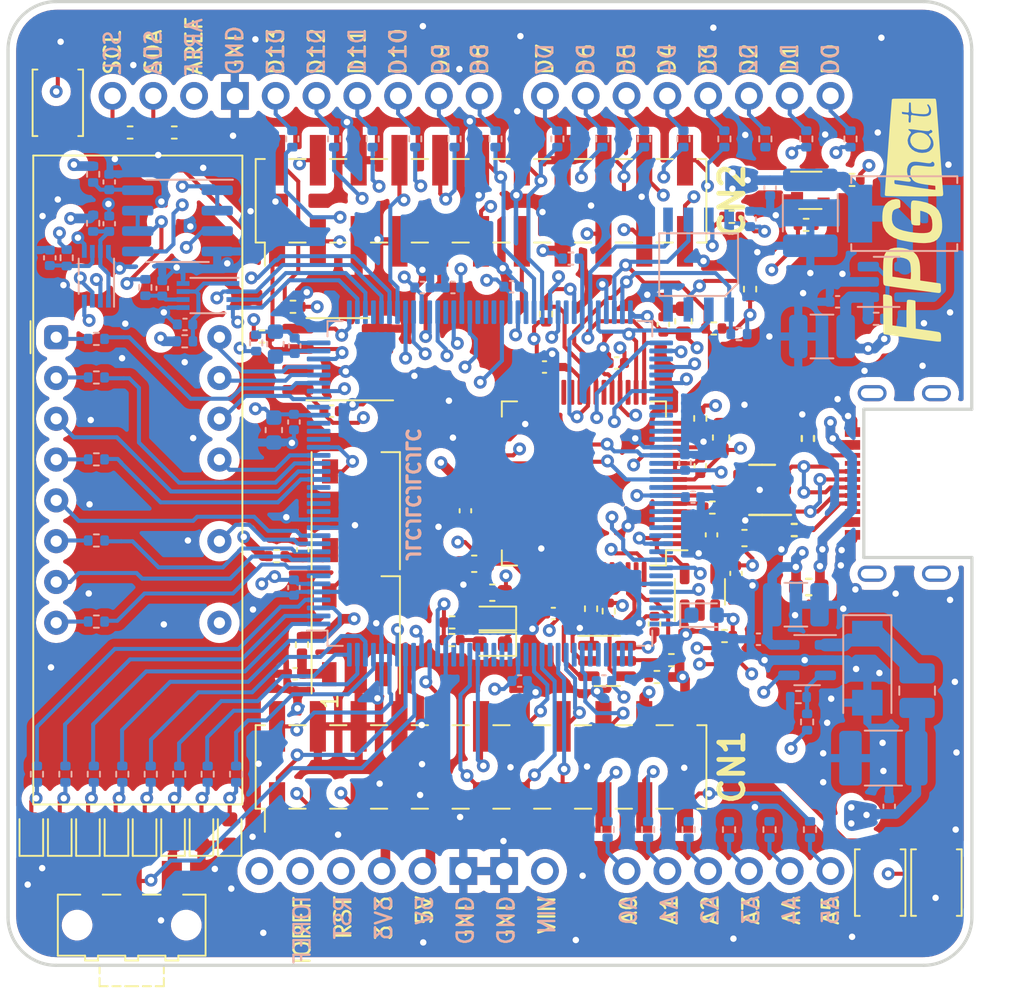
<source format=kicad_pcb>
(kicad_pcb (version 20221018) (generator pcbnew)
  (layers (0 "F.Cu" signal) (1 "In1.Cu" signal) (2 "In2.Cu" signal) (31 "B.Cu" signal) (34 "B.Paste" user) (35 "F.Paste" user) (36 "B.SilkS" user "B.Silkscreen") (37 "F.SilkS" user "F.Silkscreen") (38 "B.Mask" user) (39 "F.Mask" user) (44 "Edge.Cuts" user))
  (net 0 "")
  (net 1 "Net-(C30-Pad1)")
  (net 2 "Net-(C30-Pad2)")
  (net 3 "/Power/VPP_NVCM")
  (net 4 "ST_UART_RX")
  (net 5 "Net-(R16-Pad2)")
  (net 6 "ST_UART_TX")
  (net 8 "Net-(R33-Pad2)")
  (net 9 "FPGA_I2C_SCL")
  (net 10 "Net-(R34-Pad2)")
  (net 11 "FPGA_I2C_SDA")
  (net 12 "Net-(R35-Pad2)")
  (net 13 "ST_DAC_OUT")
  (net 14 "Net-(R36-Pad2)")
  (net 15 "Net-(R37-Pad2)")
  (net 16 "Net-(R38-Pad2)")
  (net 17 "ST_IO_10")
  (net 18 "Net-(R39-Pad2)")
  (net 19 "ST_IO_9")
  (net 20 "Net-(R40-Pad2)")
  (net 21 "ST_IO_8")
  (net 22 "Net-(R41-Pad2)")
  (net 23 "ST_ADC_IN")
  (net 24 "Net-(R42-Pad1)")
  (net 27 "Net-(R43-Pad1)")
  (net 28 "ST_IO_0")
  (net 32 "+3V3")
  (net 33 "Net-(R44-Pad1)")
  (net 37 "Net-(F1-Pad1)")
  (net 38 "GND")
  (net 39 "Net-(J1-PadA5)")
  (net 40 "USB-D+")
  (net 41 "USB-D-")
  (net 43 "Net-(J1-PadB5)")
  (net 45 "Net-(D3-Pad2)")
  (net 46 "Net-(D4-Pad2)")
  (net 47 "Net-(D5-Pad2)")
  (net 48 "Net-(D6-Pad2)")
  (net 49 "Net-(D7-Pad2)")
  (net 50 "Net-(D8-Pad2)")
  (net 51 "Net-(D9-Pad2)")
  (net 52 "Net-(D10-Pad2)")
  (net 53 "Net-(R45-Pad1)")
  (net 56 "Net-(R46-Pad1)")
  (net 57 "Net-(R47-Pad1)")
  (net 58 "Net-(R48-Pad1)")
  (net 60 "Net-(R49-Pad1)")
  (net 61 "Net-(D1-Pad1)")
  (net 62 "Net-(D1-Pad2)")
  (net 63 "Net-(D2-Pad1)")
  (net 64 "Net-(D2-Pad2)")
  (net 65 "Net-(D11-Pad2)")
  (net 67 "Net-(R56-Pad1)")
  (net 68 "Net-(R5-Pad2)")
  (net 69 "Net-(R7-Pad1)")
  (net 70 "Net-(R6-Pad2)")
  (net 71 "Net-(R8-Pad2)")
  (net 72 "Net-(R3-Pad1)")
  (net 73 "FPGA_CLK")
  (net 74 "Net-(R9-Pad1)")
  (net 75 "+1V8")
  (net 76 "Net-(R4-Pad2)")
  (net 77 "PROG_SCLK")
  (net 78 "PROG_MOSI")
  (net 79 "PROG_MISO")
  (net 81 "PROG_SS_B")
  (net 83 "PROG_CDONE")
  (net 84 "PROG_CREST_B")
  (net 94 "UART_FPGA_RX")
  (net 95 "UART_FPGA_TX")
  (net 109 "Net-(R15-Pad2)")
  (net 110 "Net-(R14-Pad2)")
  (net 117 "Net-(R21-Pad1)")
  (net 119 "/FPGA/F43")
  (net 120 "Net-(R20-Pad1)")
  (net 125 "/FPGA/F47")
  (net 126 "/FPGA/F56")
  (net 127 "/FPGA/F58")
  (net 128 "ST_IO_1")
  (net 130 "Net-(L2-Pad1)")
  (net 131 "/FPGA/F73")
  (net 147 "/FPGA/F74")
  (net 167 "/FPGA/F137")
  (net 168 "Net-(R57-Pad1)")
  (net 169 "Net-(R58-Pad1)")
  (net 170 "Net-(R59-Pad1)")
  (net 171 "Net-(R60-Pad1)")
  (net 173 "/FPGA/RGB")
  (net 174 "/FPGA/LED0")
  (net 175 "/FPGA/LED1")
  (net 176 "/FPGA/LED2")
  (net 177 "Net-(D12-Pad1)")
  (net 178 "Net-(R17-Pad2)")
  (net 179 "/Power/1V2_RDY")
  (net 180 "VBUS")
  (net 181 "/FPGA/F79")
  (net 182 "+1V2")
  (net 183 "Net-(R19-Pad2)")
  (net 184 "ST_EEPROM_BSY")
  (net 185 "ST_IO_3")
  (net 186 "Net-(R50-Pad1)")
  (net 187 "ST_IO_4")
  (net 188 "Net-(R51-Pad1)")
  (net 189 "ST_IO_5")
  (net 190 "Net-(R52-Pad1)")
  (net 191 "ST_IO_6")
  (net 192 "Net-(R53-Pad1)")
  (net 193 "ST_IO_7")
  (net 194 "ST_SPI_CS")
  (net 195 "ST_SPI_MOSI")
  (net 196 "ST_SPI_MISO")
  (net 197 "ST_SPI_SCK")
  (net 198 "/FPGA/LED3")
  (net 199 "/FPGA/LED4")
  (net 200 "/FPGA/LED5")
  (net 201 "/FPGA/LED6")
  (net 202 "/FPGA/LED7")
  (net 203 "Net-(C37-Pad1)")
  (net 204 "Net-(C38-Pad1)")
  (net 205 "BTN1")
  (net 206 "BTN2")
  (net 208 "SW1")
  (net 209 "ADC1_SDO")
  (net 210 "ADC2_SDO")
  (net 211 "7SEG_A1")
  (net 212 "7SEG_A2")
  (net 213 "7SEG_A3")
  (net 214 "7SEG_A4")
  (net 215 "7SEG_A0")
  (net 216 "7SEG_K0")
  (net 217 "7SEG_K6")
  (net 218 "7SEG_K5")
  (net 219 "7SEG_K4")
  (net 220 "7SEG_K3")
  (net 221 "7SEG_K1")
  (net 222 "7SEG_K7")
  (net 223 "7SEG_K2")
  (net 224 "BTN3")
  (net 225 "/FPGA/F139")
  (net 226 "/FPGA/F138")
  (net 227 "/FPGA/F135")
  (net 228 "ST_3V3")
  (net 229 "ST_5V")
  (net 230 "/FPGA/F134")
  (net 231 "/FPGA/F129")
  (net 232 "/FPGA/F128")
  (net 233 "/FPGA/F120")
  (net 234 "/FPGA/F121")
  (net 235 "/FPGA/F118")
  (net 236 "/FPGA/F117")
  (net 237 "/FPGA/F115")
  (net 238 "Net-(C39-Pad1)")
  (net 239 "Net-(C40-Pad2)")
  (net 240 "Net-(C42-Pad1)")
  (net 241 "Net-(R64-Pad1)")
  (net 242 "ADC1_IN")
  (net 243 "ADC2_IN")
  (net 244 "Net-(C41-Pad2)")
  (net 245 "Net-(C43-Pad1)")
  (net 246 "Net-(R65-Pad1)")
  (net 247 "ADC_CLK")
  (net 248 "ADC_CS_N")
  (footprint "Capacitor_SMD:C_0603_1608Metric" (layer "F.Cu") (at 49.025 55)
    (fp_text reference "C3" hide)
    (fp_text value "4.7u")
  )
  (footprint "Capacitor_SMD:C_0402_1005Metric" (layer "F.Cu") (at 53.95 58.1 180)
    (fp_text reference "C10" hide)
    (fp_text value "100n")
  )
  (footprint "Capacitor_SMD:C_0402_1005Metric" (layer "F.Cu") (at 65.3265 55.6 -90)
    (fp_text reference "C2" hide)
    (fp_text value "100n")
  )
  (footprint "gueg_lib:PinHeader_2x11_P2.54mm_Vertical_SMD" (layer "F.Cu") (at 49.45 32.4 90)
    (fp_text reference "J2" hide)
    (fp_text value "Conn_02x11_Odd_Even")
  )
  (footprint "Resistor_SMD:R_0402_1005Metric" (layer "F.Cu") (at 47.65 58.65)
    (fp_text reference "R10" hide)
    (fp_text value "330")
  )
  (footprint "Capacitor_SMD:C_0603_1608Metric" (layer "F.Cu") (at 50.15 56.8 180)
    (fp_text reference "C4" hide)
    (fp_text value "4.7u")
  )
  (footprint "Resistor_SMD:R_0402_1005Metric" (layer "F.Cu") (at 37.74 39 180)
    (fp_text reference "R54" hide)
    (fp_text value "10k")
  )
  (footprint "Resistor_SMD:R_0402_1005Metric" (layer "F.Cu") (at 65.06 33.4 180)
    (fp_text reference "R14" hide)
    (fp_text value "10k")
  )
  (footprint "Capacitor_SMD:C_0402_1005Metric" (layer "F.Cu") (at 60.8 40.1 90)
    (fp_text reference "C27" hide)
    (fp_text value "100n")
  )
  (footprint "LED_SMD:LED_0603_1608Metric" (layer "F.Cu") (at 26.75 71.7 90)
    (fp_text reference "D7" hide)
    (fp_text value "green")
  )
  (footprint "Resistor_SMD:R_0402_1005Metric" (layer "F.Cu") (at 57.4 57.95 -90)
    (fp_text reference "R5" hide)
    (fp_text value "10k")
  )
  (footprint "Resistor_SMD:R_0402_1005Metric" (layer "F.Cu") (at 60.4 62.05 180)
    (fp_text reference "R6" hide)
    (fp_text value "10k")
  )
  (footprint "Resistor_SMD:R_0402_1005Metric" (layer "F.Cu") (at 72.55 31.1)
    (fp_text reference "R20" hide)
    (fp_text value "0")
  )
  (footprint "LED_SMD:LED_0603_1608Metric" (layer "F.Cu") (at 33.8 71.7 90)
    (fp_text reference "D3" hide)
    (fp_text value "green")
  )
  (footprint "Capacitor_SMD:C_0603_1608Metric" (layer "F.Cu") (at 64.396 47.141 -90)
    (fp_text reference "C6" hide)
    (fp_text value "4.7u")
  )
  (footprint "LED_SMD:LED_WS2812B_PLCC4_5.0x5.0mm_P3.2mm" (layer "F.Cu") (at 41.65 59.425 90)
    (fp_text reference "D14" hide)
    (fp_text value "WS2812B")
  )
  (footprint "Resistor_SMD:R_0402_1005Metric" (layer "F.Cu") (at 27.6 28.15 180)
    (fp_text reference "R34" hide)
    (fp_text value "0")
  )
  (footprint "Resistor_SMD:R_0402_1005Metric" (layer "F.Cu") (at 30.35 28.15 180)
    (fp_text reference "R35" hide)
    (fp_text value "0")
  )
  (footprint "Resistor_SMD:R_0402_1005Metric" (layer "F.Cu") (at 35.81 40.85)
    (fp_text reference "R55" hide)
    (fp_text value "10k")
  )
  (footprint "Display_7Segment:LTC-4627Jx" (layer "F.Cu") (at 23 40.894)
    (fp_text reference "U11" hide)
    (fp_text value "LTC-4627JR")
  )
  (footprint "Resistor_SMD:R_0402_1005Metric" (layer "F.Cu") (at 66.2 37.9 90)
    (fp_text reference "R15" hide)
    (fp_text value "10k")
  )
  (footprint "Package_SO:SOIC-8_3.9x4.9mm_P1.27mm" (layer "F.Cu") (at 40.525 42.265 180)
    (fp_text reference "U7" hide)
    (fp_text value "NV24C32LV")
  )
  (footprint "Package_TO_SOT_SMD:Analog_KS-4" (layer "F.Cu") (at 69.95 31.75)
    (fp_text reference "U14" hide)
    (fp_text value "ADCMP356")
  )
  (footprint "Capacitor_SMD:C_0402_1005Metric" (layer "F.Cu") (at 53.4 42.75)
    (fp_text reference "C11" hide)
    (fp_text value "100n")
  )
  (footprint "Resistor_SMD:R_0402_1005Metric" (layer "F.Cu") (at 36.725 54.525 180)
    (fp_text reference "R61" hide)
    (fp_text value "0")
  )
  (footprint "Resistor_SMD:R_0402_1005Metric" (layer "F.Cu") (at 53.5 39.45 90)
    (fp_text reference "R23" hide)
    (fp_text value "10k")
  )
  (footprint "gueg_lib:SW_Push_SPST_NO_Alps_SKRK" (layer "F.Cu") (at 74.3 74.85 -90)
    (fp_text reference "SW3" hide)
    (fp_text value "SW_Push")
  )
  (footprint "Capacitor_SMD:C_0402_1005Metric" (layer "F.Cu") (at 60.25 58.75 90)
    (fp_text reference "C1" hide)
    (fp_text value "100n")
  )
  (footprint "Fuse:Fuse_0603_1608Metric" (layer "F.Cu") (at 69.85 56.45 180)
    (fp_text reference "F1" hide)
    (fp_text value "750m")
  )
  (footprint "Resistor_SMD:R_0402_1005Metric" (layer "F.Cu") (at 63.85 51.5)
    (fp_text reference "R9" hide)
    (fp_text value "12k")
  )
  (footprint "Resistor_SMD:R_0402_1005Metric" (layer "F.Cu") (at 47.64 59.75)
    (fp_text reference "R11" hide)
    (fp_text value "330")
  )
  (footprint "Resistor_SMD:R_0402_1005Metric" (layer "F.Cu") (at 68.95 52.9 180)
    (fp_text reference "R1" hide)
    (fp_text value "5.1k")
  )
  (footprint "Package_QFP:LQFP-64_10x10mm_P0.5mm" (layer "F.Cu") (at 55.8545 50 180)
    (fp_text reference "U4" hide)
    (fp_text value "FT2232HL")
  )
  (footprint "Button_Switch_SMD:SW_SPDT_CK-JS102011SAQN" (layer "F.Cu") (at 27.7 77.5)
    (fp_text reference "SW1" hide)
    (fp_text value "SW_SPDT")
  )
  (footprint "Package_TO_SOT_SMD:SOT-23-5" (layer "F.Cu") (at 63.0765 56.75 90)
    (fp_text reference "U3" hide)
    (fp_text value "SiT2001BI-S2-33E")
  )
  (footprint "Capacitor_SMD:C_0402_1005Metric" (layer "F.Cu") (at 57.9 42.5 180)
    (fp_text reference "C9" hide)
    (fp_text value "100n")
  )
  (footprint "Resistor_SMD:R_0402_1005Metric" (layer "F.Cu") (at 61.3 61 180)
    (fp_text reference "R8" hide)
    (fp_text value "10k")
  )
  (footprint "Resistor_SMD:R_0402_1005Metric" (layer "F.Cu") (at 63.1 45.95 -90)
    (fp_text reference "R4" hide)
    (fp_text value "2.2k")
  )
  (footprint "LED_SMD:LED_WS2812B_PLCC4_5.0x5.0mm_P3.2mm" (layer "F.Cu") (at 41.65 51.7 90)
    (fp_text reference "D11" hide)
    (fp_text value "WS2812B")
  )
  (footprint "Package_TO_SOT_SMD:SOT-23-5" (layer "F.Cu") (at 66.95 50.4 180)
    (fp_text reference "U1" hide)
    (fp_text value "ESDS312DBVR")
  )
  (footprint "Capacitor_SMD:C_0402_1005Metric" (layer "F.Cu") (at 48.4765 51.7 -90)
    (fp_text reference "C12" hide)
    (fp_text value "100n")
  )
  (footprint "Resistor_SMD:R_0402_1005Metric" (layer "F.Cu") (at 56.3 57.8 -90)
    (fp_text reference "R7" hide)
    (fp_text value "10k")
  )
  (footprint "Resistor_SMD:R_0402_1005Metric" (layer "F.Cu") (at 38.3 60.035 90)
    (fp_text reference "R62" hide)
    (fp_text value "0")
  )
  (footprint "Capacitor_SMD:C_0402_1005Metric" (layer "F.Cu") (at 37.875 61.85 180)
    (fp_text reference "C38" hide)
    (fp_text value "100n")
  )
  (footprint "gueg_lib:USB_C_Molex_216990-0002" (layer "F.Cu") (at 72.65 55.62 90)
    (fp_text reference "J1" hide)
    (fp_text value "USB_C_Receptacle_USB2.0")
  )
  (footprint "Resistor_SMD:R_0402_1005Metric" (layer "F.Cu") (at 69.8 47.2 90)
    (fp_text reference "R2" hide)
    (fp_text value "5.1k")
  )
  (footprint "gueg_lib:SW_Push_SPST_NO_Alps_SKRK" (layer "F.Cu") (at 23.1 26.3 -90)
    (fp_text reference "SW2" hide)
    (fp_text value "SW_Push")
  )
  (footprint "gueg_lib:Arduino_Uno_Custom_Hat" (layer "F.Cu") (at 50 50)
    (fp_text reference "XA1" hide)
    (fp_text value "Arduino_Uno_Shield" hide)
  )
  (footprint "Capacitor_SMD:C_0603_1608Metric" (layer "F.Cu") (at 65.85 53.4 180)
    (fp_text reference "C5" hide)
    (fp_text value "4.7u")
  )
  (footprint "Capacitor_SMD:C_0402_1005Metric" (layer "F.Cu") (at 40.15 45.5 180)
    (fp_text reference "C32" hide)
    (fp_text value "100n")
  )
  (footprint "Resistor_SMD:R_0402_1005Metric" (layer "F.Cu") (at 63.94 40.35 180)
    (fp_text reference "R13" hide)
    (fp_text value "10k")
  )
  (footprint "Local:fpghat_logo" (layer "F.Cu") (at 76.325 33.625 90)
    (fp_text reference "G***" hide)
    (fp_text value "LOGO" hide)
  )
  (footprint "Resistor_SMD:R_0402_1005Metric" (layer "F.Cu") (at 69.69 33.9 180)
    (fp_text reference "R21" hide)
    (fp_text value "0")
  )
  (footprint "gueg_lib:SW_Push_SPST_NO_Alps_SKRK" (layer "F.Cu") (at 77.8 74.85 -90)
    (fp_text reference "SW4" hide)
    (fp_text value "SW_Push")
  )
  (footprint "Capacitor_SMD:C_0402_1005Metric" (layer "F.Cu") (at 38.35 54.125 90)
    (fp_text reference "C37" hide)
    (fp_text value "100n")
  )
  (footprint "Package_TO_SOT_SMD:SOT-23-6" (layer "F.Cu") (at 57.3 61.05)
    (fp_text reference "U2" hide)
    (fp_text value "93C56BT-E/OT")
  )
  (footprint "LED_SMD:LED_0603_1608Metric" (layer "F.Cu") (at 32.042855 71.7 90)
    (fp_text reference "D4" hide)
    (fp_text value "green")
  )
  (footprint "Capacitor_SMD:C_0402_1005Metric" (layer "F.Cu") (at 63.8 53.2 -90)
    (fp_text reference "C7" hide)
    (fp_text value "100n")
  )
  (footprint "LED_SMD:LED_0603_1608Metric" (layer "F.Cu") (at 23.22143 71.7 90)
    (fp_text reference "D9" hide)
    (fp_text value "orange")
  )
  (footprint "LED_SMD:LED_0603_1608Metric" (layer "F.Cu") (at 50.15 60 180)
    (fp_text reference "D2" hide)
    (fp_text value "orange")
  )
  (footprint "gueg_lib:PinHeader_2x11_P2.54mm_Vertical_SMD" (layer "F.Cu") (at 49.45 67.65 90)
    (fp_text reference "J3" hide)
    (fp_text value "Conn_02x11_Odd_Even")
  )
  (footprint "LED_SMD:LED_0603_1608Metric" (layer "F.Cu") (at 30.275 71.7 90)
    (fp_text reference "D5" hide)
    (fp_text value "green")
  )
  (footprint "Capacitor_SMD:C_0603_1608Metric" (layer "F.Cu") (at 62.05 39.9 90)
    (fp_text reference "C26" hide)
    (fp_text value "1u")
  )
  (footprint "Resistor_SMD:R_0402_1005Metric" (layer "F.Cu") (at 64.61 59.5)
    (fp_text reference "R3" hide)
    (fp_text value "2.2k")
  )
  (footprint "LED_SMD:LED_0603_1608Metric" (layer "F.Cu") (at 21.45 71.7 90)
    (fp_text reference "D10" hide)
    (fp_text value "orange")
  )
  (footprint "LED_SMD:LED_0603_1608Metric" (layer "F.Cu") (at 50.15 58.4 180)
    (fp_text reference "D1" hide)
    (fp_text value "green")
  )
  (footprint "LED_SMD:LED_0603_1608Metric" (layer "F.Cu") (at 24.975 71.7 90)
    (fp_text reference "D8" hide)
    (fp_text value "green")
  )
  (footprint "Capacitor_SMD:C_0402_1005Metric" (layer "F.Cu") (at 63.1 48.9 -90)
    (fp_text reference "C8" hide)
    (fp_text value "100n")
  )
  (footprint "LED_SMD:LED_0603_1608Metric" (layer "F.Cu") (at 28.5 71.7 90)
    (fp_text reference "D6" hide)
    (fp_text value "green")
  )
  (footprint "Capacitor_SMD:C_1812_4532Metric" (layer "B.Cu") (at 74.5 67.1 180)
    (fp_text reference "C16" hide)
    (fp_text value "10u")
  )
  (footprint "Resistor_SMD:R_0402_1005Metric" (layer "B.Cu") (at 25.5 43.4)
    (fp_text reference "R57" hide)
    (fp_text value "240")
  )
  (footprint "Capacitor_SMD:C_0603_1608Metric" (layer "B.Cu") (at 36.55 46.675 -90)
    (fp_text reference "C29" hide)
    (fp_text value "1u")
  )
  (footprint "Capacitor_SMD:C_0402_1005Metric" (layer "B.Cu") (at 66.72 59.7 180)
    (fp_text reference "C15" hide)
    (fp_text value "100n")
  )
  (footprint "Resistor_SMD:R_0402_1005Metric" (layer "B.Cu") (at 62.05 28.55 -90)
    (fp_text reference "R44" hide)
    (fp_text value "0")
  )
  (footprint "Resistor_SMD:R_0402_1005Metric" (layer "B.Cu") (at 25.3 33.8 90)
    (fp_text reference "R66" hide)
    (fp_text value "0")
  )
  (footprint "Package_QFP:TQFP-144_20x20mm_P0.5mm" (layer "B.Cu") (at 50 50)
    (fp_text reference "U6" hide)
    (fp_text value "ICE40HX1K-TQ144")
  )
  (footprint "Resistor_SMD:R_0402_1005Metric" (layer "B.Cu") (at 27.114284 68.1 -90)
    (fp_text reference "R28" hide)
    (fp_text value "1k")
  )
  (footprint "Capacitor_SMD:C_0402_1005Metric" (layer "B.Cu") (at 37.8 46.175 -90)
    (fp_text reference "C28" hide)
    (fp_text value "100n")
  )
  (footprint "Resistor_SMD:R_0402_1005Metric" (layer "B.Cu") (at 35.45 41.25 -90)
    (fp_text reference "R32" hide)
    (fp_text value "100")
  )
  (footprint "Capacitor_SMD:C_0402_1005Metric" (layer "B.Cu") (at 31.02 40.1 180)
    (fp_text reference "C43" hide)
    (fp_text value "100n")
  )
  (footprint "Resistor_SMD:R_0402_1005Metric" (layer "B.Cu") (at 59.85 71.55 -90)
    (fp_text reference "R40" hide)
    (fp_text value "0")
  )
  (footprint "Capacitor_SMD:C_0402_1005Metric" (layer "B.Cu") (at 62.15 48.7 90)
    (fp_text reference "C23" hide)
    (fp_text value "100n")
  )
  (footprint "Resistor_SMD:R_0402_1005Metric" (layer "B.Cu") (at 69.75 64.85 90)
    (fp_text reference "R17" hide)
    (fp_text value "44.8k")
  )
  (footprint "Resistor_SMD:R_0402_1005Metric" (layer "B.Cu") (at 25.5 58.6)
    (fp_text reference "R59" hide)
    (fp_text value "240")
  )
  (footprint "Capacitor_SMD:C_0402_1005Metric" (layer "B.Cu") (at 67.45 31.6 -90)
    (fp_text reference "C21" hide)
    (fp_text value "100n")
  )
  (footprint "Resistor_SMD:R_0402_1005Metric" (layer "B.Cu") (at 37.7 28.55 -90)
    (fp_text reference "R53" hide)
    (fp_text value "0")
  )
  (footprint "Capacitor_SMD:C_0402_1005Metric" (layer "B.Cu") (at 22.6 35.95 -90)
    (fp_text reference "C40" hide)
    (fp_text value "1n")
  )
  (footprint "Resistor_SMD:R_0402_1005Metric" (layer "B.Cu") (at 57 28.55 -90)
    (fp_text reference "R46" hide)
    (fp_text value "0")
  )
  (footprint "Capacitor_SMD:C_1812_4532Metric" (layer "B.Cu") (at 69.95 33.15 -90)
    (fp_text reference "C20" hide)
    (fp_text value "10u")
  )
  (footprint "Resistor_SMD:R_0402_1005Metric" (layer "B.Cu") (at 62.37 71.55 -90)
    (fp_text reference "R39" hide)
    (fp_text value "0")
  )
  (footprint "Resistor_SMD:R_0402_1005Metric" (layer "B.Cu") (at 25.5 53.55)
    (fp_text reference "R58" hide)
    (fp_text value "240")
  )
  (footprint "Resistor_SMD:R_0402_1005Metric" (layer "B.Cu") (at 67.41 71.55 -90)
    (fp_text reference "R37" hide)
    (fp_text value "0")
  )
  (footprint "Resistor_SMD:R_0402_1005Metric" (layer "B.Cu") (at 25.5 41)
    (fp_text reference "R56" hide)
    (fp_text value "240")
  )
  (footprint "Capacitor_SMD:C_0402_1005Metric" (layer "B.Cu") (at 57.1 62.3 180)
    (fp_text reference "C34" hide)
    (fp_text value "100n")
  )
  (footprint "gueg_lib:SOP2-8" (layer "B.Cu") (at 62.995 36.375 180)
    (fp_text reference "U5" hide)
    (fp_text value "N25Q032")
  )
  (footprint "Resistor_SMD:R_0402_1005Metric" (layer "B.Cu") (at 50.35 28.55 -90)
    (fp_text reference "R48" hide)
    (fp_text value "0")
  )
  (footprint "Resistor_SMD:R_0402_1005Metric" (layer "B.Cu") (at 45.35 28.55 -90)
    (fp_text reference "R50" hide)
    (fp_text value "0")
  )
  (footprint "Capacitor_SMD:C_0402_1005Metric" (layer "B.Cu") (at 29.6 37.85 -90)
    (fp_text reference "C41" hide)
    (fp_text value "1n")
  )
  (footprint "Resistor_SMD:R_0402_1005Metric" (layer "B.Cu") (at 40.3 28.55 -90)
    (fp_text reference "R52" hide)
    (fp_text value "0")
  )
  (footprint "Resistor_SMD:R_0402_1005Metric" (layer "B.Cu") (at 74.05 39.75)
    (fp_text reference "R19" hide)
    (fp_text value "10k")
  )
  (footprint "Resistor_SMD:R_0402_1005Metric" (layer "B.Cu") (at 69.21 63.3 180)
    (fp_text reference "R18" hide)
    (fp_text value "10k")
  )
  (footprint "Resistor_SMD:R_0402_1005Metric" (layer "B.Cu") (at 42.7 28.55 -90)
    (fp_text reference "R51" hide)
    (fp_text value "0")
  )
  (footprint "Capacitor_SMD:C_0402_1005Metric" (layer "B.Cu") (at 51.85 62.3)
    (fp_text reference "C22" hide)
    (fp_text value "100n")
  )
  (footprint "Capacitor_SMD:C_0402_1005Metric" (layer "B.Cu") (at 26.3 31.23 90)
    (fp_text reference "C39" hide)
    (fp_text value "100n")
  )
  (footprint "Capacitor_SMD:C_0402_1005Metric" (layer "B.Cu") (at 74.859528 70.1 90)
    (fp_text reference "C17" hide)
    (fp_text value "100n")
  )
  (footprint "Resistor_SMD:R_0402_1005Metric" (layer "B.Cu") (at 30.65714 68.1 -90)
    (fp_text reference "R26" hide)
    (fp_text value "1k")
  )
  (footprint "Capacitor_SMD:C_0402_1005Metric" (layer "B.Cu") (at 37.8 56.48 -90)
    (fp_text reference "C25" hide)
    (fp_text value "100n")
  )
  (footprint "Capacitor_SMD:C_0402_1005Metric" (layer "B.Cu") (at 66.2 33.53 90)
    (fp_text reference "C13" hide)
    (fp_text value "100n")
  )
  (footprint "Capacitor_SMD:C_0402_1005Metric" (layer "B.Cu") (at 71.65 38.69 180)
    (fp_text reference "C19" hide)
    (fp_text value "100n")
  )
  (footprint "Resistor_SMD:R_0402_1005Metric" (layer "B.Cu") (at 21.8 68.1 -90)
    (fp_text reference "R31" hide)
    (fp_text value "1k")
  )
  (footprint "Resistor_SMD:R_0402_1005Metric" (layer "B.Cu") (at 69.7 28.55 90)
    (fp_text reference "R33" hide)
    (fp_text value "0")
  )
  (footprint "Capacitor_SMD:C_0402_1005Metric" (layer "B.Cu") (at 51.35 37.75)
    (fp_text reference "C33" hide)
    (fp_text value "100n")
  )
  (footprint "Package_SO:VSSOP-8_2.3x2mm_P0.5mm" (layer "B.Cu") (at 25.5 37.1 90)
    (fp_text reference "U9" hide)
    (fp_text value "ADS7039")
  )
  (footprint "Package_SO:SOIC-8_3.9x4.9mm_P1.27mm" (layer "B.Cu") (at 30.55 33.65 180)
    (fp_text reference "U8" hide)
    (fp_text value "MCP662")
  )
  (footprint "Resistor_SMD:R_0402_1005Metric" (layer "B.Cu") (at 25.5 48.5)
    (fp_text reference "R60" hide)
    (fp_text value "240")
  )
  (footprint "Resistor_SMD:R_0402_1005Metric" (layer "B.Cu") (at 59.6 28.55 -90)
    (fp_text reference "R45" hide)
    (fp_text value "0")
  )
  (footprint "Arduino shields:DO-221AC-2" (layer "B.Cu") (at 73.5 61.5 -90)
    (fp_text reference "D12" hide)
    (fp_text value "SS14FL-TP")
  )
  (footprint "Resistor_SMD:R_0402_1005Metric" (layer "B.Cu") (at 67.15 28.55 -90)
    (fp_text reference "R42" hide)
    (fp_text value "0")
  )
  (footprint "Capacitor_SMD:C_1210_3225Metric" (layer "B.Cu") (at 69.05 57.55)
    (fp_text reference "C14" hide)
    (fp_text value "2.2u")
  )
  (footprint "Resistor_SMD:R_0402_1005Metric" (layer "B.Cu") (at 28.55 37.8 -90)
    (fp_text reference "R65" hide)
    (fp_text value "100")
  )
  (footprint "Resistor_SMD:R_0402_1005Metric" (layer "B.Cu") (at 28.885712 68.1 -90)
    (fp_text reference "R27" hide)
    (fp_text value "1k")
  )
  (footprint "Capacitor_SMD:C_0402_1005Metric" (layer "B.Cu") (at 37.85 41.43 -90)
    (fp_text reference "C30" hide)
    (fp_text value "100n")
  )
  (footprint "Resistor_SMD:R_0402_1005Metric" (layer "B.Cu") (at 34.2 68.1 -90)
    (fp_text reference "R24" hide)
    (fp_text value "1k")
  )
  (footprint "Resistor_SMD:R_0402_1005Metric" (layer "B.Cu") (at 69.93 71.55 -90)
    (fp_text reference "R36" hide)
    (fp_text value "0")
  )
  (footprint "Package_TO_SOT_SMD:SOT-23-5" (layer "B.Cu") (at 69.75 61 180)
    (fp_text reference "U12" hide)
    (fp_text value "LMR10515XMF")
  )
  (footprint "Resistor_SMD:R_0402_1005Metric" (layer "B.Cu") (at 64.6 28.55 -90)
    (fp_text reference "R43" hide)
    (fp_text value "0")
  )
  (footprint "Resistor_SMD:R_0402_1005Metric" (layer "B.Cu") (at 25.3 30.75 90)
    (fp_text reference "R63" hide)
    (fp_text value "0")
  )
  (footprint "Resistor_SMD:R_0402_1005Metric" (layer "B.Cu") (at 23.571428 68.1 -90)
    (fp_text reference "R30" hide)
    (fp_text value "1k")
  )
  (footprint "Capacitor_SMD:C_0402_1005Metric" (layer "B.Cu") (at 47.7 37.8 180)
    (fp_text reference "C35" hide)
    (fp_text value "100n")
  )
  (footprint "Resistor_SMD:R_0402_1005Metric" (layer "B.Cu") (at 55.04 36)
    (fp_text reference "R22" hide)
    (fp_text value "10k")
  )
  (footprint "Resistor_SMD:R_0402_1005Metric" (layer "B.Cu") (at 32.428568 68.1 -90)
    (fp_text reference "R25" hide)
    (fp_text value "1k")
  )
  (footprint "Resistor_SMD:R_0402_1005Metric" (layer "B.Cu") (at 25.342856 68.1 -90)
    (fp_text reference "R29" hide)
    (fp_text value "1k")
  )
  (footprint "Resistor_SMD:R_0402_1005Metric" (layer "B.Cu") (at 65.51 40.7 180)
    (fp_text reference "R12" hide)
    (fp_text value "10k")
  )
  (footprint "Resistor_SMD:R_0402_1005Metric" (layer "B.Cu") (at 57.33 71.55 -90)
    (fp_text reference "R41" hide)
    (fp_text value "0")
  )
  (footprint "Resistor_SMD:R_0402_1005Metric" (layer "B.Cu") (at 47.8 28.55 -90)
    (fp_text reference "R49" hide)
    (fp_text value "0")
  )
  (footprint "Diode_SMD:D_0603_1608Metric" (layer "B.Cu") (at 63.3375 58.2)
    (fp_text reference "D13" hide)
    (fp_text value "CDBU0520")
  )
  (footprint "Package_TO_SOT_SMD:TSOT-23-5" (layer "B.Cu") (at 74.7 37.45)
    (fp_text reference "U13" hide)
    (fp_text value "LM3670MF")
  )
  (footprint "gueg_lib:L_Coilcraft_D01608C" (layer "B.Cu") (at 75.8 33.2 180)
    (fp_text reference "L2" hide)
    (fp_text value "10u")
  )
  (footprint "Resistor_SMD:R_0402_1005Metric" (layer "B.Cu") (at 31 41.15 180)
    (fp_text reference "R67" hide)
    (fp_text value "0")
  )
  (footprint "Capacitor_SMD:C_0402_1005Metric" (layer "B.Cu") (at 45.8 37.8)
    (fp_text reference "C24" hide)
    (fp_text value "100n")
  )
  (footprint "Capacitor_SMD:C_0402_1005Metric" (layer "B.Cu") (at 62.65 50.85)
    (fp_text reference "C36" hide)
    (fp_text value "100n")
  )
  (footprint "Capacitor_SMD:C_0603_1608Metric" (layer "B.Cu") (at 36.65 41.325 -90)
    (fp_text reference "C31" hide)
    (fp_text value "10u")
  )
  (footprint "Resistor_SMD:R_0402_1005Metric" (layer "B.Cu") (at 72.45 28.55 90)
    (fp_text reference "R16" hide)
    (fp_text value "0")
  )
  (footprint "Inductor_SMD:L_1008_2520Metric" (layer "B.Cu") (at 76.6 62.9 -90)
    (fp_text reference "L1" hide)
    (fp_text value "LQM2HPN3R3MG0L")
  )
  (footprint "Resistor_SMD:R_0402_1005Metric" (layer "B.Cu") (at 23.65 35.95 -90)
    (fp_text reference "R64" hide)
    (fp_text value "100")
  )
  (footprint "Package_SO:VSSOP-8_2.3x2mm_P0.5mm" (layer "B.Cu") (at 32.45 38.3 180)
    (fp_text reference "U10" hide)
    (fp_text value "ADS7039")
  )
  (footprint "Capacitor_SMD:C_0402_1005Metric" (layer "B.Cu") (at 26.3 33.83 90)
    (fp_text reference "C42" hide)
    (fp_text value "100n")
  )
  (footprint "Resistor_SMD:R_0402_1005Metric" (layer "B.Cu") (at 64.89 71.55 -90)
    (fp_text reference "R38" hide)
    (fp_text value "0")
  )
  (footprint "Capacitor_SMD:C_1210_3225Metric" (layer "B.Cu") (at 70.675 40.85 180)
    (fp_text reference "C18" hide)
    (fp_text value "4.7u")
  )
  (footprint "Resistor_SMD:R_0402_1005Metric" (layer "B.Cu") (at 54.2 28.55 -90)
    (fp_text reference "R47" hide)
    (fp_text value "0")
  )
  (gr_arc (start 77 20) (mid 79.120205 20.879289) (end 80 23) (stroke (width 0.2)) (layer "Edge.Cuts"))
  (gr_line (start 73.279 45.38) (end 73.279 54.61) (stroke (width 0.2)) (layer "Edge.Cuts"))
  (gr_arc (start 80.01 77) (mid 79.124858 79.121924) (end 77 80) (stroke (width 0.2)) (layer "Edge.Cuts"))
  (gr_line (start 20 77) (end 20 23) (stroke (width 0.2)) (layer "Edge.Cuts"))
  (gr_line (start 23 20) (end 77 20) (stroke (width 0.2)) (layer "Edge.Cuts"))
  (gr_line (start 80.01 54.61) (end 80.01 77) (stroke (width 0.2)) (layer "Edge.Cuts"))
  (gr_line (start 80 45.38) (end 73.279 45.38) (stroke (width 0.2)) (layer "Edge.Cuts"))
  (gr_line (start 77 80) (end 23 80) (stroke (width 0.2)) (layer "Edge.Cuts"))
  (gr_line (start 80.01 54.61) (end 73.279 54.61) (stroke (width 0.2)) (layer "Edge.Cuts"))
  (gr_arc (start 20 23) (mid 20.879289 20.879794) (end 23 20) (stroke (width 0.2)) (layer "Edge.Cuts"))
  (gr_line (start 80 23) (end 80 45.38) (stroke (width 0.2)) (layer "Edge.Cuts"))
  (gr_arc (start 23 80) (mid 20.87868 79.12132) (end 20 77) (stroke (width 0.2)) (layer "Edge.Cuts"))
  (gr_text "JLCJLCJLCJLC" (at 45.2 50.7 270) (layer "B.SilkS") (effects (font (size 0.8 0.8) (thickness 0.2)) (justify mirror)))
  (gr_text "CN2" (at 65.075 32.4 90) (layer "F.SilkS") (effects (font (size 1.5 1.5) (thickness 0.3))))
  (gr_text "CN1" (at 65.075 67.65 90) (layer "F.SilkS") (effects (font (size 1.5 1.5) (thickness 0.3))))
  (segment (start 36.65 40.55) (end 37.45 40.55) (width 0.25) (layer "B.Cu") (net 1))
  (segment (start 36.65 40.55) (end 35.64 40.55) (width 0.25) (layer "B.Cu") (net 1))
  (segment (start 39.3375 41.25) (end 38.15 41.25) (width 0.25) (layer "B.Cu") (net 1))
  (segment (start 38.15 41.25) (end 37.85 40.95) (width 0.25) (layer "B.Cu") (net 1))
  (segment (start 37.45 40.55) (end 37.85 40.95) (width 0.25) (layer "B.Cu") (net 1))
  (segment (start 35.64 40.55) (end 35.45 40.74) (width 0.25) (layer "B.Cu") (net 1))
  (segment (start 38.01 41.75) (end 37.85 41.91) (width 0.25) (layer "B.Cu") (net 2))
  (segment (start 36.84 41.91) (end 36.65 42.1) (width 0.25) (layer "B.Cu") (net 2))
  (segment (start 39.3375 41.75) (end 38.01 41.75) (width 0.25) (layer "B.Cu") (net 2))
  (segment (start 37.85 41.91) (end 36.84 41.91) (width 0.25) (layer "B.Cu") (net 2))
  (segment (start 61.9 58.55) (end 62.2 58.55) (width 0.25) (layer "B.Cu") (net 3))
  (segment (start 61.7 58.75) (end 61.9 58.55) (width 0.25) (layer "B.Cu") (net 3))
  (segment (start 60.6625 58.75) (end 61.7 58.75) (width 0.25) (layer "B.Cu") (net 3))
  (segment (start 62.2 58.55) (end 62.55 58.2) (width 0.25) (layer "B.Cu") (net 3))
  (via (at 62.24 43.5) (size 0.8) (drill 0.4) (layers "F.Cu" "B.Cu") (net 4))
  (via (at 71.55 29.4) (size 0.8) (drill 0.4) (layers "F.Cu" "B.Cu") (net 4))
  (segment (start 62.24 43.5) (end 61.99 43.75) (width 0.254) (layer "B.Cu") (net 4))
  (segment (start 61.99 43.75) (end 60.6625 43.75) (width 0.254) (layer "B.Cu") (net 4))
  (segment (start 71.89 29.06) (end 72.45 29.06) (width 0.254) (layer "B.Cu") (net 4))
  (segment (start 71.55 29.4) (end 71.89 29.06) (width 0.254) (layer "B.Cu") (net 4))
  (segment (start 71.209 25.87) (end 71.209 26.799) (width 0.25) (layer "B.Cu") (net 5))
  (segment (start 71.209 26.799) (end 72.45 28.04) (width 0.25) (layer "B.Cu") (net 5))
  (via (at 68.8 29.425) (size 0.8) (drill 0.4) (layers "F.Cu" "B.Cu") (net 6))
  (via (at 62.75 42.55) (size 0.8) (drill 0.4) (layers "F.Cu" "B.Cu") (net 6))
  (segment (start 68.8 29.425) (end 69.165 29.06) (width 0.254) (layer "B.Cu") (net 6))
  (segment (start 62.75 42.55) (end 62.55 42.75) (width 0.254) (layer "B.Cu") (net 6))
  (segment (start 62.55 42.75) (end 60.6625 42.75) (width 0.254) (layer "B.Cu") (net 6))
  (segment (start 69.165 29.06) (end 69.7 29.06) (width 0.254) (layer "B.Cu") (net 6))
  (segment (start 68.669 27.009) (end 69.7 28.04) (width 0.25) (layer "B.Cu") (net 8))
  (segment (start 68.669 25.87) (end 68.669 27.009) (width 0.25) (layer "B.Cu") (net 8))
  (segment (start 30.96 30.51) (end 28.751 30.51) (width 0.25) (layer "F.Cu") (net 9))
  (segment (start 36.466 40.704) (end 36.466 35.209) (width 0.25) (layer "F.Cu") (net 9))
  (segment (start 38.05 41.63) (end 36.51 41.63) (width 0.25) (layer "F.Cu") (net 9))
  (segment (start 40.58 41.63) (end 40.8 41.85) (width 0.25) (layer "F.Cu") (net 9))
  (segment (start 36.3 40.87) (end 36.32 40.85) (width 0.25) (layer "F.Cu") (net 9))
  (segment (start 38.05 41.63) (end 40.58 41.63) (width 0.25) (layer "F.Cu") (net 9))
  (segment (start 36.51 41.63) (end 36.3 41.42) (width 0.25) (layer "F.Cu") (net 9))
  (segment (start 28.751 30.51) (end 28.11 29.869) (width 0.25) (layer "F.Cu") (net 9))
  (segment (start 36.32 40.85) (end 36.466 40.704) (width 0.25) (layer "F.Cu") (net 9))
  (segment (start 36.466 35.209) (end 36.75 34.925) (width 0.25) (layer "F.Cu") (net 9))
  (segment (start 36.3 41.42) (end 36.3 40.87) (width 0.25) (layer "F.Cu") (net 9))
  (segment (start 36.75 34.925) (end 35.375 34.925) (width 0.25) (layer "F.Cu") (net 9))
  (segment (start 35.375 34.925) (end 30.96 30.51) (width 0.25) (layer "F.Cu") (net 9))
  (segment (start 28.11 29.869) (end 28.11 28.15) (width 0.25) (layer "F.Cu") (net 9))
  (via (at 40.8 41.85) (size 0.8) (drill 0.4) (layers "F.Cu" "B.Cu") (net 9))
  (segment (start 39.3375 42.25) (end 40.4 42.25) (width 0.254) (layer "B.Cu") (net 9))
  (segment (start 40.4 42.25) (end 40.8 41.85) (width 0.254) (layer "B.Cu") (net 9))
  (segment (start 26.505 25.87) (end 26.505 27.565) (width 0.25) (layer "F.Cu") (net 10))
  (segment (start 26.505 27.565) (end 27.09 28.15) (width 0.25) (layer "F.Cu") (net 10))
  (segment (start 40.36 40.36) (end 40.775 40.775) (width 0.25) (layer "F.Cu") (net 11))
  (segment (start 38.069 36.795) (end 38.069 31.194) (width 0.25) (layer "F.Cu") (net 11))
  (segment (start 38.069 31.194) (end 36.75 29.875) (width 0.25) (layer "F.Cu") (net 11))
  (segment (start 36.75 29.875) (end 36.244 29.369) (width 0.25) (layer "F.Cu") (net 11))
  (segment (start 32.079 29.369) (end 30.86 28.15) (width 0.25) (layer "F.Cu") (net 11))
  (segment (start 37.23 39) (end 38.05 39.82) (width 0.25) (layer "F.Cu") (net 11))
  (segment (start 37.23 37.634) (end 38.069 36.795) (width 0.25) (layer "F.Cu") (net 11))
  (segment (start 36.244 29.369) (end 32.079 29.369) (width 0.25) (layer "F.Cu") (net 11))
  (segment (start 38.05 39.82) (end 38.05 40.36) (width 0.25) (layer "F.Cu") (net 11))
  (segment (start 38.05 40.36) (end 40.36 40.36) (width 0.25) (layer "F.Cu") (net 11))
  (segment (start 37.23 39) (end 37.23 37.634) (width 0.25) (layer "F.Cu") (net 11))
  (via (at 40.775 40.775) (size 0.8) (drill 0.4) (layers "F.Cu" "B.Cu") (net 11))
  (segment (start 41.25 40.3) (end 40.775 40.775) (width 0.254) (layer "B.Cu") (net 11))
  (segment (start 41.25 39.3375) (end 41.25 40.3) (width 0.254) (layer "B.Cu") (net 11))
  (segment (start 29.045 25.87) (end 29.045 27.355) (width 0.25) (layer "F.Cu") (net 12))
  (segment (start 29.045 27.355) (end 29.84 28.15) (width 0.25) (layer "F.Cu") (net 12))
  (segment (start 63.025 69.3) (end 62.15 70.175) (width 0.25) (layer "F.Cu") (net 13))
  (segment (start 63.65 69.3) (end 63.025 69.3) (width 0.25) (layer "F.Cu") (net 13))
  (via (at 63.65 69.3) (size 0.8) (drill 0.4) (layers "F.Cu" "B.Cu") (net 13))
  (segment (start 63.65 69.3) (end 68.19 69.3) (width 0.25) (layer "B.Cu") (net 13))
  (segment (start 68.19 69.3) (end 69.93 71.04) (width 0.25) (layer "B.Cu") (net 13))
  (segment (start 69.93 72.06) (end 69.93 72.851) (width 0.25) (layer "B.Cu") (net 14))
  (segment (start 69.93 72.851) (end 71.209 74.13) (width 0.25) (layer "B.Cu") (net 14))
  (segment (start 67.41 72.06) (end 67.41 72.871) (width 0.25) (layer "B.Cu") (net 15))
  (segment (start 67.41 72.871) (end 68.669 74.13) (width 0.25) (layer "B.Cu") (net 15))
  (segment (start 64.89 72.891) (end 66.129 74.13) (width 0.25) (layer "B.Cu") (net 16))
  (segment (start 64.89 72.06) (end 64.89 72.891) (width 0.25) (layer "B.Cu") (net 16))
  (segment (start 62.37 72.911) (end 63.589 74.13) (width 0.25) (layer "B.Cu") (net 18))
  (segment (start 62.37 72.06) (end 62.37 72.911) (width 0.25) (layer "B.Cu") (net 18))
  (segment (start 59.85 72.931) (end 61.049 74.13) (width 0.25) (layer "B.Cu") (net 20))
  (segment (start 59.85 72.06) (end 59.85 72.931) (width 0.25) (layer "B.Cu") (net 20))
  (segment (start 57.33 72.06) (end 57.33 72.951) (width 0.25) (layer "B.Cu") (net 22))
  (segment (start 57.33 72.951) (end 58.509 74.13) (width 0.25) (layer "B.Cu") (net 22))
  (segment (start 57.07 68.77) (end 57.858 67.982) (width 0.25) (layer "F.Cu") (net 23))
  (segment (start 57.07 70.175) (end 57.07 68.77) (width 0.25) (layer "F.Cu") (net 23))
  (via (at 57.858 67.982) (size 0.8) (drill 0.4) (layers "F.Cu" "B.Cu") (net 23))
  (segment (start 57.33 68.51) (end 57.858 67.982) (width 0.25) (layer "B.Cu") (net 23))
  (segment (start 57.33 71.04) (end 57.33 68.51) (width 0.25) (layer "B.Cu") (net 23))
  (segment (start 66.129 27.019) (end 67.15 28.04) (width 0.25) (layer "B.Cu") (net 24))
  (segment (start 66.129 25.87) (end 66.129 27.019) (width 0.25) (layer "B.Cu") (net 24))
  (segment (start 63.589 27.029) (end 64.6 28.04) (width 0.25) (layer "B.Cu") (net 27))
  (segment (start 63.589 25.87) (end 63.589 27.029) (width 0.25) (layer "B.Cu") (net 27))
  (segment (start 48.4765 50.2265) (end 46.95 48.7) (width 0.6) (layer "F.Cu") (net 32))
  (segment (start 53.7 58.95) (end 54.43 58.22) (width 0.25) (layer "F.Cu") (net 32))
  (segment (start 63.51 53.68) (end 63.8 53.68) (width 0.25) (layer "F.Cu") (net 32))
  (segment (start 51 56.725) (end 50.925 56.8) (width 0.25) (layer "F.Cu") (net 32))
  (segment (start 54.6 35.7) (end 54.4 35.5) (width 0.6) (layer "F.Cu") (net 32))
  (segment (start 60.78 40.58) (end 59.8 39.6) (width 0.25) (layer "F.Cu") (net 32))
  (segment (start 51 55.75) (end 51 56.725) (width 0.25) (layer "F.Cu") (net 32))
  (segment (start 61.81 61) (end 61.81 61.86) (width 0.6) (layer "F.Cu") (net 32))
  (segment (start 58.1045 42.7755) (end 58.38 42.5) (width 0.25) (layer "F.Cu") (net 32))
  (segment (start 53.04 39.96) (end 53.5 39.96) (width 0.25) (layer "F.Cu") (net 32))
  (segment (start 61.955 40.58) (end 60.8 40.58) (width 0.25) (layer "F.Cu") (net 32))
  (segment (start 41.8 46.225) (end 40.225 46.225) (width 0.25) (layer "F.Cu") (net 32))
  (segment (start 65.3265 55.12) (end 64.9965 55.45) (width 0.25) (layer "F.Cu") (net 32))
  (segment (start 58.38 41.83) (end 58.1 41.55) (width 0.25) (layer "F.Cu") (net 32))
  (segment (start 58.6265 45.75) (end 58.1045 45.228) (width 0.25) (layer "F.Cu") (net 32))
  (segment (start 48.9465 50.75) (end 48.4765 51.22) (width 0.25) (layer "F.Cu") (net 32))
  (segment (start 61.5295 49.75) (end 62.73 49.75) (width 0.25) (layer "F.Cu") (net 32))
  (segment (start 67.1 34.3) (end 66.47 34.3) (width 0.25) (layer "F.Cu") (net 32))
  (segment (start 62.15 62.2) (end 62 62.05) (width 0.6) (layer "F.Cu") (net 32))
  (segment (start 66.47 34.3) (end 65.57 33.4) (width 0.25) (layer "F.Cu") (net 32))
  (segment (start 63.8 53.68) (end 64.08 53.4) (width 0.25) (layer "F.Cu") (net 32))
  (segment (start 42.125 45.9) (end 41.8 46.225) (width 0.25) (layer "F.Cu") (net 32))
  (segment (start 66.35 54.675) (end 65.075 53.4) (width 0.25) (layer "F.Cu") (net 32))
  (segment (start 54.53 34.925) (end 54.6 34.995) (width 0.6) (layer "F.Cu") (net 32))
  (segment (start 52.5 56.8) (end 52.6045 56.6955) (width 0.25) (layer "F.Cu") (net 32))
  (segment (start 50.1795 50.75) (end 48.9465 50.75) (width 0.25) (layer "F.Cu") (net 32))
  (segment (start 58.1045 44.325) (end 58.1045 42.7755) (width 0.25) (layer "F.Cu") (net 32))
  (segment (start 63.39 45.15) (end 63.1 45.44) (width 0.25) (layer "F.Cu") (net 32))
  (segment (start 64.45 40.35) (end 65.35 40.35) (width 0.25) (layer "F.Cu") (net 32))
  (segment (start 52.6045 55.675) (end 52.6045 56.6955) (width 0.25) (layer "F.Cu") (net 32))
  (segment (start 58.1045 45.228) (end 58.1045 44.325) (width 0.25) (layer "F.Cu") (net 32))
  (segment (start 65.15 58.45) (end 65.12 58.48) (width 0.254) (layer "F.Cu") (net 32))
  (segment (start 62.73 49.75) (end 63.1 49.38) (width 0.25) (layer "F.Cu") (net 32))
  (segment (start 53.7 59.15) (end 53.7 58.95) (width 0.25) (layer "F.Cu") (net 32))
  (segment (start 39.67 45.67) (end 39.67 45.5) (width 0.25) (layer "F.Cu") (net 32))
  (segment (start 54.4 35.5) (end 53.3 35.5) (width 0.6) (layer "F.Cu") (net 32))
  (segment (start 61.5295 52.25) (end 62.4 52.25) (width 0.25) (layer "F.Cu") (net 32))
  (segment (start 52.75 41) (end 52.75 40.25) (width 0.25) (layer "F.Cu") (net 32))
  (segment (start 52.9 42.75) (end 52.92 42.75) (width 0.25) (layer "F.Cu") (net 32))
  (segment (start 38.25 39) (end 39.25 39) (width 0.25) (layer "F.Cu") (net 32))
  (segment (start 54.45 58.1) (end 54.43 58.1) (width 0.25) (layer "F.Cu") (net 32))
  (segment (start 52.92 41.17) (end 52.92 42.75) (width 0.25) (layer "F.Cu") (net 32))
  (segment (start 66.2 38.41) (end 66.2 39.5) (width 0.25) (layer "F.Cu") (net 32))
  (segment (start 62.15 65.125) (end 62.15 62.2) (width 0.6) (layer "F.Cu") (net 32))
  (segment (start 64.396 48.2165) (end 64.396 47.916) (width 0.25) (layer "F.Cu") (net 32))
  (segment (start 63.2325 49.38) (end 64.396 48.2165) (width 0.25) (layer "F.Cu") (net 32))
  (segment (start 65.3465 55.1) (end 65.3265 55.12) (width 0.25) (layer "F.Cu") (net 32))
  (segment (start 62.05 40.675) (end 61.955 40.58) (width 0.25) (layer "F.Cu") (net 32))
  (segment (start 64.08 53.4) (end 65.075 53.4) (width 0.25) (layer "F.Cu") (net 32))
  (segment (start 66.35 55.1) (end 66.35 54.675) (width 0.25) (layer "F.Cu") (net 32))
  (segment (start 57.4 57.44) (end 58.09 57.44) (width 0.25) (layer "F.Cu") (net 32))
  (segment (start 47.14 58.65) (end 47.14 57.51) (width 0.25) (layer "F.Cu") (net 32))
  (segment (start 38.05 44.17) (end 38.34 44.17) (width 0.25) (layer "F.Cu") (net 32))
  (segment (start 50.925 56.8) (end 52.5 56.8) (width 0.25) (layer "F.Cu") (net 32))
  (segment (start 64.05 45.15) (end 63.39 45.15) (width 0.25) (layer "F.Cu") (net 32))
  (segment (start 47.14 57.51) (end 47.15 57.5) (width 0.25) (layer "F.Cu") (net 32))
  (segment (start 60.25 59.8) (end 60.25 59.23) (width 0.25) (layer "F.Cu") (net 32))
  (segment (start 60.91 62.05) (end 62 62.05) (width 0.6) (layer "F.Cu") (net 32))
  (segment (start 55.6045 56.9455) (end 54.45 58.1) (width 0.25) (layer "F.Cu") (net 32))
  (segment (start 63.1 49.38) (end 63.2325 49.38) (width 0.25) (layer "F.Cu") (net 32))
  (segment (start 52.6045 44.325) (end 52.6045 43.0455) (width 0.25) (layer "F.Cu") (net 32))
  (segment (start 64.396 47.916) (end 65.484 47.916) (width 0.25) (layer "F.Cu") (net 32))
  (segment (start 65.484 47.916) (end 65.6 47.8) (width 0.25) (layer "F.Cu") (net 32))
  (segment (start 59.0765 45.75) (end 58.6265 45.75) (width 0.25) (layer "F.Cu") (net 32))
  (segment (start 61.81 61.86) (end 62 62.05) (width 0.6) (layer "F.Cu") (net 32))
  (segment (start 40.225 46.225) (end 39.67 45.67) (width 0.25) (layer "F.Cu") (net 32))
  (segment (start 52.75 41) (end 52.92 41.17) (width 0.25) (layer "F.Cu") (net 32))
  (segment (start 62.4 52.25) (end 62.7 52.55) (width 0.25) (layer "F.Cu") (net 32))
  (segment (start 58.5375 60.2) (end 58.4375 60.1) (width 0.25) (layer "F.Cu") (net 32))
  (segment (start 59.85 60.2) (end 58.5375 60.2) (width 0.25) (layer "F.Cu") (net 32))
  (segment (start 47.13 59.75) (end 47.13 58.66) (width 0.25) (layer "F.Cu") (net 32))
  (segment (start 64.9965 55.45) (end 64.189 55.45) (width 0.25) (layer "F.Cu") (net 32))
  (segment (start 55.6045 55.675) (end 55.6045 56.9455) (width 0.25) (layer "F.Cu") (net 32))
  (segment (start 54.43 58.22) (end 54.43 58.1) (width 0.25) (layer "F.Cu") (net 32))
  (segment (start 62.05 40.675) (end 62.05 40.7) (width 0.25) (layer "F.Cu") (net 32))
  (segment (start 38.34 44.17) (end 39.67 45.5) (width 0.25) (layer "F.Cu") (net 32))
  (segment (start 62.7 52.55) (end 62.7 52.87) (width 0.25) (layer "F.Cu") (net 32))
  (segment (start 60.8 40.58) (end 60.78 40.58) (width 0.25) (layer "F.Cu") (net 32))
  (segment (start 62.7 52.87) (end 63.51 53.68) (width 0.25) (layer "F.Cu") (net 32))
  (segment (start 48.4765 51.22) (end 48.4765 50.2265) (width 0.6) (layer "F.Cu") (net 32))
  (segment (start 35.3 39.8) (end 35.3 40.85) (width 0.25) (layer "F.Cu") (net 32))
  (segment (start 59.85 60.2) (end 60.25 59.8) (width 0.25) (layer "F.Cu") (net 32))
  (segment (start 62.05 40.7) (end 62.9 41.55) (width 0.25) (layer "F.Cu") (net 32))
  (segment (start 47.13 58.66) (end 47.14 58.65) (width 0.25) (layer "F.Cu") (net 32))
  (segment (start 58.09 57.44) (end 58.25 57.6) (width 0.25) (layer "F.Cu") (net 32))
  (segment (start 64.189 55.45) (end 64.0265 55.6125) (width 0.25) (layer "F.Cu") (net 32))
  (segment (start 65.12 58.48) (end 65.12 59.5) (width 0.254) (layer "F.Cu") (net 32))
  (segment (start 66.35 55.1) (end 65.3465 55.1) (width 0.25) (layer "F.Cu") (net 32))
  (segment (start 52.75 40.25) (end 53.04 39.96) (width 0.25) (layer "F.Cu") (net 32))
  (segment (start 52.6045 43.0455) (end 52.9 42.75) (width 0.25) (layer "F.Cu") (net 32))
  (segment (start 58.38 42.5) (end 58.38 41.83) (width 0.25) (layer "F.Cu") (net 32))
  (segment (start 54.6 34.995) (end 54.6 35.7) (width 0.6) (layer "F.Cu") (net 32))
  (segment (start 65.35 40.35) (end 66.2 39.5) (width 0.25) (layer "F.Cu") (net 32))
  (via (at 73.45 70.638075) (size 0.8) (drill 0.4) (layers "F.Cu" "B.Cu") (net 32))
  (via (at 39.25 39) (size 0.8) (drill 0.4) (layers "F.Cu" "B.Cu") (net 32))
  (via (at 47.15 57.5) (size 0.8) (drill 0.4) (layers "F.Cu" "B.Cu") (net 32))
  (via (at 62 62.05) (size 0.8) (drill 0.4) (layers "F.Cu" "B.Cu") (net 32))
  (via (at 72.5 70.168075) (size 0.8) (drill 0.4) (layers "F.Cu" "B.Cu") (net 32))
  (via (at 58.1 41.55) (size 0.8) (drill 0.4) (layers "F.Cu" "B.Cu") (net 32))
  (via (at 53.7 59.15) (size 0.8) (drill 0.4) (layers "F.Cu" "B.Cu") (net 32))
  (via (at 65.6 47.8) (size 0.8) (drill 0.4) (layers "F.Cu" "B.Cu") (net 32))
  (via (at 58.25 57.6) (size 0.8) (drill 0.4) (layers "F.Cu" "B.Cu") (net 32))
  (via (at 59.85 60.2) (size 0.8) (drill 0.4) (layers "F.Cu" "B.Cu") (net 32))
  (via (at 59.0765 45.75) (size 0.8) (drill 0.4) (layers "F.Cu" "B.Cu") (net 32))
  (via (at 44.67 37.15) (size 0.8) (drill 0.4) (layers "F.Cu" "B.Cu") (net 32))
  (via (at 52.75 41) (size 0.8) (drill 0.4) (layers "F.Cu" "B.Cu") (net 32))
  (via (at 35.8 56.25) (size 0.8) (drill 0.4) (layers "F.Cu" "B.Cu") (net 32))
  (via (at 40.95 44.1) (size 0.8) (drill 0.4) (layers "F.Cu" "B.Cu") (net 32))
  (via (at 62.9 41.55) (size 0.8) (drill 0.4) (layers "F.Cu" "B.Cu") (net 32))
  (via (at 42.125 45.9) (size 0.8) (drill 0.4) (layers "F.Cu" "B.Cu") (net 32))
  (via (at 57.6 52.1) (size 0.8) (drill 0.4) (layers "F.Cu" "B.Cu") (net 32))
  (via (at 66.35 55.1) (size 0.8) (drill 0.4) (layers "F.Cu" "B.Cu") (net 32))
  (via (at 64.05 45.15) (size 0.8) (drill 0.4) (layers "F.Cu" "B.Cu") (net 32))
  (via (at 50.3 62.8) (size 0.8) (drill 0.4) (layers "F.Cu" "B.Cu") (net 32))
  (via (at 65.15 58.45) (size 0.8) (drill 0.4) (layers "F.Cu" "B.Cu") (net 32))
  (via (at 64.4 49.3) (size 0.8) (drill 0.4) (layers "F.Cu" "B.Cu") (net 32))
  (via (at 66.2 39.5) (size 0.8) (drill 0.4) (layers "F.Cu" "B.Cu") (net 32))
  (via (at 68.75 66.5) (size 0.8) (drill 0.4) (layers "F.Cu" "B.Cu") (net 32))
  (via (at 49.8 37.35) (size 0.8) (drill 0.4) (layers "F.Cu" "B.Cu") (net 32))
  (via (at 46.95 48.7) (size 0.8) (drill 0.4) (layers "F.Cu" "B.Cu") (net 32))
  (via (at 35.3 39.8) (size 0.8) (drill 0.4) (layers "F.Cu" "B.Cu") (net 32))
  (via (at 59.8 39.6) (size 0.8) (drill 0.4) (layers "F.Cu" "B.Cu") (net 32))
  (via (at 72.5 71.168075) (size 0.8) (drill 0.4) (layers "F.Cu" "B.Cu") (net 32))
  (via (at 67.1 34.3) (size 0.8) (drill 0.4) (layers "F.Cu" "B.Cu") (net 32))
  (via (at 51 55.75) (size 0.8) (drill 0.4) (layers "F.Cu" "B.Cu") (net 32))
  (via (at 53.3 35.5) (size 0.8) (drill 0.4) (layers "F.Cu" "B.Cu") (net 32))
  (via (at 36.6 55.8) (size 0.8) (drill 0.4) (layers "F.Cu" "B.Cu") (net 32))
  (segment (start 66.2 34.01) (end 66.81 34.01) (width 0.25) (layer "B.Cu") (net 32))
  (segment (start 58.3 54.1) (end 58.95 54.75) (width 0.254) (layer "B.Cu") (net 32))
  (segment (start 53.45 35.65) (end 54 35.65) (width 0.25) (layer "B.Cu") (net 32))
  (segment (start 36.6 55.8) (end 36.25 55.8) (width 0.25) (layer "B.Cu") (net 32))
  (segment (start 45.75 39.3375) (end 45.75 38.23) (width 0.25) (layer "B.Cu") (net 32))
  (segment (start 53.3 35.5) (end 53.45 35.65) (width 0.25) (layer "B.Cu") (net 32))
  (segment (start 44.67 37.15) (end 45.32 37.8) (width 0.25) (layer "B.Cu") (net 32))
  (segment (start 60.6625 49.25) (end 62.14 49.25) (width 0.25) (layer "B.Cu") (net 32))
  (segment (start 38.05 56.25) (end 37.8 56) (width 0.25) (layer "B.Cu") (net 32))
  (segment (start 64.9 58.2) (end 64.125 58.2) (width 0.25) (layer "B.Cu") (net 32))
  (segment (start 51.25 38.13) (end 50.87 37.75) (width 0.25) (layer "B.Cu") (net 32))
  (segment (start 36.25 55.8) (end 35.8 56.25) (width 0.25) (layer "B.Cu") (net 32))
  (segment (start 64.4 49.3) (end 64.28 49.18) (width 0.25) (layer "B.Cu") (net 32))
  (segment (start 75.27 70.58) (end 74.098547 70.58) (width 0.6) (layer "B.Cu") (net 32))
  (segment (start 68.75 66.36) (end 69.75 65.36) (width 0.254) (layer "B.Cu") (net 32))
  (segment (start 65.5 33.8) (end 65.125 33.8) (width 0.25) (layer "B.Cu") (net 32))
  (segment (start 65.15 58.45) (end 64.9 58.2) (width 0.25) (layer "B.Cu") (net 32))
  (segment (start 74.098547 70.58) (end 74.040472 70.638075) (width 0.6) (layer "B.Cu") (net 32))
  (segment (start 51.37 62.3) (end 50.87 62.8) (width 0.25) (layer "B.Cu") (net 32))
  (segment (start 54 35.65) (end 54.35 36) (width 0.25) (layer "B.Cu") (net 32))
  (segment (start 45.75 38.23) (end 45.32 37.8) (width 0.25) (layer "B.Cu") (net 32))
  (segment (start 66.02 40.7) (end 66.02 39.68) (width 0.25) (layer "B.Cu") (net 32))
  (segment (start 46.75 57.9) (end 47.15 57.5) (width 0.254) (layer "B.Cu") (net 32))
  (segment (start 76.55 69.3) (end 75.27 70.58) (width 0.6) (layer "B.Cu") (net 32))
  (segment (start 59.8 39.6) (end 59.0125 39.6) (width 0.3) (layer "B.Cu") (net 32))
  (segment (start 57.6 52.8) (end 58.3 53.5) (width 0.254) (layer "B.Cu") (net 32))
  (segment (start 73.989156 70.614283) (end 73.969156 70.634283) (width 0.6) (layer "B.Cu") (net 32))
  (segment (start 66.2 34.01) (end 65.71 34.01) (width 0.25) (layer "B.Cu") (net 32))
  (segment (start 76.6 63.975) (end 76.6 67.05) (width 1) (layer "B.Cu") (net 32))
  (segment (start 58.3 53.5) (end 58.3 54.1) (width 0.254) (layer "B.Cu") (net 32))
  (segment (start 76.55 67.1) (end 76.55 69.3) (width 0.6) (layer "B.Cu") (net 32))
  (segment (start 50.87 62.8) (end 50.3 62.8) (width 0.25) (layer "B.Cu") (net 32))
  (segment (start 76.6 67.05) (end 76.55 67.1) (width 0.6) (layer "B.Cu") (net 32))
  (segment (start 50.42 37.3) (end 50.87 37.75) (width 0.25) (layer "B.Cu") (net 32))
  (segment (start 65.71 34.01) (end 65.5 33.8) (width 0.25) (layer "B.Cu") (net 32))
  (segment (start 39.3375 44.25) (end 40.8 44.25) (width 0.254) (layer "B.Cu") (net 32))
  (segment (start 66.02 39.68) (end 66.2 39.5) (width 0.25) (layer "B.Cu") (net 32))
  (segment (start 54.35 36) (end 54.53 36) (width 0.25) (layer "B.Cu") (net 32))
  (segment (start 51.75 60.6625) (end 51.75 61.92) (width 0.25) (layer "B.Cu") (net 32))
  (segment (start 74.070472 70.638075) (end 73.810472 70.638075) (width 0.6) (layer "B.Cu") (net 32))
  (segment (start 57.6 52.1) (end 57.6 52.8) (width 0.254) (layer "B.Cu") (net 32))
  (segment (start 66.81 34.01) (end 67.1 34.3) (width 0.25) (layer "B.Cu") (net 32))
  (segment (start 73.810472 70.638075) (end 73.790472 70.618075) (width 0.6) (layer "B.Cu") (net 32))
  (segment (start 51.25 39.3375) (end 51.25 38.13) (width 0.25) (layer "B.Cu") (net 32))
  (segment (start 51.75 61.92) (end 51.37 62.3) (width 0.25) (layer "B.Cu") (net 32))
  (segment (start 65.125 33.8) (end 64.9 33.575) (width 0.25) (layer "B.Cu") (net 32))
  (segment (start 64.28 49.18) (end 62.15 49.18) (width 0.25) (layer "B.Cu") (net 32))
  (segment (start 37.8 56) (end 36.8 56) (width 0.25) (layer "B.Cu") (net 32))
  (segment (start 59.0125 39.6) (end 58.75 39.3375) (width 0.3) (layer "B.Cu") (net 32))
  (segment (start 36.8 56) (end 36.6 55.8) (width 0.25) (layer "B.Cu") (net 32))
  (segment (start 49.85 37.3) (end 50.42 37.3) (width 0.25) (layer "B.Cu") (net 32))
  (segment (start 40.8 44.25) (end 40.95 44.1) (width 0.254) (layer "B.Cu") (net 32))
  (segment (start 39.3375 56.25) (end 38.05 56.25) (width 0.25) (layer "B.Cu") (net 32))
  (segment (start 49.85 37.3) (end 49.8 37.35) (width 0.25) (layer "B.Cu") (net 32))
  (segment (start 58.95 54.75) (end 60.6625 54.75) (width 0.254) (layer "B.Cu") (net 32))
  (segment (start 46.75 60.6625) (end 46.75 57.9) (width 0.254) (layer "B.Cu") (net 32))
  (segment (start 68.75 66.5) (end 68.75 66.36) (width 0.254) (layer "B.Cu") (net 32))
  (segment (start 61.049 27.039) (end 62.05 28.04) (width 0.25) (layer "B.Cu") (net 33))
  (segment (start 61.049 25.87) (end 61.049 27.039) (width 0.25) (layer "B.Cu") (net 33))
  (segment (start 71.8 52.4) (end 72.5775 52.4) (width 0.6) (layer "F.Cu") (net 37))
  (segment (start 71.2 46.2) (end 71.2 47.05) (width 0.6) (layer "F.Cu") (net 37))
  (segment (start 71.75 47.6) (end 71.35 47.2) (width 0.6) (layer "F.Cu") (net 37))
  (segment (start 70.55 56.3625) (end 70.6375 56.45) (width 0.6) (layer "F.Cu") (net 37))
  (segment (start 70.7 54.1) (end 70.7 53.5) (width 0.6) (layer "F.Cu") (net 37))
  (segment (start 71.2 47.05) (end 71.35 47.2) (width 0.6) (layer "F.Cu") (net 37))
  (segment (start 70.7 54.1) (end 70.7 55) (width 0.6) (layer "F.Cu") (net 37))
  (segment (start 70.7 53.5) (end 71.8 52.4) (width 0.6) (layer "F.Cu") (net 37))
  (segment (start 70.55 55.15) (end 70.55 56.3625) (width 0.6) (layer "F.Cu") (net 37))
  (segment (start 70.7 55) (end 70.55 55.15) (width 0.6) (layer "F.Cu") (net 37))
  (segment (start 72.5775 47.6) (end 71.75 47.6) (width 0.6) (layer "F.Cu") (net 37))
  (via (at 71.35 47.2) (size 0.8) (drill 0.4) (layers "F.Cu" "B.Cu") (net 37))
  (via (at 70.55 55.15) (size 0.8) (drill 0.4) (layers "F.Cu" "B.Cu") (net 37))
  (via (at 70.7 54.1) (size 0.8) (drill 0.4) (layers "F.Cu" "B.Cu") (net 37))
  (via (at 71.2 46.2) (size 0.8) (drill 0.4) (layers "F.Cu" "B.Cu") (net 37))
  (segment (start 72.55 48.4) (end 71.35 47.2) (width 0.6) (layer "B.Cu") (net 37))
  (segment (start 70.7 54.1) (end 70.7 55) (width 0.6) (layer "B.Cu") (net 37))
  (segment (start 70.7 53.5) (end 72.55 51.65) (width 0.6) (layer "B.Cu") (net 37))
  (segment (start 72.55 51.65) (end 72.55 48.4) (width 0.6) (layer "B.Cu") (net 37))
  (segment (start 71.2 47.05) (end 71.35 47.2) (width 0.6) (layer "B.Cu") (net 37))
  (segment (start 71.2 46.2) (end 71.2 47.05) (width 0.6) (layer "B.Cu") (net 37))
  (segment (start 70.7 55) (end 70.55 55.15) (width 0.6) (layer "B.Cu") (net 37))
  (segment (start 70.7 54.1) (end 70.7 53.5) (width 0.6) (layer "B.Cu") (net 37))
  (segment (start 61.5295 48.75) (end 62.77 48.75) (width 0.25) (layer "F.Cu") (net 38))
  (segment (start 63.175 52.375) (end 62.55 51.75) (width 0.254) (layer "F.Cu") (net 38))
  (segment (start 43 34.8) (end 41.955 34.8) (width 0.254) (layer "F.Cu") (net 38))
  (segment (start 48.85 56.8) (end 49.375 56.8) (width 0.25) (layer "F.Cu") (net 38))
  (segment (start 71.9 55.05) (end 71.85 55.1) (width 0.6) (layer "F.Cu") (net 38))
  (segment (start 50.1795 47.25) (end 47.8 47.25) (width 0.254) (layer "F.Cu") (net 38))
  (segment (start 52.65 59.05) (end 53.47 58.23) (width 0.25) (layer "F.Cu") (net 38))
  (segment (start 48.4765 52.18) (end 47.32 52.18) (width 0.25) (layer "F.Cu") (net 38))
  (segment (start 48.25 56.2) (end 48.25 55) (width 0.25) (layer "F.Cu") (net 38))
  (segment (start 62.95 47.75) (end 61.5295 47.75) (width 0.25) (layer "F.Cu") (net 38))
  (segment (start 48.35 56.3) (end 48.25 56.2) (width 0.25) (layer "F.Cu") (net 38))
  (segment (start 64.396 46.366) (end 64.334 46.366) (width 0.25) (layer "F.Cu") (net 38))
  (segment (start 63.8 52.72) (end 63.27 52.72) (width 0.254) (layer "F.Cu") (net 38))
  (segment (start 43 40.36) (end 43 44.17) (width 0.25) (layer "F.Cu") (net 38))
  (segment (start 54.95 42.75) (end 53.88 42.75) (width 0.25) (layer "F.Cu") (net 38))
  (segment (start 43 44.17) (end 42.095 45.075) (width 0.25) (layer "F.Cu") (net 38))
  (segment (start 59.73 58.27) (end 60.25 58.27) (width 0.25) (layer "F.Cu") (net 38))
  (segment (start 48.4765 52.6765) (end 48.4765 52.18) (width 0.25) (layer "F.Cu") (net 38))
  (segment (start 55.15 59.45) (end 55.15 60.45) (width 0.25) (layer "F.Cu") (net 38))
  (segment (start 42.095 45.075) (end 41.45 45.075) (width 0.25) (layer "F.Cu") (net 38))
  (segment (start 55.6045 43.4045) (end 54.95 42.75) (width 0.25) (layer "F.Cu") (net 38))
  (segment (start 65.05 52.5) (end 64.45 52.5) (width 0.25) (layer "F.Cu") (net 38))
  (segment (start 59.05 47.2) (end 59.5 46.75) (width 0.25) (layer "F.Cu") (net 38))
  (segment (start 63.3 47.4) (end 62.95 47.75) (width 0.25) (layer "F.Cu") (net 38))
  (segment (start 48.35 56.3) (end 48.85 56.8) (width 0.25) (layer "F.Cu") (net 38))
  (segment (start 59.3 58.7) (end 59.73 58.27) (width 0.25) (layer "F.Cu") (net 38))
  (segment (start 53.47 58.23) (end 53.47 58.1) (width 0.25) (layer "F.Cu") (net 38))
  (segment (start 72.5775 46.8) (end 72.5775 46.0775) (width 0.6) (layer "F.Cu") (net 38))
  (segment (start 64.45 52.5) (end 64.23 52.72) (width 0.25) (layer "F.Cu") (net 38))
  (segment (start 71.9 54.15) (end 71.9 55.05) (width 0.6) (layer "F.Cu") (net 38))
  (segment (start 47.8 47.25) (end 47.7 47.15) (width 0.254) (layer "F.Cu") (net 38))
  (segment (start 64.36 51.74) (end 63.8 52.3) (width 0.25) (layer "F.Cu") (net 38))
  (segment (start 55.75 61.05) (end 56.1625 61.05) (width 0.25) (layer "F.Cu") (net 38))
  (segment (start 62.55 51.75) (end 61.5295 51.75) (width 0.254) (layer "F.Cu") (net 38))
  (segment (start 64.334 46.366) (end 63.3 47.4) (width 0.25) (layer "F.Cu") (net 38))
  (segment (start 62.4 53.75) (end 61.5295 53.75) (width 0.254) (layer "F.Cu") (net 38))
  (segment (start 72.5775 53.4725) (end 72.5775 53.2) (width 0.6) (layer "F.Cu") (net 38))
  (segment (start 63.8 52.3) (end 63.8 52.72) (width 0.25) (layer "F.Cu") (net 38))
  (segment (start 55.15 60.45) (end 55.75 61.05) (width 0.25) (layer "F.Cu") (net 38))
  (segment (start 62.1265 57.8875) (end 62.1265 59.3265) (width 0.25) (layer "F.Cu") (net 38))
  (segment (start 53.1045 54.1455) (end 53.2 54.05) (width 0.25) (layer "F.Cu") (net 38))
  (segment (start 64.36 51.5) (end 64.36 51.74) (width 0.25) (layer "F.Cu") (net 38))
  (segment (start 63.175 52.625) (end 63.175 52.375) (width 0.254) (layer "F.Cu") (net 38))
  (segment (start 63.27 52.72) (end 63.175 52.625) (width 0.254) (layer "F.Cu") (net 38))
  (segment (start 60.8 39.25) (end 59.8 38.25) (width 0.25) (layer "F.Cu") (net 38))
  (segment (start 55.6 59) (end 55.15 59.45) (width 0.25) (layer "F.Cu") (net 38))
  (segment (start 64.23 52.72) (end 63.8 52.72) (width 0.25) (layer "F.Cu") (net 38))
  (segment (start 58.6 52.65) (end 59.5 51.75) (width 0.254) (layer "F.Cu") (net 38))
  (segment (start 47.32 52.18) (end 46.8 52.7) (width 0.25) (layer "F.Cu") (net 38))
  (segment (start 49.05 53.25) (end 48.4765 52.6765) (width 0.25) (layer "F.Cu") (net 38))
  (segment (start 51.25 47.25) (end 52.2 46.3) (width 0.254) (layer "F.Cu") (net 38))
  (segment (start 65.9 52.3) (end 65.25 52.3) (width 0.25) (layer "F.Cu") (net 38))
  (segment (start 65.25 52.3) (end 65.05 52.5) (width 0.25) (layer "F.Cu") (net 38))
  (segment (start 66.8 50.4) (end 68.0875 50.4) (width 0.25) (layer "F.Cu") (net 38))
  (segment (start 53.1045 55.675) (end 53.1045 54.1455) (width 0.25) (layer "F.Cu") (net 38))
  (segment (start 63.1 48.42) (end 63.1 47.6) (width 0.25) (layer "F.Cu") (net 38))
  (segment (start 59.5 51.75) (end 61.5295 51.75) (width 0.254) (layer "F.Cu") (net 38))
  (segment (start 61.5295 49.25) (end 61.5295 48.75) (width 0.25) (layer "F.Cu") (net 38))
  (segment (start 57.05 41.6) (end 57.42 41.97) (width 0.25) (layer "F.Cu") (net 38))
  (segment (start 55.6045 44.325) (end 55.6045 43.4045) (width 0.25) (layer "F.Cu") (net 38))
  (segment (start 71.9 54.15) (end 72.5775 53.4725) (width 0.6) (layer "F.Cu") (net 38))
  (segment (start 53.88 41.93) (end 53.88 42.75) (width 0.25) (layer "F.Cu") (net 38))
  (segment (start 41.955 34.8) (end 41.83 34.925) (width 0.254) (layer "F.Cu") (net 38))
  (segment (start 50.1795 53.25) (end 49.05 53.25) (width 0.25) (layer "F.Cu") (net 38))
  (segment (start 57.42 41.97) (end 57.42 42.5) (width 0.25) (layer "F.Cu") (net 38))
  (segment (start 63.1 47.6) (end 63.3 47.4) (width 0.25) (layer "F.Cu") (net 38))
  (segment (start 62.77 48.75) (end 63.1 48.42) (width 0.25) (layer "F.Cu") (net 38))
  (segment (start 62.1265 59.3265) (end 62.2 59.4) (width 0.25) (layer "F.Cu") (net 38))
  (segment (start 41.025 45.5) (end 41.45 45.075) (width 0.25) (layer "F.Cu") (net 38))
  (segment (start 59.5 46.75) (end 61.5295 46.75) (width 0.25) (layer "F.Cu") (net 38))
  (segment (start 50.1795 47.25) (end 51.25 47.25) (width 0.254) (layer "F.Cu") (net 38))
  (segment (start 63 54.35) (end 62.4 53.75) (width 0.254) (layer "F.Cu") (net 38))
  (segment (start 40.63 45.5) (end 41.025 45.5) (width 0.25) (layer "F.Cu") (net 38))
  (segment (start 72.5775 46.0775) (end 72.3 45.8) (width 0.6) (layer "F.Cu") (net 38))
  (segment (start 60.8 39.62) (end 60.8 39.25) (width 0.25) (layer "F.Cu") (net 38))
  (via (at 79 71.55) (size 0.8) (drill 0.4) (layers "F.Cu" "B.Cu") (net 38))
  (via (at 69.6 61) (size 0.8) (drill 0.4) (layers "F.Cu" "B.Cu") (net 38))
  (via (at 43 63.375) (size 0.8) (drill 0.4) (layers "F.Cu" "B.Cu") (net 38))
  (via (at 69.95 36.9) (size 0.8) (drill 0.4) (layers "F.Cu" "B.Cu") (net 38))
  (via (at 45.8 36.7) (size 0.8) (drill 0.4) (layers "F.Cu" "B.Cu") (net 38))
  (via (at 65.162 78.341) (size 0.8) (drill 0.4) (layers "F.Cu" "B.Cu") (net 38))
  (via (at 52.2 46.3) (size 0.8) (drill 0.4) (layers "F.Cu" "B.Cu") (net 38))
  (via (at 62.2 59.4) (size 0.8) (drill 0.4) (layers "F.Cu" "B.Cu") (net 38))
  (via (at 52.844 63.001) (size 0.8) (drill 0.4) (layers "F.Cu" "B.Cu") (net 38))
  (via (at 29.7 39.35) (size 0.8) (drill 0.4) (layers "F.Cu" "B.Cu") (net 38))
  (via (at 63.912 21.625) (size 0.8) (drill 0.4) (layers "F.Cu" "B.Cu") (net 38))
  (via (at 78.65 57.25) (size 0.8) (drill 0.4) (layers "F.Cu" "B.Cu") (net 38))
  (via (at 35.6 67.45) (size 0.8) (drill 0.4) (layers "F.Cu" "B.Cu") (net 38))
  (via (at 41.1 27.5) (size 0.8) (drill 0.4) (layers "F.Cu" "B.Cu") (net 38))
  (via (at 48.35 56.3) (size 0.8) (drill 0.4) (layers "F.Cu" "B.Cu") (net 38))
  (via (at 45.775 67.475) (size 0.8) (drill 0.4) (layers "F.Cu" "B.Cu") (net 38))
  (via (at 73.325 42.987) (size 0.8) (drill 0.4) (layers "F.Cu" "B.Cu") (net 38))
  (via (at 53.275 33.1) (size 0.8) (drill 0.4) (layers "F.Cu" "B.Cu") (net 38))
  (via (at 79.05 66.75) (size 0.8) (drill 0.4) (layers "F.Cu" "B.Cu") (net 38))
  (via (at 35.1 33.05) (size 0.8) (drill 0.4) (layers "F.Cu" "B.Cu") (net 38))
  (via (at 63 54.35) (size 0.8) (drill 0.4) (layers "F.Cu" "B.Cu") (net 38))
  (via (at 66.8 50.4) (size 0.8) (drill 0.4) (layers "F.Cu" "B.Cu") (net 38))
  (via (at 59.8 38.25) (size 0.8) (drill 0.4) (layers "F.Cu" "B.Cu") (net 38))
  (via (at 55.775 74.425) (size 0.8) (drill 0.4) (layers "F.Cu" "B.Cu") (net 38))
  (via (at 71.25 63.4) (size 0.8) (drill 0.4) (layers "F.Cu" "B.Cu") (net 38))
  (via (at 72.755 56.6) (size 0.8) (drill 0.4) (layers "F.Cu" "B.Cu") (net 38))
  (via (at 57 37.6) (size 0.8) (drill 0.4) (layers "F.Cu" "B.Cu") (net 38))
  (via (at 69.5 38.15) (size 0.8) (drill 0.4) (layers "F.Cu" "B.Cu") (net 38))
  (via (at 31.525 47.175) (size 0.8) (drill 0.4) (layers "F.Cu" "B.Cu") (net 38))
  (via (at 52.65 59.05) (size 0.8) (drill 0.4) (layers "F.Cu" "B.Cu") (net 38))
  (via (at 77.75 75.8) (size 0.8) (drill 0.4) (layers "F.Cu" "B.Cu") (net 38))
  (via (at 26.65 29.8) (size 0.8) (drill 0.4) (layers "F.Cu" "B.Cu") (net 38))
  (via (at 72 57.8) (size 0.8) (drill 0.4) (layers "F.Cu" "B.Cu") (net 38))
  (via (at 78.95 62.35) (size 0.8) (drill 0.4) (layers "F.Cu" "B.Cu") (net 38))
  (via (at 63.3 47.4) (size 0.8) (drill 0.4) (layers "F.Cu" "B.Cu") (net 38))
  (via (at 22.675 61.45) (size 0.8) (drill 0.4) (layers "F.Cu" "B.Cu") (net 38))
  (via (at 37.325 52.1) (size 0.8) (drill 0.4) (layers "F.Cu" "B.Cu") (net 38))
  (via (at 69 58.2) (size 0.8) (drill 0.4) (layers "F.Cu" "B.Cu") (net 38))
  (via (at 56.3 32.7) (size 0.8) (drill 0.4) (layers "F.Cu" "B.Cu") (net 38))
  (via (at 45.757 65.038) (size 0.8) (drill 0.4) (layers "F.Cu" "B.Cu") (net 38))
  (via (at 38.6 38.1) (size 0.8) (drill 0.4) (layers "F.Cu" "B.Cu") (net 38))
  (via (at 26.25 32.6) (size 0.8) (drill 0.4) (layers "F.Cu" "B.Cu") (net 38))
  (via (at 71.95 36.95) (size 0.8) (drill 0.4) (layers "F.Cu" "B.Cu") (net 38))
  (via (at 65.9 52.3) (size 0.8) (drill 0.4) (layers "F.Cu" "B.Cu") (net 38))
  (via (at 31 42.45) (size 0.8) (drill 0.4) (layers "F.Cu" "B.Cu") (net 38))
  (via (at 48.1 24.2) (size 0.8) (drill 0.4) (layers "F.Cu" "B.Cu") (net 38))
  (via (at 59.3 58.7) (size 0.8) (drill 0.4) (layers "F.Cu" "B.Cu") (net 38))
  (via (at 51.9 22.15) (size 0.8) (drill 0.4) (layers "F.Cu" "B.Cu") (net 38))
  (via (at 62.1 67.7) (size 0.8) (drill 0.4) (layers "F.Cu" "B.Cu") (net 38))
  (via (at 36.65 32.45) (size 0.8) (drill 0.4) (layers "F.Cu" "B.Cu") (net 38))
  (via (at 55.35 78.425) (size 0.8) (drill 0.4) (layers "F.Cu" "B.Cu") (net 38))
  (via (at 66.35 56.35) (size 0.8) (drill 0.4) (layers "F.Cu" "B.Cu") (net 38))
  (via (at 29.525 77.2) (size 0.8) (drill 0.4) (layers "F.Cu" "B.Cu") (net 38))
  (via (at 66.65 35.6) (size 0.8) (drill 0.4) (layers "F.Cu" "B.Cu") (net 38))
  (via (at 56.67 62.935) (size 0.8) (drill 0.4) (layers "F.Cu" "B.Cu") (net 38))
  (via (at 47.7 47.15) (size 0.8) (drill 0.4) (layers "F.Cu" "B.Cu") (net 38))
  (via (at 29.7 58.775) (size 0.8) (drill 0.4) (layers "F.Cu" "B.Cu") (net 38))
  (via (at 71 64.9) (size 0.8) (drill 0.4) (layers "F.Cu" "B.Cu") (net 38))
  (via (at 72.8 61.55) (size 0.8) (drill 0.4) (layers "F.Cu" "B.Cu") (net 38))
  (via (at 74.375 22.25) (size 0.8) (drill 0.4) (layers "F.Cu" "B.Cu") (net 38))
  (via (at 71.85 55.1) (size 0.8) (drill 0.4) (layers "F.Cu" "B.Cu") (net 38))
  (via (at 33.65 36.3) (size 0.8) (drill 0.4) (layers "F.Cu" "B.Cu") (net 38))
  (via (at 59.45 32.15) (size 0.8) (drill 0.4) (layers "F.Cu" "B.Cu") (net 38))
  (via (at 72.3 45.8) (size 0.8) (drill 0.4) (layers "F.Cu" "B.Cu") (net 38))
  (via (at 25.15 46.05) (size 0.8) (drill 0.4) (layers "F.Cu" "B.Cu") (net 38))
  (via (at 48.145 70.771) (size 0.8) (drill 0.4) (layers "F.Cu" "B.Cu") (net 38))
  (via (at 35.225 72) (size 0.8) (drill 0.4) (layers "F.Cu" "B.Cu") (net 38))
  (via (at 37.675 47.475) (size 0.8) (drill 0.4) (layers "F.Cu" "B.Cu") (net 38))
  (via (at 27.3 40.05) (size 0.8) (drill 0.4) (layers "F.Cu" "B.Cu") (net 38))
  (via (at 45.3 43.3) (size 0.8) (drill 0.4) (layers "F.Cu" "B.Cu") (net 38))
  (via (at 53.2 54.05) (size 0.8) (drill 0.4) (layers "F.Cu" "B.Cu") (net 38))
  (via (at 33.9 75.225) (size 0.8) (drill 0.4) (layers "F.Cu" "B.Cu") (net 38))
  (via (at 41.6 52.6) (size 0.8) (drill 0.4) (layers "F.Cu" "B.Cu") (net 38))
  (via (at 45.828 21.529) (size 0.8) (drill 0.4) (layers "F.Cu" "B.Cu") (net 38))
  (via (at 22.125 73.95) (size 0.8) (drill 0.4) (layers "F.Cu" "B.Cu") (net 38))
  (via (at 23.45 37.65) (size 0.8) (drill 0.4) (layers "F.Cu" "B.Cu") (net 38))
  (via (at 63.3 36.15) (size 0.8) (drill 0.4) (layers "F.Cu" "B.Cu") (net 38))
  (via (at 65.9 28.3) (size 0.8) (drill 0.4) (layers "F.Cu" "B.Cu") (net 38))
  (via (at 49.3 32.05) (size 0.8) (drill 0.4) (layers "F.Cu" "B.Cu") (net 38))
  (via (at 74.45 66.15) (size 0.8) (drill 0.4) (layers "F.Cu" "B.Cu") (net 38))
  (via (at 51.284 67.668) (size 0.8) (drill 0.4) (layers "F.Cu" "B.Cu") (net 38))
  (via (at 59.05 47.2) (size 0.8) (drill 0.4) (layers "F.Cu" "B.Cu") (net 38))
  (via (at 78.55 30.15) (size 0.8) (drill 0.4) (layers "F.Cu" "B.Cu") (net 38))
  (via (at 69.45 45.7) (size 0.8) (drill 0.4) (layers "F.Cu" "B.Cu") (net 38))
  (via (at 22.15 33.35) (size 0.8) (drill 0.4) (layers "F.Cu" "B.Cu") (net 38))
  (via (at 29.35 29.55) (size 0.8) (drill 0.4) (layers "F.Cu" "B.Cu") (net 38))
  (via (at 40.549 71.868) (size 0.8) (drill 0.4) (layers "F.Cu" "B.Cu") (net 38))
  (via (at 51.7 26.825) (size 0.8) (drill 0.4) (layers "F.Cu" "B.Cu") (net 38))
  (via (at 27.1 42.2) (size 0.8) (drill 0.4) (layers "F.Cu" "B.Cu") (net 38))
  (via (at 50.845 72.262) (size 0.8) (drill 0.4) (layers "F.Cu" "B.Cu") (net 38))
  (via (at 55.6 59) (size 0.8) (drill 0.4) (layers "F.Cu" "B.Cu") (net 38))
  (via (at 51.65 32.05) (size 0.8) (drill 0.4) (layers "F.Cu" "B.Cu") (net 38))
  (via (at 65.85 45.1) (size 0.8) (drill 0.4) (layers "F.Cu" "B.Cu") (net 38))
  (via (at 72.55 78.225) (size 0.8) (drill 0.4) (layers "F.Cu" "B.Cu") (net 38))
  (via (at 31.2 53.55) (size 0.8) (drill 0.4) (layers "F.Cu" "B.Cu") (net 38))
  (via (at 30.5 36.55) (size 0.8) (drill 0.4) (layers "F.Cu" "B.Cu") (net 38))
  (via (at 56.05 67.625) (size 0.8) (drill 0.4) (layers "F.Cu" "B.Cu") (net 38))
  (via (at 78.65 39.35) (size 0.8) (drill 0.4) (layers "F.Cu" "B.Cu") (net 38))
  (via (at 67.8 33.3) (size 0.8) (drill 0.4) (layers "F.Cu" "B.Cu") (net 38))
  (via (at 23.1 32.319) (size 0.8) (drill 0.4) (layers "F.Cu" "B.Cu") (net 38))
  (via (at 67.4 40.85) (size 0.8) (drill 0.4) (layers "F.Cu" "B.Cu") (net 38))
  (via (at 31.35 34) (size 0.8) (drill 0.4) (layers "F.Cu" "B.Cu") (net 38))
  (via (at 46.8 52.7) (size 0.8) (drill 0.4) (layers "F.Cu" "B.Cu") (net 38))
  (via (at 74.5 67.9) (size 0.8) (drill 0.4) (layers "F.Cu" "B.Cu") (net 38))
  (via (at 41.025 43.025) (size 0.8) (drill 0.4) (layers "F.Cu" "B.Cu") (net 38))
  (via (at 66.5 70.15) (size 0.8) (drill 0.4) (layers "F.Cu" "B.Cu") (net 38))
  (via (at 74.25 61.8) (size 0.8) (drill 0.4) (layers "F.Cu" "B.Cu") (net 38))
  (via (at 48.75 27.45) (size 0.8) (drill 0.4) (layers "F.Cu" "B.Cu") (net 38))
  (via (at 75.263 56.858) (size 0.8) (drill 0.4) (layers "F.Cu" "B.Cu") (net 38))
  (via (at 45.655 69.394) (size 0.8) (drill 0.4) (layers "F.Cu" "B.Cu") (net 38))
  (via (at 77.025 40.025) (size 0.8) (drill 0.4) (layers "F.Cu" "B.Cu") (net 38))
  (via (at 71.9 54.15) (size 0.8) (drill 0.4) (layers "F.Cu" "B.Cu") (net 38))
  (via (at 45.85 78.575) (size 0.8) (drill 0.4) (layers "F.Cu" "B.Cu") (net 38))
  (via (at 70.875 28.275) (size 0.8) (drill 0.4) (layers "F.Cu" "B.Cu") (net 38))
  (via (at 57.05 41.6) (size 0.8) (drill 0.4) (layers "F.Cu" "B.Cu") (net 38))
  (via (at 67.1 61) (size 0.8) (drill 0.4) (layers "F.Cu" "B.Cu") (net 38))
  (via (at 76.939 42.675) (size 0.8) (drill 0.4) (layers "F.Cu" "B.Cu") (net 38))
  (via (at 24.35 34.7) (size 0.8) (drill 0.4) (layers "F.Cu" "B.Cu") (net 38))
  (via (at 32.875 74) (size 0.8) (drill 0.4) (layers "F.Cu" "B.Cu") (net 38))
  (via (at 41.45 45.075) (size 0.8) (drill 0.4) (layers "F.Cu" "B.Cu") (net 38))
  (via (at 68.15 54.1) (size 0.8) (drill 0.4) (layers "F.Cu" "B.Cu") (net 38))
  (via (at 43.137 68.69) (size 0.8) (drill 0.4) (layers "F.Cu" "B.Cu") (net 38))
  (via (at 47.45 44.85) (size 0.8) (drill 0.4) (layers "F.Cu" "B.Cu") (net 38))
  (via (at 29.55 32.45) (size 0.8) (drill 0.4) (layers "F.Cu" "B.Cu") (net 38))
  (via (at 71.65 44.75) (size 0.8) (drill 0.4) (layers "F.Cu" "B.Cu") (net 38))
  (via (at 35.891 77.978) (size 0.8) (drill 0.4) (layers "F.Cu" "B.Cu") (net 38))
  (via (at 27.8 23.95) (size 0.8) (drill 0.4) (layers "F.Cu" "B.Cu") (net 38))
  (via (at 74.15 28.15) (size 0.8) (drill 0.4) (layers "F.Cu" "B.Cu") (net 38))
  (via (at 25.075 51.3) (size 0.8) (drill 0.4) (layers "F.Cu" "B.Cu") (net 38))
  (via (at 38.025 64) (size 0.8) (drill 0.4) (layers "F.Cu" "B.Cu") (net 38))
  (via (at 70.75 68.6) (size 0.8) (drill 0.4) (layers "F.Cu" "B.Cu") (net 38))
  (via (at 35.25 57.85) (size 0.8) (drill 0.4) (layers "F.Cu" "B.Cu") (net 38))
  (via (at 32.15 30.35) (size 0.8) (drill 0.4) (layers "F.Cu" "B.Cu") (net 38))
  (via (at 26.95 36.6) (size 0.8) (drill 0.4) (layers "F.Cu" "B.Cu") (net 38))
  (via (at 34.008 28.352) (size 0.8) (drill 0.4) (layers "F.Cu" "B.Cu") (net 38))
  (via (at 58.6 52.65) (size 0.8) (drill 0.4) (layers "F.Cu" "B.Cu") (net 38))
  (via (at 50.8 36.6) (size 0.8) (drill 0.4) (layers "F.Cu" "B.Cu") (net 38))
  (via (at 23.275 22.5) (size 0.8) (drill 0.4) (layers "F.Cu" "B.Cu") (net 38))
  (via (at 35.4 22.35) (size 0.8) (drill 0.4) (layers "F.Cu" "B.Cu") (net 38))
  (via (at 25.025 56.85) (size 0.8) (drill 0.4) (layers "F.Cu" "B.Cu") (net 38))
  (via (at 43 34.8) (size 0.8) (drill 0.4) (layers "F.Cu" "B.Cu") (net 38))
  (via (at 70.75 66.8) (size 0.8) (drill 0.4) (layers "F.Cu" "B.Cu") (net 38))
  (via (at 42.925 58.7) (size 0.8) (drill 0.4) (layers "F.Cu" "B.Cu") (net 38))
  (via (at 21.225 74.975) (size 0.8) (drill 0.4) (layers "F.Cu" "B.Cu") (net 38))
  (via (at 53.88 41.93) (size 0.8) (drill 0.4) (layers "F.Cu" "B.Cu") (net 38))
  (segment (start 30 39.05) (end 29.7 39.35) (width 0.254) (layer "B.Cu") (net 38))
  (segment (start 39.3375 52.75) (end 41.45 52.75) (width 0.254) (layer "B.Cu") (net 38))
  (segment (start 46.28 37.18) (end 46.28 37.8) (width 0.25) (layer "B.Cu") (net 38))
  (segment (start 47.25 60.6625) (end 47.25 62.4) (width 0.254) (layer "B.Cu") (net 38))
  (segment (start 60.6625 56.25) (end 59.25 56.25) (width 0.254) (layer "B.Cu") (net 38))
  (segment (start 66.24 60.14) (end 67.1 61) (width 0.25) (layer "B.Cu") (net 38))
  (segment (start 70.8875 61) (end 69.6 61) (width 0.6) (layer "B.Cu") (net 38))
  (segment (start 29.68 37.37) (end 30.5 36.55) (width 0.254) (layer "B.Cu") (net 38))
  (segment (start 67.8 33.3) (end 67.55 33.05) (width 0.25) (layer "B.Cu") (net 38))
  (segment (start 61.68 47.75) (end 62.15 48.22) (width 0.25) (layer "B.Cu") (net 38))
  (segment (start 30.9 39.05) (end 30 39.05) (width 0.254) (layer "B.Cu") (net 38))
  (segment (start 36.14 56.96) (end 35.25 57.85) (width 0.25) (layer "B.Cu") (net 38))
  (segment (start 71.65 45.15) (end 71.65 44.75) (width 0.6) (layer "B.Cu") (net 38))
  (segment (start 72.8 61.55) (end 72.25 61) (width 0.6) (layer "B.Cu") (net 38))
  (segment (start 51.83 37.75) (end 51.83 37.63) (width 0.25) (layer "B.Cu") (net 38))
  (segment (start 39.3375 52.25) (end 37.7 52.25) (width 0.254) (layer "B.Cu") (net 38))
  (segment (start 59.8 38.25) (end 60.49 38.25) (width 0.25) (layer "B.Cu") (net 38))
  (segment (start 41.25 52.25) (end 41.6 52.6) (width 0.254) (layer "B.Cu") (net 38))
  (segment (start 43.25 63.125) (end 43.25 59.025) (width 0.254) (layer "B.Cu") (net 38))
  (segment (start 24.75 35.55) (end 24.75 35.1) (width 0.254) (layer "B.Cu") (net 38))
  (segment (start 47.25 59.75) (end 47.95 59.05) (width 0.254) (layer "B.Cu") (net 38))
  (segment (start 26.25 35.9) (end 26.25 35.55) (width 0.254) (layer "B.Cu") (net 38))
  (segment (start 72.3 45.8) (end 71.65 45.15) (width 0.6) (layer "B.Cu") (net 38))
  (segment (start 43 63.375) (end 43.25 63.125) (width 0.254) (layer "B.Cu") (net 38))
  (segment (start 43.25 59.025) (end 42.925 58.7) (width 0.254) (layer "B.Cu") (net 38))
  (segment (start 30.45 40.1) (end 29.7 39.35) (width 0.254) (layer "B.Cu") (net 38))
  (segment (start 30.9 37.55) (end 30.9 36.95) (width 0.254) (layer "B.Cu") (net 38))
  (segment (start 36.575 47.475) (end 36.55 47.45) (width 0.25) (layer "B.Cu") (net 38))
  (segment (start 30.54 40.1) (end 30.45 40.1) (width 0.254) (layer "B.Cu") (net 38))
  (segment (start 24.75 35.1) (end 24.35 34.7) (width 0.254) (layer "B.Cu") (net 38))
  (segment (start 69.6 61) (end 67.1 61) (width 0.6) (layer "B.Cu") (net 38))
  (segment (start 56.62 62.885) (end 56.67 62.935) (width 0.254) (layer "B.Cu") (net 38))
  (segment (start 67.55 33.05) (end 66.2 33.05) (width 0.25) (layer "B.Cu") (net 38))
  (segment (start 37.965 56.96) (end 36.14 56.96) (width 0.25) (layer "B.Cu") (net 38))
  (segment (start 26.3 33.35) (end 26.3 32.65) (width 0.254) (layer "B.Cu") (net 38))
  (segment (start 47.25 60.6625) (end 47.25 59.75) (width 0.254) (layer "B.Cu") (net 38))
  (segment (start 39.3375 56.75) (end 38.01 56.75) (width 0.25) (layer "B.Cu") (net 38))
  (segment (start 37.675 47.475) (end 36.575 47.475) (width 0.25) (layer "B.Cu") (net 38))
  (segment (start 47.22 37.8) (end 46.28 37.8) (width 0.25) (layer "B.Cu") (net 38))
  (segment (start 57.25 37.85) (end 57.25 39.3375) (width 0.254) (layer "B.Cu") (net 38))
  (segment (start 57 37.6) (end 57.25 37.85) (width 0.254) (layer "B.Cu") (net 38))
  (segment (start 60.6625 47.75) (end 61.68 47.75) (width 0.25) (layer "B.Cu") (net 38))
  (segment (start 52.25 39.3375) (end 52.25 38.17) (width 0.25) (layer "B.Cu") (net 38))
  (segment (start 59.6 47.75) (end 60.6625 47.75) (width 0.25) (layer "B.Cu") (net 38))
  (segment (start 60.49 38.25) (end 61.09 38.85) (width 0.25) (layer "B.Cu") (net 38))
  (segment (start 52.25 38.17) (end 51.83 37.75) (width 0.25) (layer "B.Cu") (net 38))
  (segment (start 41.45 52.75) (end 41.6 52.6) (width 0.254) (layer "B.Cu") (net 38))
  (segment (start 45.8 36.7) (end 46.28 37.18) (width 0.25) (layer "B.Cu") (net 38))
  (segment (start 39.3375 56.75) (end 41.2 56.75) (width 0.25) (layer "B.Cu") (net 38))
  (segment (start 66.24 59.7) (end 66.24 60.14) (width 0.25) (layer "B.Cu") (net 38))
  (segment (start 72.25 61) (end 70.8875 61) (width 0.6) (layer "B.Cu") (net 38))
  (segment (start 29.6 37.37) (end 29.68 37.37) (width 0.254) (layer "B.Cu") (net 38))
  (segment (start 56.62 62.3) (end 56.62 62.885) (width 0.254) (layer "B.Cu") (net 38))
  (segment (start 59.05 47.2) (end 59.6 47.75) (width 0.25) (layer "B.Cu") (net 38))
  (segment (start 51.83 37.63) (end 50.8 36.6) (width 0.25) (layer "B.Cu") (net 38))
  (segment (start 39.3375 52.25) (end 41.25 52.25) (width 0.254) (layer "B.Cu") (net 38))
  (segment (start 37.675 47.475) (end 37.8 47.35) (width 0.25) (layer "B.Cu") (net 38))
  (segment (start 73.5625 37.45) (end 71.45 37.45) (width 0.6) (layer "B.Cu") (net 38))
  (segment (start 26.3 32.65) (end 26.25 32.6) (width 0.254) (layer "B.Cu") (net 38))
  (segment (start 52.844 62.814) (end 52.33 62.3) (width 0.25) (layer "B.Cu") (net 38))
  (segment (start 38.01 56.75) (end 37.8 56.96) (width 0.25) (layer "B.Cu") (net 38))
  (segment (start 30.9 36.95) (end 30.5 36.55) (width 0.254) (layer "B.Cu") (net 38))
  (segment (start 52.844 63.001) (end 52.844 62.814) (width 0.25) (layer "B.Cu") (net 38))
  (segment (start 26.95 36.6) (end 26.25 35.9) (width 0.254) (layer "B.Cu") (net 38))
  (segment (start 37.8 47.35) (end 37.8 46.655) (width 0.25) (layer "B.Cu") (net 38))
  (segment (start 70.15 52.9) (end 69.46 52.9) (width 0.254) (layer "F.Cu") (net 39))
  (segment (start 71.8 51.25) (end 70.15 52.9) (width 0.254) (layer "F.Cu") (net 39))
  (segment (start 72.5775 51.25) (end 71.8 51.25) (width 0.254) (layer "F.Cu") (net 39))
  (segment (start 65.9125 49.35) (end 65.8125 49.45) (width 0.254) (layer "F.Cu") (net 40))
  (segment (start 69.55 48.95) (end 71.4 48.95) (width 0.254) (layer "F.Cu") (net 40))
  (segment (start 68.4 49.35) (end 65.9125 49.35) (width 0.254) (layer "F.Cu") (net 40))
  (segment (start 71.4 48.95) (end 71.7 49.25) (width 0.254) (layer "F.Cu") (net 40))
  (segment (start 64.95 50.25) (end 61.5295 50.25) (width 0.254) (layer "F.Cu") (net 40))
  (segment (start 69.55 48.95) (end 68.8 48.95) (width 0.254) (layer "F.Cu") (net 40))
  (segment (start 70.9 50.55) (end 71.2 50.25) (width 0.254) (layer "F.Cu") (net 40))
  (segment (start 71.2 50.25) (end 72.5775 50.25) (width 0.254) (layer "F.Cu") (net 40))
  (segment (start 71.7 49.25) (end 72.5775 49.25) (width 0.254) (layer "F.Cu") (net 40))
  (segment (start 65.75 49.45) (end 64.95 50.25) (width 0.254) (layer "F.Cu") (net 40))
  (segment (start 65.8125 49.45) (end 65.75 49.45) (width 0.254) (layer "F.Cu") (net 40))
  (segment (start 69.55 50.55) (end 70.9 50.55) (width 0.254) (layer "F.Cu") (net 40))
  (segment (start 68.8 48.95) (end 68.4 49.35) (width 0.254) (layer "F.Cu") (net 40))
  (via (at 69.55 48.95) (size 0.8) (drill 0.4) (layers "F.Cu" "B.Cu") (net 40))
  (via (at 69.55 50.55) (size 0.8) (drill 0.4) (layers "F.Cu" "B.Cu") (net 40))
  (segment (start 69.55 48.95) (end 69.55 50.55) (width 0.254) (layer "B.Cu") (net 40))
  (segment (start 67.9315 51.35) (end 65.8125 51.35) (width 0.254) (layer "F.Cu") (net 41))
  (segment (start 68.3315 51.75) (end 67.9315 51.35) (width 0.254) (layer "F.Cu") (net 41))
  (segment (start 65.2125 50.75) (end 61.5295 50.75) (width 0.254) (layer "F.Cu") (net 41))
  (segment (start 71.4 50.75) (end 72.5775 50.75) (width 0.254) (layer "F.Cu") (net 41))
  (segment (start 70.55 49.75) (end 72.5775 49.75) (width 0.254) (layer "F.Cu") (net 41))
  (segment (start 69.95 51.75) (end 68.3315 51.75) (width 0.254) (layer "F.Cu") (net 41))
  (segment (start 65.8125 51.35) (end 65.2125 50.75) (width 0.254) (layer "F.Cu") (net 41))
  (segment (start 70.4 51.75) (end 71.4 50.75) (width 0.254) (layer "F.Cu") (net 41))
  (segment (start 69.95 51.75) (end 70.4 51.75) (width 0.254) (layer "F.Cu") (net 41))
  (via (at 70.55 49.75) (size 0.8) (drill 0.4) (layers "F.Cu" "B.Cu") (net 41))
  (via (at 69.95 51.75) (size 0.8) (drill 0.4) (layers "F.Cu" "B.Cu") (net 41))
  (segment (start 70.55 51.15) (end 70.55 49.75) (width 0.254) (layer "B.Cu") (net 41))
  (segment (start 69.95 51.75) (end 70.55 51.15) (width 0.254) (layer "B.Cu") (net 41))
  (segment (start 70.34 48.25) (end 69.8 47.71) (width 0.254) (layer "F.Cu") (net 43))
  (segment (start 72.5775 48.25) (end 70.34 48.25) (width 0.254) (layer "F.Cu") (net 43))
  (segment (start 33.8 69.6) (end 33.8 70.9125) (width 0.254) (layer "F.Cu") (net 45))
  (via (at 33.8 69.6) (size 0.8) (drill 0.4) (layers "F.Cu" "B.Cu") (net 45))
  (segment (start 34.2 68.61) (end 34.2 69.2) (width 0.254) (layer "B.Cu") (net 45))
  (segment (start 34.2 69.2) (end 33.8 69.6) (width 0.254) (layer "B.Cu") (net 45))
  (segment (start 32.042855 69.657145) (end 32.042855 70.9125) (width 0.254) (layer "F.Cu") (net 46))
  (segment (start 32.05 69.65) (end 32.042855 69.657145) (width 0.254) (layer "F.Cu") (net 46))
  (via (at 32.078568 69.6) (size 0.8) (drill 0.4) (layers "F.Cu" "B.Cu") (net 46))
  (segment (start 32.428568 68.61) (end 32.428568 69.271432) (width 0.254) (layer "B.Cu") (net 46))
  (segment (start 32.428568 69.271432) (end 32.05 69.65) (width 0.254) (layer "B.Cu") (net 46))
  (segment (start 30.275 69.875) (end 30.275 70.9125) (width 0.254) (layer "F.Cu") (net 47))
  (segment (start 30.375 69.775) (end 30.275 69.875) (width 0.254) (layer "F.Cu") (net 47))
  (via (at 30.35714 69.6) (size 0.8) (drill 0.4) (layers "F.Cu" "B.Cu") (net 47))
  (segment (start 30.65714 69.49286) (end 30.65714 68.61) (width 0.254) (layer "B.Cu") (net 47))
  (segment (start 30.375 69.775) (end 30.65714 69.49286) (width 0.254) (layer "B.Cu") (net 47))
  (segment (start 28.514285 69.614285) (end 28.514285 70.898215) (width 0.254) (layer "F.Cu") (net 48))
  (segment (start 28.514285 70.898215) (end 28.5 70.9125) (width 0.254) (layer "F.Cu") (net 48))
  (via (at 28.635712 69.6) (size 0.8) (drill 0.4) (layers "F.Cu" "B.Cu") (net 48))
  (segment (start 28.885712 68.61) (end 28.885712 69.214288) (width 0.254) (layer "B.Cu") (net 48))
  (segment (start 28.885712 69.214288) (end 28.5 69.6) (width 0.254) (layer "B.Cu") (net 48))
  (segment (start 26.75 69.6) (end 26.7 69.65) (width 0.254) (layer "F.Cu") (net 49))
  (segment (start 26.7 69.65) (end 26.7 70.8625) (width 0.254) (layer "F.Cu") (net 49))
  (segment (start 26.7 70.8625) (end 26.75 70.9125) (width 0.254) (layer "F.Cu") (net 49))
  (via (at 26.914284 69.6) (size 0.8) (drill 0.4) (layers "F.Cu" "B.Cu") (net 49))
  (segment (start 27.114284 68.61) (end 27.114284 69.235716) (width 0.254) (layer "B.Cu") (net 49))
  (segment (start 27.114284 69.235716) (end 26.75 69.6) (width 0.254) (layer "B.Cu") (net 49))
  (segment (start 24.985715 69.635715) (end 24.985715 70.901785) (width 0.254) (layer "F.Cu") (net 50))
  (segment (start 24.985715 70.901785) (end 24.975 70.9125) (width 0.254) (layer "F.Cu") (net 50))
  (via (at 25.192856 69.6) (size 0.8) (drill 0.4) (layers "F.Cu" "B.Cu") (net 50))
  (segment (start 25.342856 69.207144) (end 24.95 69.6) (width 0.254) (layer "B.Cu") (net 50))
  (segment (start 25.342856 68.61) (end 25.342856 69.207144) (width 0.254) (layer "B.Cu") (net 50))
  (segment (start 23.22143 69.82857) (end 23.22143 70.9125) (width 0.254) (layer "F.Cu") (net 51))
  (segment (start 23.45 69.6) (end 23.22143 69.82857) (width 0.254) (layer "F.Cu") (net 51))
  (via (at 23.471428 69.6) (size 0.8) (drill 0.4) (layers "F.Cu" "B.Cu") (net 51))
  (segment (start 23.571428 68.61) (end 23.571428 69.478572) (width 0.254) (layer "B.Cu") (net 51))
  (segment (start 23.571428 69.478572) (end 23.45 69.6) (width 0.254) (layer "B.Cu") (net 51))
  (segment (start 21.45 69.8) (end 21.75 69.5) (width 0.254) (layer "F.Cu") (net 52))
  (segment (start 21.45 70.9125) (end 21.45 69.8) (width 0.254) (layer "F.Cu") (net 52))
  (via (at 21.75 69.6) (size 0.8) (drill 0.4) (layers "F.Cu" "B.Cu") (net 52))
  (segment (start 21.8 68.61) (end 21.8 69.45) (width 0.254) (layer "B.Cu") (net 52))
  (segment (start 21.8 69.45) (end 21.75 69.5) (width 0.254) (layer "B.Cu") (net 52))
  (segment (start 58.509 26.949) (end 59.6 28.04) (width 0.25) (layer "B.Cu") (net 53))
  (segment (start 58.509 25.87) (end 58.509 26.949) (width 0.25) (layer "B.Cu") (net 53))
  (segment (start 55.969 27.009) (end 57 28.04) (width 0.25) (layer "B.Cu") (net 56))
  (segment (start 55.969 25.87) (end 55.969 27.009) (width 0.25) (layer "B.Cu") (net 56))
  (segment (start 53.429 27.269) (end 54.2 28.04) (width 0.25) (layer "B.Cu") (net 57))
  (segment (start 53.429 25.87) (end 53.429 27.269) (width 0.25) (layer "B.Cu") (net 57))
  (segment (start 49.365 25.87) (end 49.365 27.055) (width 0.25) (layer "B.Cu") (net 58))
  (segment (start 49.365 27.055) (end 50.35 28.04) (width 0.25) (layer "B.Cu") (net 58))
  (segment (start 46.825 27.065) (end 47.8 28.04) (width 0.25) (layer "B.Cu") (net 60))
  (segment (start 46.825 25.87) (end 46.825 27.065) (width 0.25) (layer "B.Cu") (net 60))
  (segment (start 54.35 56.9) (end 54.6045 56.6455) (width 0.254) (layer "F.Cu") (net 61))
  (segment (start 51.8 57.45) (end 52.5 57.45) (width 0.254) (layer "F.Cu") (net 61))
  (segment (start 53.05 56.9) (end 54.35 56.9) (width 0.254) (layer "F.Cu") (net 61))
  (segment (start 52.5 57.45) (end 53.05 56.9) (width 0.254) (layer "F.Cu") (net 61))
  (segment (start 50.9375 58.4) (end 50.9375 58.3125) (width 0.254) (layer "F.Cu") (net 61))
  (segment (start 54.6045 56.6455) (end 54.6045 55.675) (width 0.254) (layer "F.Cu") (net 61))
  (segment (start 50.9375 58.3125) (end 51.8 57.45) (width 0.254) (layer "F.Cu") (net 61))
  (segment (start 48.16 58.65) (end 49.1125 58.65) (width 0.25) (layer "F.Cu") (net 62))
  (segment (start 49.1125 58.65) (end 49.3625 58.4) (width 0.25) (layer "F.Cu") (net 62))
  (segment (start 54.525 57.375) (end 55.1045 56.7955) (width 0.254) (layer "F.Cu") (net 63))
  (segment (start 50.9375 60) (end 50.9375 59.6625) (width 0.254) (layer "F.Cu") (net 63))
  (segment (start 55.1045 56.7955) (end 55.1045 55.675) (width 0.254) (layer "F.Cu") (net 63))
  (segment (start 50.9375 59.6625) (end 53.225 57.375) (width 0.254) (layer "F.Cu") (net 63))
  (segment (start 53.225 57.375) (end 54.525 57.375) (width 0.254) (layer "F.Cu") (net 63))
  (segment (start 48.15 59.75) (end 49.1125 59.75) (width 0.25) (layer "F.Cu") (net 64))
  (segment (start 49.1125 59.75) (end 49.3625 60) (width 0.25) (layer "F.Cu") (net 64))
  (segment (start 42.6 54.15) (end 40 56.75) (width 0.25) (layer "F.Cu") (net 65))
  (segment (start 40 56.75) (end 40 56.975) (width 0.25) (layer "F.Cu") (net 65))
  (segment (start 43.25 54.15) (end 42.6 54.15) (width 0.25) (layer "F.Cu") (net 65))
  (segment (start 24.99 41) (end 23.106 41) (width 0.25) (layer "B.Cu") (net 67))
  (segment (start 23.106 41) (end 23 40.894) (width 0.25) (layer "B.Cu") (net 67))
  (segment (start 57.39 58.45) (end 56.44 58.45) (width 0.25) (layer "F.Cu") (net 68))
  (segment (start 57.4 58.46) (end 57.39 58.45) (width 0.25) (layer "F.Cu") (net 68))
  (segment (start 56.35 58.36) (end 56.3 58.31) (width 0.25) (layer "F.Cu") (net 68))
  (segment (start 56.44 58.45) (end 56.3 58.31) (width 0.25) (layer "F.Cu") (net 68))
  (segment (start 56.35 59.9125) (end 56.35 58.36) (width 0.25) (layer "F.Cu") (net 68))
  (segment (start 56.1625 60.1) (end 56.35 59.9125) (width 0.25) (layer "F.Cu") (net 68))
  (segment (start 58.1045 55.675) (end 58.1045 56.5455) (width 0.25) (layer "F.Cu") (net 69))
  (segment (start 57.85 56.8) (end 56.79 56.8) (width 0.25) (layer "F.Cu") (net 69))
  (segment (start 56.3 57.29) (end 56.21 57.29) (width 0.25) (layer "F.Cu") (net 69))
  (segment (start 55.6 62) (end 56.1625 62) (width 0.25) (layer "F.Cu") (net 69))
  (segment (start 58.1045 56.5455) (end 57.85 56.8) (width 0.25) (layer "F.Cu") (net 69))
  (segment (start 54.6 61) (end 55.6 62) (width 0.25) (layer "F.Cu") (net 69))
  (segment locked (start 56.21 57.29) (end 54.6 58.9) (width 0.25) (layer "F.Cu") (net 69))
  (segment (start 56.79 56.8) (end 56.3 57.29) (width 0.25) (layer "F.Cu") (net 69))
  (segment (start 54.6 58.9) (end 54.6 61) (width 0.25) (layer "F.Cu") (net 69))
  (segment (start 59 57.95) (end 59 57.55) (width 0.25) (layer "F.Cu") (net 70))
  (segment (start 58.6045 56.8545) (end 58.6045 55.675) (width 0.254) (layer "F.Cu") (net 70))
  (segment (start 57.9 62) (end 57.45 61.55) (width 0.25) (layer "F.Cu") (net 70))
  (segment (start 59.79 61.95) (end 59.89 62.05) (width 0.25) (layer "F.Cu") (net 70))
  (segment (start 58.4375 62) (end 57.9 62) (width 0.25) (layer "F.Cu") (net 70))
  (segment (start 59 57.55) (end 59 57.25) (width 0.254) (layer "F.Cu") (net 70))
  (segment (start 57.45 61.55) (end 57.45 59.5) (width 0.25) (layer "F.Cu") (net 70))
  (segment (start 59 57.25) (end 58.6045 56.8545) (width 0.254) (layer "F.Cu") (net 70))
  (segment (start 58.4375 62) (end 58.4875 61.95) (width 0.25) (layer "F.Cu") (net 70))
  (segment (start 57.45 59.5) (end 59 57.95) (width 0.25) (layer "F.Cu") (net 70))
  (segment (start 58.4875 61.95) (end 59.79 61.95) (width 0.25) (layer "F.Cu") (net 70))
  (segment (start 58.4375 61.05) (end 58.4875 61) (width 0.25) (layer "F.Cu") (net 71))
  (segment (start 61.1 58.15) (end 61.1 60.69) (width 0.25) (layer "F.Cu") (net 71))
  (segment (start 59.7 57.25) (end 59.1045 56.6545) (width 0.254) (layer "F.Cu") (net 71))
  (segment (start 58.4875 61) (end 60.79 61) (width 0.25) (layer "F.Cu") (net 71))
  (segment (start 61.1 60.69) (end 60.79 61) (width 0.25) (layer "F.Cu") (net 71))
  (segment (start 60.2 57.25) (end 59.7 57.25) (width 0.254) (layer "F.Cu") (net 71))
  (segment (start 59.1045 56.6545) (end 59.1045 55.675) (width 0.254) (layer "F.Cu") (net 71))
  (segment (start 61.1 58.15) (end 60.2 57.25) (width 0.254) (layer "F.Cu") (net 71))
  (segment (start 64.1 59.5) (end 64.1 57.961) (width 0.254) (layer "F.Cu") (net 72))
  (segment (start 64.1 57.961) (end 64.0265 57.8875) (width 0.254) (layer "F.Cu") (net 72))
  (segment (start 62.1265 55.2445) (end 62.1265 55.6125) (width 0.254) (layer "F.Cu") (net 73))
  (segment (start 60.4 53.5) (end 60.4 54.1) (width 0.254) (layer "F.Cu") (net 73))
  (segment (start 60.4 54.1) (end 60.9 54.6) (width 0.254) (layer "F.Cu") (net 73))
  (segment (start 60.4 53.65) (end 60.4 54.1) (width 0.254) (layer "F.Cu") (net 73))
  (segment (start 60.65 53.25) (end 60.4 53.5) (width 0.254) (layer "F.Cu") (net 73))
  (segment (start 59.3 53.4) (end 60.15 53.4) (width 0.254) (layer "F.Cu") (net 73))
  (segment (start 61.482 54.6) (end 62.1265 55.2445) (width 0.254) (layer "F.Cu") (net 73))
  (segment (start 61.5295 53.25) (end 60.65 53.25) (width 0.254) (layer "F.Cu") (net 73))
  (segment (start 60.9 54.6) (end 61.482 54.6) (width 0.254) (layer "F.Cu") (net 73))
  (segment (start 60.15 53.4) (end 60.4 53.65) (width 0.254) (layer "F.Cu") (net 73))
  (via (at 59.3 53.4) (size 0.8) (drill 0.4) (layers "F.Cu" "B.Cu") (net 73))
  (segment (start 59.65 53.75) (end 60.6625 53.75) (width 0.25) (layer "B.Cu") (net 73))
  (segment (start 59.3 53.4) (end 59.65 53.75) (width 0.25) (layer "B.Cu") (net 73))
  (segment (start 63.09 51.25) (end 63.34 51.5) (width 0.25) (layer "F.Cu") (net 74))
  (segment (start 61.5295 51.25) (end 63.09 51.25) (width 0.25) (layer "F.Cu") (net 74))
  (segment (start 59.55 48.25) (end 61.5295 48.25) (width 0.25) (layer "F.Cu") (net 75))
  (segment (start 58.95 48.85) (end 59.55 48.25) (width 0.25) (layer "F.Cu") (net 75))
  (segment (start 51.45 48.25) (end 50.1795 48.25) (width 0.254) (layer "F.Cu") (net 75))
  (segment (start 51.85 47.85) (end 51.45 48.25) (width 0.254) (layer "F.Cu") (net 75))
  (segment (start 48 53.65) (end 48.45 53.65) (width 0.25) (layer "F.Cu") (net 75))
  (segment (start 59.6045 54.8045) (end 59.6045 55.675) (width 0.25) (layer "F.Cu") (net 75))
  (segment (start 59.15 54.35) (end 57.8 54.35) (width 0.25) (layer "F.Cu") (net 75))
  (segment (start 51.4295 55) (end 52.1045 55.675) (width 0.25) (layer "F.Cu") (net 75))
  (segment (start 59.15 54.35) (end 59.6045 54.8045) (width 0.25) (layer "F.Cu") (net 75))
  (segment (start 49.8 55) (end 51.4295 55) (width 0.25) (layer "F.Cu") (net 75))
  (segment (start 48.45 53.65) (end 49.8 55) (width 0.25) (layer "F.Cu") (net 75))
  (segment (start 57.8 54.35) (end 57.55 54.1) (width 0.25) (layer "F.Cu") (net 75))
  (via (at 48 53.65) (size 0.8) (drill 0.4) (layers "F.Cu" "B.Cu") (net 75))
  (via (at 51.85 47.85) (size 0.8) (drill 0.4) (layers "F.Cu" "B.Cu") (net 75))
  (via (at 58.95 48.85) (size 0.8) (drill 0.4) (layers "F.Cu" "B.Cu") (net 75))
  (via (at 57.55 54.1) (size 0.8) (drill 0.4) (layers "F.Cu" "B.Cu") (net 75))
  (segment (start 61.5295 47.25) (end 62.4 47.25) (width 0.25) (layer "F.Cu") (net 76))
  (segment (start 63.1 46.55) (end 63.1 46.46) (width 0.25) (layer "F.Cu") (net 76))
  (segment (start 62.4 47.25) (end 63.1 46.55) (width 0.25) (layer "F.Cu") (net 76))
  (segment (start 63.7 40.62) (end 63.7 43.15) (width 0.254) (layer "F.Cu") (net 77))
  (segment (start 59.6 37.5) (end 58.5 36.4) (width 0.254) (layer "F.Cu") (net 77))
  (segment (start 61.75 37.5) (end 59.6 37.5) (width 0.254) (layer "F.Cu") (net 77))
  (segment (start 63.7 43.15) (end 62.35 44.5) (width 0.254) (layer "F.Cu") (net 77))
  (segment (start 62.35 45.85) (end 61.95 46.25) (width 0.254) (layer "F.Cu") (net 77))
  (segment (start 62.35 44.5) (end 62.35 45.85) (width 0.254) (layer "F.Cu") (net 77))
  (segment (start 58.5 36.4) (end 58.45 36.4) (width 0.254) (layer "F.Cu") (net 77))
  (segment (start 63.43 40.35) (end 63.43 39.18) (width 0.254) (layer "F.Cu") (net 77))
  (segment (start 63.43 40.35) (end 63.7 40.62) (width 0.254) (layer "F.Cu") (net 77))
  (segment (start 61.95 46.25) (end 61.5295 46.25) (width 0.254) (layer "F.Cu") (net 77))
  (segment (start 63.43 39.18) (end 61.75 37.5) (width 0.254) (layer "F.Cu") (net 77))
  (via (at 58.45 36.4) (size 0.8) (drill 0.4) (layers "F.Cu" "B.Cu") (net 77))
  (segment (start 58.65 36.2) (end 61.055 36.2) (width 0.254) (layer "B.Cu") (net 77))
  (segment (start 61.055 36.2) (end 62.36 34.895) (width 0.254) (layer "B.Cu") (net 77))
  (segment (start 57.75 37.1) (end 57.75 39.3375) (width 0.254) (layer "B.Cu") (net 77))
  (segment (start 62.36 34.895) (end 62.36 33.9) (width 0.254) (layer "B.Cu") (net 77))
  (segment (start 58.45 36.4) (end 57.75 37.1) (width 0.254) (layer "B.Cu") (net 77))
  (segment (start 58.45 36.4) (end 58.65 36.2) (width 0.254) (layer "B.Cu") (net 77))
  (segment (start 56.1 40.95) (end 56.1 40.55) (width 0.254) (layer "F.Cu") (net 78))
  (segment (start 58.95 39.9) (end 59.4 40.35) (width 0.254) (layer "F.Cu") (net 78))
  (segment (start 59.6045 40.5545) (end 59.6045 44.325) (width 0.25) (layer "F.Cu") (net 78))
  (segment (start 56.1 40.55) (end 56.75 39.9) (width 0.254) (layer "F.Cu") (net 78))
  (segment (start 56.75 39.9) (end 58.95 39.9) (width 0.254) (layer "F.Cu") (net 78))
  (segment (start 59.4 40.35) (end 59.6045 40.5545) (width 0.25) (layer "F.Cu") (net 78))
  (via (at 56.1 40.95) (size 0.8) (drill 0.4) (layers "F.Cu" "B.Cu") (net 78))
  (segment (start 56.25 39.3375) (end 56.25 36.85) (width 0.254) (layer "B.Cu") (net 78))
  (segment (start 60.855 35.25) (end 61.09 35.015) (width 0.254) (layer "B.Cu") (net 78))
  (segment (start 56.25 36.85) (end 57.85 35.25) (width 0.254) (layer "B.Cu") (net 78))
  (segment (start 56.1 40.95) (end 56.25 40.8) (width 0.254) (layer "B.Cu") (net 78))
  (segment (start 56.25 40.8) (end 56.25 39.3375) (width 0.254) (layer "B.Cu") (net 78))
  (segment (start 57.85 35.25) (end 60.855 35.25) (width 0.254) (layer "B.Cu") (net 78))
  (segment (start 61.09 33.9) (end 61.09 35.015) (width 0.254) (layer "B.Cu") (net 78))
  (segment (start 58.65 40.7) (end 59.1045 41.1545) (width 0.25) (layer "F.Cu") (net 79))
  (segment (start 59.1045 41.1545) (end 59.1045 44.325) (width 0.25) (layer "F.Cu") (net 79))
  (via (at 58.65 40.7) (size 0.8) (drill 0.4) (layers "F.Cu" "B.Cu") (net 79))
  (segment (start 58.875 40.475) (end 63.08 40.475) (width 0.254) (layer "B.Cu") (net 79))
  (segment (start 56.875 40.55) (end 56.75 40.425) (width 0.254) (layer "B.Cu") (net 79))
  (segment (start 63.63 39.925) (end 63.63 38.85) (width 0.254) (layer "B.Cu") (net 79))
  (segment (start 63.08 40.475) (end 63.63 39.925) (width 0.254) (layer "B.Cu") (net 79))
  (segment (start 56.75 40.425) (end 56.75 39.3375) (width 0.254) (layer "B.Cu") (net 79))
  (segment (start 58.65 40.7) (end 58.5 40.55) (width 0.254) (layer "B.Cu") (net 79))
  (segment (start 58.65 40.7) (end 58.875 40.475) (width 0.254) (layer "B.Cu") (net 79))
  (segment (start 58.5 40.55) (end 56.875 40.55) (width 0.254) (layer "B.Cu") (net 79))
  (segment (start 57.35 38.45) (end 55.25 40.55) (width 0.254) (layer "F.Cu") (net 81))
  (segment (start 58.5 37.45) (end 58.5 37.55) (width 0.254) (layer "F.Cu") (net 81))
  (segment (start 57.15 43.2) (end 57.35 43.2) (width 0.25) (layer "F.Cu") (net 81))
  (segment (start 57.35 43.2) (end 57.6045 43.4545) (width 0.25) (layer "F.Cu") (net 81))
  (segment (start 55.25 40.55) (end 55.25 41.3) (width 0.254) (layer "F.Cu") (net 81))
  (segment (start 57.6045 43.4545) (end 57.6045 44.325) (width 0.25) (layer "F.Cu") (net 81))
  (segment (start 57.6 38.45) (end 57.35 38.45) (width 0.254) (layer "F.Cu") (net 81))
  (segment (start 55.25 41.3) (end 57.15 43.2) (width 0.25) (layer "F.Cu") (net 81))
  (segment (start 58.5 37.55) (end 57.6 38.45) (width 0.254) (layer "F.Cu") (net 81))
  (via (at 58.5 37.45) (size 0.8) (drill 0.4) (layers "F.Cu" "B.Cu") (net 81))
  (segment (start 65 39.275) (end 64.9 39.175) (width 0.25) (layer "B.Cu") (net 81))
  (segment (start 58.5 37.45) (end 58.25 37.7) (width 0.254) (layer "B.Cu") (net 81))
  (segment (start 58.25 37.7) (end 58.25 39.3375) (width 0.254) (layer "B.Cu") (net 81))
  (segment (start 65 40.7) (end 65 39.275) (width 0.25) (layer "B.Cu") (net 81))
  (segment (start 64.05 36.9) (end 64.9 37.75) (width 0.254) (layer "B.Cu") (net 81))
  (segment (start 59.05 36.9) (end 64.05 36.9) (width 0.254) (layer "B.Cu") (net 81))
  (segment (start 64.9 37.75) (end 64.9 38.85) (width 0.254) (layer "B.Cu") (net 81))
  (segment (start 58.5 37.45) (end 59.05 36.9) (width 0.254) (layer "B.Cu") (net 81))
  (segment (start 54 37.9) (end 53.5 38.4) (width 0.25) (layer "F.Cu") (net 83))
  (segment (start 54.65 39.4) (end 54.25 39) (width 0.254) (layer "F.Cu") (net 83))
  (segment (start 53.56 39) (end 53.5 38.94) (width 0.254) (layer "F.Cu") (net 83))
  (segment (start 54.25 39) (end 53.56 39) (width 0.254) (layer "F.Cu") (net 83))
  (segment (start 56.6045 44.325) (end 56.6045 43.4545) (width 0.254) (layer "F.Cu") (net 83))
  (segment (start 53.5 38.4) (end 53.5 38.94) (width 0.25) (layer "F.Cu") (net 83))
  (segment (start 56.6045 43.4545) (end 54.65 41.5) (width 0.254) (layer "F.Cu") (net 83))
  (segment (start 55 37.9) (end 54 37.9) (width 0.25) (layer "F.Cu") (net 83))
  (segment (start 54.65 41.5) (end 54.65 39.4) (width 0.254) (layer "F.Cu") (net 83))
  (via (at 55 37.9) (size 0.8) (drill 0.4) (layers "F.Cu" "B.Cu") (net 83))
  (segment (start 55 37.9) (end 55.25 38.15) (width 0.25) (layer "B.Cu") (net 83))
  (segment (start 55.25 38.15) (end 55.25 39.3375) (width 0.25) (layer "B.Cu") (net 83))
  (segment (start 56.1045 45.172) (end 56.1045 44.325) (width 0.254) (layer "F.Cu") (net 84))
  (segment (start 55.4265 45.85) (end 56.1045 45.172) (width 0.254) (layer "F.Cu") (net 84))
  (via (at 55.4265 45.85) (size 0.8) (drill 0.4) (layers "F.Cu" "B.Cu") (net 84))
  (segment (start 54.95 41.05) (end 55.75 40.25) (width 0.25) (layer "B.Cu") (net 84))
  (segment (start 54.95 45.65) (end 54.95 41.05) (width 0.25) (layer "B.Cu") (net 84))
  (segment (start 55.75 40.25) (end 55.75 39.3375) (width 0.25) (layer "B.Cu") (net 84))
  (segment (start 55.75 36.2) (end 55.55 36) (width 0.25) (layer "B.Cu") (net 84))
  (segment (start 55.4265 45.85) (end 55.15 45.85) (width 0.25) (layer "B.Cu") (net 84))
  (segment (start 55.15 45.85) (end 54.95 45.65) (width 0.25) (layer "B.Cu") (net 84))
  (segment (start 55.75 39.3375) (end 55.75 36.2) (width 0.25) (layer "B.Cu") (net 84))
  (segment (start 50.1795 48.75) (end 54.775 48.75) (width 0.254) (layer "F.Cu") (net 94))
  (segment (start 54.775 48.75) (end 55.95 47.575) (width 0.254) (layer "F.Cu") (net 94))
  (segment (start 55.95 47.575) (end 57.275 47.575) (width 0.254) (layer "F.Cu") (net 94))
  (segment (start 57.275 47.575) (end 57.3 47.55) (width 0.254) (layer "F.Cu") (net 94))
  (via (at 57.3 47.55) (size 0.8) (drill 0.4) (layers "F.Cu" "B.Cu") (net 94))
  (segment (start 59.175 48) (end 59.425 48.25) (width 0.254) (layer "B.Cu") (net 94))
  (segment (start 59.425 48.25) (end 60.6625 48.25) (width 0.254) (layer "B.Cu") (net 94))
  (segment (start 57.75 48) (end 59.175 48) (width 0.254) (layer "B.Cu") (net 94))
  (segment (start 57.3 47.55) (end 57.75 48) (width 0.254) (layer "B.Cu") (net 94))
  (segment (start 57.275 48.65) (end 57.325 48.6) (width 0.254) (layer "F.Cu") (net 95))
  (segment (start 50.1795 49.25) (end 55.225 49.25) (width 0.254) (layer "F.Cu") (net 95))
  (segment (start 55.825 48.65) (end 57.275 48.65) (width 0.254) (layer "F.Cu") (net 95))
  (segment (start 55.225 49.25) (end 55.825 48.65) (width 0.254) (layer "F.Cu") (net 95))
  (via (at 57.325 48.6) (size 0.8) (drill 0.4) (layers "F.Cu" "B.Cu") (net 95))
  (segment (start 57.325 48.6) (end 58.475 49.75) (width 0.254) (layer "B.Cu") (net 95))
  (segment (start 58.475 49.75) (end 60.6625 49.75) (width 0.254) (layer "B.Cu") (net 95))
  (segment (start 66.2 37.39) (end 63.36 37.39) (width 0.25) (layer "F.Cu") (net 109))
  (segment (start 63.36 37.39) (end 63.05 37.7) (width 0.25) (layer "F.Cu") (net 109))
  (via (at 63.05 37.7) (size 0.8) (drill 0.4) (layers "F.Cu" "B.Cu") (net 109))
  (segment (start 62.36 39.175) (end 62.36 38.39) (width 0.25) (layer "B.Cu") (net 109))
  (segment (start 62.36 38.39) (end 63.05 37.7) (width 0.25) (layer "B.Cu") (net 109))
  (segment (start 63.85 35.2) (end 63.85 34.1) (width 0.25) (layer "F.Cu") (net 110))
  (segment (start 63.85 34.1) (end 64.55 33.4) (width 0.25) (layer "F.Cu") (net 110))
  (via (at 63.85 35.2) (size 0.8) (drill 0.4) (layers "F.Cu" "B.Cu") (net 110))
  (segment (start 63.85 33.795) (end 63.63 33.575) (width 0.25) (layer "B.Cu") (net 110))
  (segment (start 63.85 35.2) (end 63.85 33.795) (width 0.25) (layer "B.Cu") (net 110))
  (segment (start 70.775 33.325) (end 70.2 33.9) (width 0.254) (layer "F.Cu") (net 117))
  (segment (start 70.775 32.4) (end 70.775 33.325) (width 0.254) (layer "F.Cu") (net 117))
  (segment (start 44.37 32.07) (end 44.65 32.35) (width 0.254) (layer "F.Cu") (net 119))
  (segment (start 44.37 29.875) (end 44.37 32.07) (width 0.254) (layer "F.Cu") (net 119))
  (via (at 44.65 32.35) (size 0.8) (drill 0.4) (layers "F.Cu" "B.Cu") (net 119))
  (segment (start 44.55 32.25) (end 44.65 32.35) (width 0.25) (layer "B.Cu") (net 119))
  (segment (start 44.25 37.8) (end 43.8 37.35) (width 0.25) (layer "B.Cu") (net 119))
  (segment (start 43.8 37.35) (end 43.8 32.75) (width 0.25) (layer "B.Cu") (net 119))
  (segment (start 43.8 32.75) (end 44.3 32.25) (width 0.25) (layer "B.Cu") (net 119))
  (segment (start 44.25 39.3375) (end 44.25 37.8) (width 0.25) (layer "B.Cu") (net 119))
  (segment (start 44.3 32.25) (end 44.55 32.25) (width 0.25) (layer "B.Cu") (net 119))
  (segment (start 70.775 31.1) (end 72.04 31.1) (width 0.254) (layer "F.Cu") (net 120))
  (segment (start 46 40.85) (end 46 38.325) (width 0.254) (layer "F.Cu") (net 125))
  (segment (start 46.85 34.985) (end 46.91 34.925) (width 0.254) (layer "F.Cu") (net 125))
  (segment (start 46.85 37.475) (end 46.85 34.985) (width 0.254) (layer "F.Cu") (net 125))
  (segment (start 46 38.325) (end 46.85 37.475) (width 0.254) (layer "F.Cu") (net 125))
  (via (at 46 40.85) (size 0.8) (drill 0.4) (layers "F.Cu" "B.Cu") (net 125))
  (segment (start 46.25 40.6) (end 46 40.85) (width 0.254) (layer "B.Cu") (net 125))
  (segment (start 46.25 39.3375) (end 46.25 40.6) (width 0.254) (layer "B.Cu") (net 125))
  (segment (start 49.75 32.75) (end 49.45 33.05) (width 0.254) (layer "F.Cu") (net 126))
  (segment (start 49.45 33.05) (end 49.45 34.925) (width 0.254) (layer "F.Cu") (net 126))
  (segment (start 50.05 32.75) (end 49.75 32.75) (width 0.254) (layer "F.Cu") (net 126))
  (via (at 49.4 43.7) (size 0.8) (drill 0.4) (layers "F.Cu" "B.Cu") (net 126))
  (via (at 50.05 32.75) (size 0.8) (drill 0.4) (layers "F.Cu" "B.Cu") (net 126))
  (segment (start 50.75 39.3375) (end 50.75 42.35) (width 0.254) (layer "B.Cu") (net 126))
  (segment (start 50.75 42.35) (end 49.4 43.7) (width 0.254) (layer "B.Cu") (net 126))
  (segment (start 51.6 40.75) (end 51.75 40.6) (width 0.254) (layer "F.Cu") (net 127))
  (segment (start 51.75 40.6) (end 51.75 39.5) (width 0.254) (layer "F.Cu") (net 127))
  (segment (start 51.99 39.26) (end 51.99 34.925) (width 0.254) (layer "F.Cu") (net 127))
  (segment (start 51.75 39.5) (end 51.99 39.26) (width 0.254) (layer "F.Cu") (net 127))
  (via (at 51.6 40.75) (size 0.8) (drill 0.4) (layers "F.Cu" "B.Cu") (net 127))
  (segment (start 51.75 39.3375) (end 51.75 40.6) (width 0.254) (layer "B.Cu") (net 127))
  (segment (start 51.75 40.6) (end 51.6 40.75) (width 0.254) (layer "B.Cu") (net 127))
  (segment (start 63.55 30.6) (end 62.825 29.875) (width 0.254) (layer "F.Cu") (net 128))
  (segment (start 63.55 31.475) (end 63.55 30.6) (width 0.254) (layer "F.Cu") (net 128))
  (segment (start 62.825 29.875) (end 62.15 29.875) (width 0.254) (layer "F.Cu") (net 128))
  (via (at 63.55 31.475) (size 0.8) (drill 0.4) (layers "F.Cu" "B.Cu") (net 128))
  (segment (start 63.55 30.11) (end 64.6 29.06) (width 0.254) (layer "B.Cu") (net 128))
  (segment (start 63.55 31.475) (end 63.55 30.11) (width 0.254) (layer "B.Cu") (net 128))
  (segment (start 78.1 33.65) (end 78.55 33.2) (width 0.6) (layer "B.Cu") (net 130))
  (segment (start 77.6 38.4) (end 78.1 37.9) (width 0.6) (layer "B.Cu") (net 130))
  (segment (start 75.8375 38.4) (end 77.6 38.4) (width 0.6) (layer "B.Cu") (net 130))
  (segment (start 78.1 37.9) (end 78.1 33.65) (width 0.6) (layer "B.Cu") (net 130))
  (segment (start 59.61 34.925) (end 58.885 34.2) (width 0.254) (layer "F.Cu") (net 131))
  (segment (start 58.885 34.2) (end 58.35 34.2) (width 0.254) (layer "F.Cu") (net 131))
  (via (at 56.65 45.9) (size 0.8) (drill 0.4) (layers "F.Cu" "B.Cu") (net 131))
  (via (at 58.35 34.2) (size 0.8) (drill 0.4) (layers "F.Cu" "B.Cu") (net 131))
  (segment (start 56.65 44.4) (end 59.8 41.25) (width 0.254) (layer "B.Cu") (net 131))
  (segment (start 59.8 41.25) (end 60.6625 41.25) (width 0.254) (layer "B.Cu") (net 131))
  (segment (start 56.65 45.9) (end 56.65 44.4) (width 0.254) (layer "B.Cu") (net 131))
  (segment (start 62.15 32.7) (end 62.15 34.925) (width 0.254) (layer "F.Cu") (net 147))
  (segment (start 62.7 32.15) (end 62.15 32.7) (width 0.254) (layer "F.Cu") (net 147))
  (via (at 62.7 32.15) (size 0.8) (drill 0.4) (layers "F.Cu" "B.Cu") (net 147))
  (via (at 61.9 41.8) (size 0.8) (drill 0.4) (layers "F.Cu" "B.Cu") (net 147))
  (segment (start 61.9 41.8) (end 61.85 41.75) (width 0.254) (layer "B.Cu") (net 147))
  (segment (start 61.85 41.75) (end 60.6625 41.75) (width 0.254) (layer "B.Cu") (net 147))
  (segment (start 36.8 70.125) (end 36.8 68.325) (width 0.254) (layer "F.Cu") (net 167))
  (segment (start 36.8 68.325) (end 38 67.125) (width 0.254) (layer "F.Cu") (net 167))
  (segment (start 38 67.125) (end 38 66.9) (width 0.254) (layer "F.Cu") (net 167))
  (segment (start 36.75 70.175) (end 36.8 70.125) (width 0.254) (layer "F.Cu") (net 167))
  (via (at 38 66.9) (size 0.8) (drill 0.4) (layers "F.Cu" "B.Cu") (net 167))
  (segment (start 43.5 65.125) (end 41.725 66.9) (width 0.254) (layer "B.Cu") (net 167))
  (segment (start 41.725 66.9) (end 38 66.9) (width 0.254) (layer "B.Cu") (net 167))
  (segment (start 44.75 60.6625) (end 44.75 63.875) (width 0.254) (layer "B.Cu") (net 167))
  (segment (start 44.75 63.875) (end 43.5 65.125) (width 0.254) (layer "B.Cu") (net 167))
  (segment (start 24.99 43.4) (end 23.034 43.4) (width 0.25) (layer "B.Cu") (net 168))
  (segment (start 23.034 43.4) (end 23 43.434) (width 0.25) (layer "B.Cu") (net 168))
  (segment (start 23.044 53.55) (end 23 53.594) (width 0.25) (layer "B.Cu") (net 169))
  (segment (start 24.99 53.55) (end 23.044 53.55) (width 0.25) (layer "B.Cu") (net 169))
  (segment (start 24.99 58.6) (end 23.074 58.6) (width 0.25) (layer "B.Cu") (net 170))
  (segment (start 23.074 58.6) (end 23 58.674) (width 0.25) (layer "B.Cu") (net 170))
  (segment (start 24.99 48.5) (end 23.014 48.5) (width 0.25) (layer "B.Cu") (net 171))
  (segment (start 23.014 48.5) (end 23 48.514) (width 0.25) (layer "B.Cu") (net 171))
  (segment (start 41.45 48.625) (end 40.825 49.25) (width 0.25) (layer "F.Cu") (net 173))
  (segment (start 40.825 49.25) (end 40.05 49.25) (width 0.25) (layer "F.Cu") (net 173))
  (via (at 41.45 48.625) (size 0.8) (drill 0.4) (layers "F.Cu" "B.Cu") (net 173))
  (segment (start 40.575 47.75) (end 41.45 48.625) (width 0.254) (layer "B.Cu") (net 173))
  (segment (start 39.3375 47.75) (end 40.575 47.75) (width 0.254) (layer "B.Cu") (net 173))
  (segment (start 41.175 63.125) (end 37.725 63.125) (width 0.25) (layer "B.Cu") (net 174))
  (segment (start 34.2 65.5) (end 34.2 67.59) (width 0.25) (layer "B.Cu") (net 174))
  (segment (start 42.75 61.55) (end 41.175 63.125) (width 0.25) (layer "B.Cu") (net 174))
  (segment (start 34.95 64.75) (end 34.2 65.5) (width 0.25) (layer "B.Cu") (net 174))
  (segment (start 36.1 64.75) (end 34.95 64.75) (width 0.25) (layer "B.Cu") (net 174))
  (segment (start 37.725 63.125) (end 36.1 64.75) (width 0.25) (layer "B.Cu") (net 174))
  (segment (start 42.75 60.6625) (end 42.75 61.55) (width 0.25) (layer "B.Cu") (net 174))
  (segment (start 41.75 61.85) (end 41.1 62.5) (width 0.25) (layer "B.Cu") (net 175))
  (segment (start 41.75 60.6625) (end 41.75 61.85) (width 0.25) (layer "B.Cu") (net 175))
  (segment (start 35.8 64.15) (end 34.05 64.15) (width 0.25) (layer "B.Cu") (net 175))
  (segment (start 41.1 62.5) (end 37.45 62.5) (width 0.25) (layer "B.Cu") (net 175))
  (segment (start 32.4 67.561432) (end 32.428568 67.59) (width 0.25) (layer "B.Cu") (net 175))
  (segment (start 37.45 62.5) (end 35.8 64.15) (width 0.25) (layer "B.Cu") (net 175))
  (segment (start 32.4 65.8) (end 32.4 67.561432) (width 0.25) (layer "B.Cu") (net 175))
  (segment (start 34.05 64.15) (end 32.4 65.8) (width 0.25) (layer "B.Cu") (net 175))
  (segment (start 39.025 62) (end 37.1 62) (width 0.25) (layer "B.Cu") (net 176))
  (segment (start 33.275 63.55) (end 30.65 66.175) (width 0.25) (layer "B.Cu") (net 176))
  (segment (start 41.25 60.6625) (end 40.3625 60.6625) (width 0.25) (layer "B.Cu") (net 176))
  (segment (start 40.3625 60.6625) (end 39.025 62) (width 0.25) (layer "B.Cu") (net 176))
  (segment (start 37.1 62) (end 35.55 63.55) (width 0.25) (layer "B.Cu") (net 176))
  (segment (start 30.65 67.58286) (end 30.65714 67.59) (width 0.25) (layer "B.Cu") (net 176))
  (segment (start 30.65 66.175) (end 30.65 67.58286) (width 0.25) (layer "B.Cu") (net 176))
  (segment (start 35.55 63.55) (end 33.275 63.55) (width 0.25) (layer "B.Cu") (net 176))
  (segment (start 72.35 59.75) (end 73.1 59.75) (width 0.8) (layer "B.Cu") (net 177))
  (segment (start 73.5 59.35) (end 74.125 59.35) (width 1) (layer "B.Cu") (net 177))
  (segment (start 74.125 59.35) (end 76.6 61.825) (width 1) (layer "B.Cu") (net 177))
  (segment (start 73.1 59.75) (end 73.5 59.35) (width 0.8) (layer "B.Cu") (net 177))
  (segment (start 72.05 60.05) (end 72.35 59.75) (width 0.8) (layer "B.Cu") (net 177))
  (segment (start 70.8875 60.05) (end 72.05 60.05) (width 0.8) (layer "B.Cu") (net 177))
  (segment (start 69.75 63.33) (end 69.72 63.3) (width 0.254) (layer "B.Cu") (net 178))
  (segment (start 69.72 62.73) (end 70.5 61.95) (width 0.254) (layer "B.Cu") (net 178))
  (segment (start 69.75 64.34) (end 69.75 63.33) (width 0.254) (layer "B.Cu") (net 178))
  (segment (start 70.5 61.95) (end 70.8875 61.95) (width 0.254) (layer "B.Cu") (net 178))
  (segment (start 69.72 63.3) (end 69.72 62.73) (width 0.254) (layer "B.Cu") (net 178))
  (segment (start 69.18 35.07) (end 67.55 36.7) (width 0.254) (layer "F.Cu") (net 179))
  (segment (start 69.18 33.9) (end 69.18 35.07) (width 0.254) (layer "F.Cu") (net 179))
  (via (at 67.05 63) (size 0.8) (drill 0.4) (layers "F.Cu" "B.Cu") (net 179))
  (via (at 67.55 36.7) (size 0.8) (drill 0.4) (layers "F.Cu" "B.Cu") (net 179))
  (segment (start 68.1 61.95) (end 67.05 63) (width 0.254) (layer "B.Cu") (net 179))
  (segment (start 68.6125 61.95) (end 68.1 61.95) (width 0.254) (layer "B.Cu") (net 179))
  (segment (start 39.7 59.525) (end 38.3 59.525) (width 0.6) (layer "F.Cu") (net 180))
  (segment (start 35.875 54.525) (end 36.215 54.525) (width 0.6) (layer "F.Cu") (net 180))
  (segment (start 69.0625 56.45) (end 69.0625 55.2125) (width 0.6) (layer "F.Cu") (net 180))
  (segment (start 69.45 54.3) (end 69.05 54.7) (width 0.6) (layer "F.Cu") (net 180))
  (segment (start 73.06 31.1) (end 73.06 30.74) (width 0.254) (layer "F.Cu") (net 180))
  (segment (start 69.05 54.7) (end 69.05 55.2) (width 0.6) (layer "F.Cu") (net 180))
  (segment (start 59.908 62.99) (end 59.61 63.288) (width 0.6) (layer "F.Cu") (net 180))
  (segment (start 73.06 30.74) (end 73.6 30.2) (width 0.254) (layer "F.Cu") (net 180))
  (segment (start 41.55 58.425) (end 40.8 58.425) (width 0.6) (layer "F.Cu") (net 180))
  (segment (start 69.0625 55.2125) (end 69.05 55.2) (width 0.6) (layer "F.Cu") (net 180))
  (segment (start 34.675 53.325) (end 35.875 54.525) (width 0.6) (layer "F.Cu") (net 180))
  (segment (start 40.8 58.425) (end 39.7 59.525) (width 0.6) (layer "F.Cu") (net 180))
  (segment (start 59.61 63.288) (end 59.61 65.125) (width 0.6) (layer "F.Cu") (net 180))
  (via (at 24.1 30.15) (size 0.8) (drill 0.4) (layers "F.Cu" "B.Cu") (net 180))
  (via (at 74.55 41) (size 0.8) (drill 0.4) (layers "F.Cu" "B.Cu") (net 180))
  (via (at 41.55 58.425) (size 0.8) (drill 0.4) (layers "F.Cu" "B.Cu") (net 180))
  (via (at 73.6 30.2) (size 0.8) (drill 0.4) (layers "F.Cu" "B.Cu") (net 180))
  (via (at 69.05 55.2) (size 0.8) (drill 0.4) (layers "F.Cu" "B.Cu") (net 180))
  (via (at 69.45 54.3) (size 0.8) (drill 0.4) (layers "F.Cu" "B.Cu") (net 180))
  (via (at 29.5 40.95) (size 0.8) (drill 0.4) (layers "F.Cu" "B.Cu") (net 180))
  (via (at 73.55 41.6) (size 0.8) (drill 0.4) (layers "F.Cu" "B.Cu") (net 180))
  (via (at 59.908 62.99) (size 0.8) (drill 0.4) (layers "F.Cu" "B.Cu") (net 180))
  (via (at 23.9 33.5) (size 0.8) (drill 0.4) (layers "F.Cu" "B.Cu") (net 180))
  (via (at 34.675 53.325) (size 0.8) (drill 0.4) (layers "F.Cu" "B.Cu") (net 180))
  (segment (start 73.95 41.6) (end 73.55 41.6) (width 0.6) (layer "B.Cu") (net 180))
  (segment (start 69.05 55.2) (end 68.15 55.2) (width 0.6) (layer "B.Cu") (net 180))
  (segment (start 67.3 59.6) (end 67.2 59.7) (width 0.6) (layer "B.Cu") (net 180))
  (segment (start 67.575 57.55) (end 67.3 57.825) (width 0.6) (layer "B.Cu") (net 180))
  (segment (start 72.15 40.85) (end 72.15 38.71) (width 0.7) (layer "B.Cu") (net 180))
  (segment (start 73.5625 38.4) (end 73.5625 39.7275) (width 0.7) (layer "B.Cu") (net 180))
  (segment (start 67.2 59.7) (end 67.55 60.05) (width 0.6) (layer "B.Cu") (net 180))
  (segment (start 67.575 55.775) (end 67.575 57.55) (width 0.6) (layer "B.Cu") (net 180))
  (segment (start 29.7 41.15) (end 30.49 41.15) (width 0.6) (layer "B.Cu") (net 180))
  (segment (start 69.05 55.2) (end 69.05 54.7) (width 0.6) (layer "B.Cu") (net 180))
  (segment (start 72.9 41.6) (end 72.15 40.85) (width 0.6) (layer "B.Cu") (net 180))
  (segment (start 68.15 55.2) (end 67.575 55.775) (width 0.6) (layer "B.Cu") (net 180))
  (segment (start 72.42 38.4) (end 72.13 38.69) (width 0.7) (layer "B.Cu") (net 180))
  (segment (start 25.3 30.24) (end 24.19 30.24) (width 0.6) (layer "B.Cu") (net 180))
  (segment (start 73.5625 38.4) (end 72.42 38.4) (width 0.7) (layer "B.Cu") (net 180))
  (segment (start 74.55 41) (end 73.95 41.6) (width 0.6) (layer "B.Cu") (net 180))
  (segment (start 67.3 57.825) (end 67.3 59.6) (width 0.6) (layer "B.Cu") (net 180))
  (segment (start 24.19 30.24) (end 24.1 30.15) (width 0.6) (layer "B.Cu") (net 180))
  (segment (start 23.9 33.5) (end 25.09 33.5) (width 0.6) (layer "B.Cu") (net 180))
  (segment (start 67.55 60.05) (end 68.6125 60.05) (width 0.6) (layer "B.Cu") (net 180))
  (segment (start 72.15 38.71) (end 72.13 38.69) (width 0.7) (layer "B.Cu") (net 180))
  (segment (start 73.55 41.6) (end 72.9 41.6) (width 0.6) (layer "B.Cu") (net 180))
  (segment (start 25.09 33.5) (end 25.3 33.29) (width 0.6) (layer "B.Cu") (net 180))
  (segment (start 69.05 54.7) (end 69.45 54.3) (width 0.6) (layer "B.Cu") (net 180))
  (segment (start 73.5625 39.7275) (end 73.54 39.75) (width 0.7) (layer "B.Cu") (net 180))
  (segment (start 29.5 40.95) (end 29.7 41.15) (width 0.6) (layer "B.Cu") (net 180))
  (segment (start 59.61 30.86) (end 60.8 32.05) (width 0.254) (layer "F.Cu") (net 181))
  (segment (start 59.61 29.875) (end 59.61 30.86) (width 0.254) (layer "F.Cu") (net 181))
  (via (at 60.8 32.05) (size 0.8) (drill 0.4) (layers "F.Cu" "B.Cu") (net 181))
  (via (at 57.75 46.15) (size 0.8) (drill 0.4) (layers "F.Cu" "B.Cu") (net 181))
  (segment (start 58.85 44.25) (end 57.75 45.35) (width 0.254) (layer "B.Cu") (net 181))
  (segment (start 57.75 45.35) (end 57.75 46.15) (width 0.254) (layer "B.Cu") (net 181))
  (segment (start 60.6625 44.25) (end 58.85 44.25) (width 0.254) (layer "B.Cu") (net 181))
  (segment (start 69.125 31.1) (end 69.105 31.12) (width 0.254) (layer "F.Cu") (net 182))
  (segment (start 69.105 31.12) (end 66.05 31.12) (width 0.254) (layer "F.Cu") (net 182))
  (via (at 66.05 31.12) (size 0.8) (drill 0.4) (layers "F.Cu" "B.Cu") (net 182))
  (via (at 48.2 36.65) (size 0.8) (drill 0.4) (layers "F.Cu" "B.Cu") (net 182))
  (via (at 65.1 31.65) (size 0.8) (drill 0.4) (layers "F.Cu" "B.Cu") (net 182))
  (via (at 59.15 50.75) (size 0.8) (drill 0.4) (layers "F.Cu" "B.Cu") (net 182))
  (via (at 65.1 30.65) (size 0.8) (drill 0.4) (layers "F.Cu" "B.Cu") (net 182))
  (via (at 34.45 41.575) (size 0.8) (drill 0.4) (layers "F.Cu" "B.Cu") (net 182))
  (via (at 35.4 45.35) (size 0.8) (drill 0.4) (layers "F.Cu" "B.Cu") (net 182))
  (via (at 58.35 63.3) (size 0.8) (drill 0.4) (layers "F.Cu" "B.Cu") (net 182))
  (segment (start 39.3375 45.75) (end 37.855 45.75) (width 0.25) (layer "B.Cu") (net 182))
  (segment (start 67.45 31.12) (end 69.93 31.12) (width 0.6) (layer "B.Cu") (net 182))
  (segment (start 75.8375 36.5) (end 75.8375 33.9875) (width 1) (layer "B.Cu") (net 182))
  (segment (start 37.8 45.695) (end 36.755 45.695) (width 0.25) (layer "B.Cu") (net 182))
  (segment (start 72 31.1) (end 69.95 31.1) (width 1) (layer "B.Cu") (net 182))
  (segment (start 75.8375 33.9875) (end 75.05 33.2) (width 1) (layer "B.Cu") (net 182))
  (segment (start 37.855 45.75) (end 37.8 45.695) (width 0.25) (layer "B.Cu") (net 182))
  (segment (start 36.55 45.9) (end 36 45.35) (width 0.25) (layer "B.Cu") (net 182))
  (segment (start 57.58 62.53) (end 58.35 63.3) (width 0.25) (layer "B.Cu") (net 182))
  (segment (start 57.58 62.3) (end 57.58 62.53) (width 0.25) (layer "B.Cu") (net 182))
  (segment (start 75.05 33.2) (end 73.05 33.2) (width 1) (layer "B.Cu") (net 182))
  (segment (start 62.07 50.75) (end 60.6625 50.75) (width 0.25) (layer "B.Cu") (net 182))
  (segment (start 57.75 60.6625) (end 57.75 62.13) (width 0.25) (layer "B.Cu") (net 182))
  (segment (start 73.05 32.15) (end 72 31.1) (width 1) (layer "B.Cu") (net 182))
  (segment (start 67.45 31.12) (end 66.08 31.12) (width 0.6) (layer "B.Cu") (net 182))
  (segment (start 48.25 37.87) (end 48.18 37.8) (width 0.25) (layer "B.Cu") (net 182))
  (segment (start 34.635 41.76) (end 35.45 41.76) (width 0.25) (layer "B.Cu") (net 182))
  (segment (start 62.17 50.85) (end 62.07 50.75) (width 0.25) (layer "B.Cu") (net 182))
  (segment (start 36.755 45.695) (end 36.55 45.9) (width 0.25) (layer "B.Cu") (net 182))
  (segment (start 48.25 39.3375) (end 48.25 37.87) (width 0.25) (layer "B.Cu") (net 182))
  (segment (start 48.18 37.8) (end 48.18 36.67) (width 0.25) (layer "B.Cu") (net 182))
  (segment (start 34.45 41.575) (end 34.635 41.76) (width 0.25) (layer "B.Cu") (net 182))
  (segment (start 69.93 31.12) (end 69.95 31.1) (width 0.6) (layer "B.Cu") (net 182))
  (segment (start 36 45.35) (end 35.4 45.35) (width 0.25) (layer "B.Cu") (net 182))
  (segment (start 60.6625 50.75) (end 59.15 50.75) (width 0.25) (layer "B.Cu") (net 182))
  (segment (start 57.75 62.13) (end 57.58 62.3) (width 0.25) (layer "B.Cu") (net 182))
  (segment (start 48.18 36.67) (end 48.2 36.65) (width 0.25) (layer "B.Cu") (net 182))
  (segment (start 73.05 33.2) (end 73.05 32.15) (width 1) (layer "B.Cu") (net 182))
  (segment (start 74.75 37.2) (end 74.05 36.5) (width 0.254) (layer "B.Cu") (net 183))
  (segment (start 74.56 39.75) (end 74.75 39.56) (width 0.254) (layer "B.Cu") (net 183))
  (segment (start 74.05 36.5) (end 73.5625 36.5) (width 0.254) (layer "B.Cu") (net 183))
  (segment (start 74.75 39.56) (end 74.75 37.2) (width 0.254) (layer "B.Cu") (net 183))
  (segment (start 46.91 29.875) (end 46.91 31.96) (width 0.254) (layer "F.Cu") (net 184))
  (segment (start 46.91 31.96) (end 47.25 32.3) (width 0.254) (layer "F.Cu") (net 184))
  (via (at 48.45 42.75) (size 0.8) (drill 0.4) (layers "F.Cu" "B.Cu") (net 184))
  (via (at 47.25 32.3) (size 0.8) (drill 0.4) (layers "F.Cu" "B.Cu") (net 184))
  (segment (start 49.125 42.075) (end 48.45 42.75) (width 0.254) (layer "B.Cu") (net 184))
  (segment (start 48.75 40.65) (end 49.125 41.025) (width 0.254) (layer "B.Cu") (net 184))
  (segment (start 48.75 39.3375) (end 48.75 40.65) (width 0.254) (layer "B.Cu") (net 184))
  (segment (start 49.125 41.025) (end 49.125 42.075) (width 0.254) (layer "B.Cu") (net 184))
  (segment (start 47.25 32.3) (end 47.8 31.75) (width 0.254) (layer "B.Cu") (net 184))
  (segment (start 47.8 31.75) (end 47.8 29.06) (width 0.254) (layer "B.Cu") (net 184))
  (segment (start 57.825 29.875) (end 57.07 29.875) (width 0.254) (layer "F.Cu") (net 185))
  (segment (start 56.595 34.45) (end 56.05 34.45) (width 0.254) (layer "F.Cu") (net 185))
  (segment (start 58.35 32.55) (end 58.35 30.9) (width 0.254) (layer "F.Cu") (net 185))
  (segment (start 57.07 33.83) (end 58.35 32.55) (width 0.254) (layer "F.Cu") (net 185))
  (segment (start 57.07 34.925) (end 57.07 33.83) (width 0.254) (layer "F.Cu") (net 185))
  (segment (start 57.07 34.925) (end 56.595 34.45) (width 0.254) (layer "F.Cu") (net 185))
  (segment (start 58.35 30.9) (end 58.35 30.4) (width 0.254) (layer "F.Cu") (net 185))
  (segment (start 58.35 30.4) (end 57.825 29.875) (width 0.254) (layer "F.Cu") (net 185))
  (via (at 56.05 34.45) (size 0.8) (drill 0.4) (layers "F.Cu" "B.Cu") (net 185))
  (via (at 58.35 30.9) (size 0.8) (drill 0.4) (layers "F.Cu" "B.Cu") (net 185))
  (via (at 53.85 40.9) (size 0.8) (drill 0.4) (layers "F.Cu" "B.Cu") (net 185))
  (segment (start 58.35 30.9) (end 58.35 30.31) (width 0.254) (layer "B.Cu") (net 185))
  (segment (start 58.35 30.31) (end 59.6 29.06) (width 0.254) (layer "B.Cu") (net 185))
  (segment (start 54.25 40.5) (end 54.25 39.3375) (width 0.254) (layer "B.Cu") (net 185))
  (segment (start 53.85 40.9) (end 54.25 40.5) (width 0.254) (layer "B.Cu") (net 185))
  (segment (start 44.285 26.975) (end 44.285 25.87) (width 0.25) (layer "B.Cu") (net 186))
  (segment (start 45.35 28.04) (end 44.285 26.975) (width 0.25) (layer "B.Cu") (net 186))
  (via (at 55.7 30.95) (size 0.8) (drill 0.4) (layers "F.Cu" "B.Cu") (net 187))
  (via (at 54.275 37.125) (size 0.8) (drill 0.4) (layers "F.Cu" "B.Cu") (net 187))
  (segment (start 55.7 30.95) (end 55.7 30.36) (width 0.254) (layer "B.Cu") (net 187))
  (segment (start 54.275 37.525) (end 53.75 38.05) (width 0.254) (layer "B.Cu") (net 187))
  (segment (start 53.75 38.05) (end 53.75 39.3375) (width 0.254) (layer "B.Cu") (net 187))
  (segment (start 55.7 30.36) (end 57 29.06) (width 0.254) (layer "B.Cu") (net 187))
  (segment (start 54.275 37.125) (end 54.275 37.525) (width 0.254) (layer "B.Cu") (net 187))
  (segment (start 41.745 25.87) (end 41.745 27.085) (width 0.25) (layer "B.Cu") (net 188))
  (segment (start 41.745 27.085) (end 42.7 28.04) (width 0.25) (layer "B.Cu") (net 188))
  (segment (start 51.99 29.875) (end 53.175 31.06) (width 0.254) (layer "F.Cu") (net 189))
  (segment (start 53.175 31.06) (end 53.175 31.15) (width 0.254) (layer "F.Cu") (net 189))
  (via (at 53.175 31.15) (size 0.8) (drill 0.4) (layers "F.Cu" "B.Cu") (net 189))
  (segment (start 53.175 31.325) (end 53.175 31.15) (width 0.254) (layer "B.Cu") (net 189))
  (segment (start 52.4 36) (end 52.4 32.1) (width 0.254) (layer "B.Cu") (net 189))
  (segment (start 53.25 36.85) (end 52.4 36) (width 0.254) (layer "B.Cu") (net 189))
  (segment (start 52.4 32.1) (end 53.175 31.325) (width 0.254) (layer "B.Cu") (net 189))
  (segment (start 53.175 30.085) (end 54.2 29.06) (width 0.254) (layer "B.Cu") (net 189))
  (segment (start 53.25 39.3375) (end 53.25 36.85) (width 0.254) (layer "B.Cu") (net 189))
  (segment (start 53.175 31.15) (end 53.175 30.085) (width 0.254) (layer "B.Cu") (net 189))
  (segment (start 39.205 25.87) (end 39.205 26.945) (width 0.25) (layer "B.Cu") (net 190))
  (segment (start 39.205 26.945) (end 40.3 28.04) (width 0.25) (layer "B.Cu") (net 190))
  (segment (start 49.45 29.875) (end 49.625 29.875) (width 0.254) (layer "F.Cu") (net 191))
  (segment (start 49.625 29.875) (end 50.675 30.925) (width 0.254) (layer "F.Cu") (net 191))
  (via (at 50.675 30.925) (size 0.8) (drill 0.4) (layers "F.Cu" "B.Cu") (net 191))
  (segment (start 50.85 35.35) (end 50.85 31.1) (width 0.254) (layer "B.Cu") (net 191))
  (segment (start 52.75 37.25) (end 50.85 35.35) (width 0.254) (layer "B.Cu") (net 191))
  (segment (start 50.85 31.1) (end 50.675 30.925) (width 0.254) (layer "B.Cu") (net 191))
  (segment (start 50.675 30.925) (end 50.35 30.6) (width 0.254) (layer "B.Cu") (net 191))
  (segment (start 52.75 39.3375) (end 52.75 37.25) (width 0.254) (layer "B.Cu") (net 191))
  (segment (start 50.35 30.6) (end 50.35 29.06) (width 0.254) (layer "B.Cu") (net 191))
  (segment (start 36.665 25.87) (end 36.665 27.005) (width 0.25) (layer "B.Cu") (net 192))
  (segment (start 36.665 27.005) (end 37.7 28.04) (width 0.25) (layer "B.Cu") (net 192))
  (segment (start 59.61 70.175) (end 59.61 68.498) (width 0.25) (layer "F.Cu") (net 193))
  (segment (start 59.61 68.498) (end 60.173 67.935) (width 0.25) (layer "F.Cu") (net 193))
  (via (at 60.173 67.935) (size 0.8) (drill 0.4) (layers "F.Cu" "B.Cu") (net 193))
  (segment (start 59.85 68.258) (end 60.173 67.935) (width 0.25) (layer "B.Cu") (net 193))
  (segment (start 59.85 71.04) (end 59.85 68.258) (width 0.25) (layer "B.Cu") (net 193))
  (via (at 47.975 41.275) (size 0.8) (drill 0.4) (layers "F.Cu" "B.Cu") (net 194))
  (via (at 45.7 31.475) (size 0.8) (drill 0.4) (layers "F.Cu" "B.Cu") (net 194))
  (segment (start 45.7 31.475) (end 45.35 31.125) (width 0.254) (layer "B.Cu") (net 194))
  (segment (start 47.975 41.275) (end 47.75 41.05) (width 0.254) (layer "B.Cu") (net 194))
  (segment (start 45.35 31.125) (end 45.35 29.06) (width 0.254) (layer "B.Cu") (net 194))
  (segment (start 47.75 41.05) (end 47.75 39.3375) (width 0.254) (layer "B.Cu") (net 194))
  (via (at 47.325 42.05) (size 0.8) (drill 0.4) (layers "F.Cu" "B.Cu") (net 195))
  (via (at 43.1 31.5) (size 0.8) (drill 0.4) (layers "F.Cu" "B.Cu") (net 195))
  (segment (start 46.75 41.125) (end 46.75 39.3375) (width 0.254) (layer "B.Cu") (net 195))
  (segment (start 47.25 41.625) (end 46.75 41.125) (width 0.254) (layer "B.Cu") (net 195))
  (segment (start 42.7 31.1) (end 42.7 29.06) (width 0.254) (layer "B.Cu") (net 195))
  (segment (start 43.1 31.5) (end 42.7 31.1) (width 0.254) (layer "B.Cu") (net 195))
  (segment (start 47.25 41.975) (end 47.25 41.625) (width 0.254) (layer "B.Cu") (net 195))
  (segment (start 47.325 42.05) (end 47.25 41.975) (width 0.254) (layer "B.Cu") (net 195))
  (via (at 45.975 41.925) (size 0.8) (drill 0.4) (layers "F.Cu" "B.Cu") (net 196))
  (via (at 42.05 32.25) (size 0.8) (drill 0.4) (layers "F.Cu" "B.Cu") (net 196))
  (segment (start 42.025 32.225) (end 40.3 30.5) (width 0.254) (layer "B.Cu") (net 196))
  (segment (start 40.3 30.5) (end 40.3 29.06) (width 0.254) (layer "B.Cu") (net 196))
  (segment (start 45.25 41.2) (end 45.25 39.3375) (width 0.254) (layer "B.Cu") (net 196))
  (segment (start 45.975 41.925) (end 45.25 41.2) (width 0.254) (layer "B.Cu") (net 196))
  (via (at 40.675 33.425) (size 0.8) (drill 0.4) (layers "F.Cu" "B.Cu") (net 197))
  (via (at 44.75 42.2) (size 0.8) (drill 0.4) (layers "F.Cu" "B.Cu") (net 197))
  (segment (start 40.675 33.425) (end 38.925 33.425) (width 0.254) (layer "B.Cu") (net 197))
  (segment (start 37.3 31.8) (end 37.3 29.46) (width 0.254) (layer "B.Cu") (net 197))
  (segment (start 38.925 33.425) (end 37.3 31.8) (width 0.254) (layer "B.Cu") (net 197))
  (segment (start 44.75 42.2) (end 44.75 39.3375) (width 0.254) (layer "B.Cu") (net 197))
  (segment (start 37.3 29.46) (end 37.7 29.06) (width 0.254) (layer "B.Cu") (net 197))
  (segment (start 28.9 65.95) (end 28.9 67.575712) (width 0.25) (layer "B.Cu") (net 198))
  (segment (start 28.9 67.575712) (end 28.885712 67.59) (width 0.25) (layer "B.Cu") (net 198))
  (segment (start 40.75 59.5) (end 39.45 60.8) (width 0.25) (layer "B.Cu") (net 198))
  (segment (start 41.9 59.5) (end 40.75 59.5) (width 0.25) (layer "B.Cu") (net 198))
  (segment (start 31.85 63) (end 28.9 65.95) (width 0.25) (layer "B.Cu") (net 198))
  (segment (start 35.2 63) (end 31.85 63) (width 0.25) (layer "B.Cu") (net 198))
  (segment (start 39.45 60.8) (end 37.4 60.8) (width 0.25) (layer "B.Cu") (net 198))
  (segment (start 42.25 59.85) (end 41.9 59.5) (width 0.25) (layer "B.Cu") (net 198))
  (segment (start 42.25 60.6625) (end 42.25 59.85) (width 0.25) (layer "B.Cu") (net 198))
  (segment (start 37.4 60.8) (end 35.2 63) (width 0.25) (layer "B.Cu") (net 198))
  (segment (start 27.1 65.35) (end 27.1 67.575716) (width 0.25) (layer "B.Cu") (net 199))
  (segment (start 39.3375 57.75) (end 40.25 57.75) (width 0.25) (layer "B.Cu") (net 199))
  (segment (start 40.65 58.8) (end 39.65 59.8) (width 0.25) (layer "B.Cu") (net 199))
  (segment (start 40.65 58.15) (end 40.65 58.8) (width 0.25) (layer "B.Cu") (net 199))
  (segment (start 37.5 59.8) (end 34.95 62.35) (width 0.25) (layer "B.Cu") (net 199))
  (segment (start 40.25 57.75) (end 40.65 58.15) (width 0.25) (layer "B.Cu") (net 199))
  (segment (start 34.95 62.35) (end 30.1 62.35) (width 0.25) (layer "B.Cu") (net 199))
  (segment (start 39.65 59.8) (end 37.5 59.8) (width 0.25) (layer "B.Cu") (net 199))
  (segment (start 30.1 62.35) (end 27.1 65.35) (width 0.25) (layer "B.Cu") (net 199))
  (segment (start 27.1 67.575716) (end 27.114284 67.59) (width 0.25) (layer "B.Cu") (net 199))
  (segment (start 39.3375 58.75) (end 37.7 58.75) (width 0.25) (layer "B.Cu") (net 200))
  (segment (start 25.3 65) (end 25.3 67.547144) (width 0.25) (layer "B.Cu") (net 200))
  (segment (start 37.7 58.75) (end 34.75 61.7) (width 0.25) (layer "B.Cu") (net 200))
  (segment (start 34.75 61.7) (end 28.6 61.7) (width 0.25) (layer "B.Cu") (net 200))
  (segment (start 28.6 61.7) (end 25.3 65) (width 0.25) (layer "B.Cu") (net 200))
  (segment (start 25.3 67.547144) (end 25.342856 67.59) (width 0.25) (layer "B.Cu") (net 200))
  (segment (start 39.3375 58.25) (end 37.25 58.25) (width 0.25) (layer "B.Cu") (net 201))
  (segment (start 27.6 60.95) (end 23.55 65) (width 0.25) (layer "B.Cu") (net 201))
  (segment (start 37.25 58.25) (end 34.55 60.95) (width 0.25) (layer "B.Cu") (net 201))
  (segment (start 23.55 65) (end 23.55 67.568572) (width 0.25) (layer "B.Cu") (net 201))
  (segment (start 23.55 67.568572) (end 23.571428 67.59) (width 0.25) (layer "B.Cu") (net 201))
  (segment (start 34.55 60.95) (end 27.6 60.95) (width 0.25) (layer "B.Cu") (net 201))
  (segment (start 21.8 65.15) (end 26.65 60.3) (width 0.25) (layer "B.Cu") (net 202))
  (segment (start 21.8 67.59) (end 21.8 65.15) (width 0.25) (layer "B.Cu") (net 202))
  (segment (start 36.975 57.675) (end 38.075 57.675) (width 0.25) (layer "B.Cu") (net 202))
  (segment (start 34.35 60.3) (end 36.975 57.675) (width 0.25) (layer "B.Cu") (net 202))
  (segment (start 38.5 57.25) (end 39.3375 57.25) (width 0.25) (layer "B.Cu") (net 202))
  (segment (start 26.65 60.3) (end 34.35 60.3) (width 0.25) (layer "B.Cu") (net 202))
  (segment (start 38.075 57.675) (end 38.5 57.25) (width 0.25) (layer "B.Cu") (net 202))
  (segment (start 37.315 54.605) (end 38.35 54.605) (width 0.6) (layer "F.Cu") (net 203))
  (segment (start 38.35 54.605) (end 39.595 54.605) (width 0.6) (layer "F.Cu") (net 203))
  (segment (start 39.595 54.605) (end 40.05 54.15) (width 0.6) (layer "F.Cu") (net 203))
  (segment (start 37.235 54.525) (end 37.315 54.605) (width 0.6) (layer "F.Cu") (net 203))
  (segment (start 38.355 61.85) (end 39.975 61.85) (width 0.6) (layer "F.Cu") (net 204))
  (segment (start 38.275 60.865) (end 38.3 60.89) (width 0.6) (layer "F.Cu") (net 204))
  (segment (start 38.3 60.89) (end 38.3 61.795) (width 0.6) (layer "F.Cu") (net 204))
  (segment (start 38.3 61.795) (end 38.355 61.85) (width 0.6) (layer "F.Cu") (net 204))
  (segment (start 23.1 24.2) (end 23.1 25.5) (width 0.254) (layer "F.Cu") (net 205))
  (segment (start 23.1 25.5) (end 23 25.6) (width 0.254) (layer "F.Cu") (net 205))
  (via (at 23 25.6) (size 0.8) (drill 0.4) (layers "F.Cu" "B.Cu") (net 205))
  (via (at 60.825 30.925) (size 0.8) (drill 0.4) (layers "F.Cu" "B.Cu") (net 205))
  (segment (start 60.825 30.285) (end 62.05 29.06) (width 0.254) (layer "B.Cu") (net 205))
  (segment (start 60.825 30.925) (end 60.825 30.285) (width 0.254) (layer "B.Cu") (net 205))
  (segment (start 73.775 72.225) (end 74.3 72.75) (width 0.254) (layer "F.Cu") (net 206))
  (segment (start 64.05 61.25) (end 63.05 61.25) (width 0.254) (layer "F.Cu") (net 206))
  (segment (start 64.45 64.525) (end 64.45 61.65) (width 0.254) (layer "F.Cu") (net 206))
  (segment (start 67.15 67.225) (end 72.15 72.225) (width 0.254) (layer "F.Cu") (net 206))
  (segment (start 67.15 67.225) (end 64.45 64.525) (width 0.254) (layer "F.Cu") (net 206))
  (segment (start 64.45 61.65) (end 64.05 61.25) (width 0.254) (layer "F.Cu") (net 206))
  (segment (start 72.15 72.225) (end 73.775 72.225) (width 0.254) (layer "F.Cu") (net 206))
  (via (at 63.05 61.25) (size 0.8) (drill 0.4) (layers "F.Cu" "B.Cu") (net 206))
  (via (at 63 56.6) (size 0.8) (drill 0.4) (layers "F.Cu" "B.Cu") (net 206))
  (segment (start 62.85 56.75) (end 60.6625 56.75) (width 0.254) (layer "B.Cu") (net 206))
  (segment (start 63 56.6) (end 62.85 56.75) (width 0.254) (layer "B.Cu") (net 206))
  (segment (start 28.85 74.75) (end 28.9 74.7) (width 0.254) (layer "F.Cu") (net 208))
  (segment (start 27.7 74.75) (end 28.85 74.75) (width 0.254) (layer "F.Cu") (net 208))
  (via (at 28.9 74.7) (size 0.8) (drill 0.4) (layers "F.Cu" "B.Cu") (net 208))
  (segment (start 31.925 73.475) (end 37.675 67.725) (width 0.254) (layer "B.Cu") (net 208))
  (segment (start 30.125 73.475) (end 31.925 73.475) (width 0.254) (layer "B.Cu") (net 208))
  (segment (start 45.3 64.45) (end 45.3 63.1) (width 0.254) (layer "B.Cu") (net 208))
  (segment (start 45.3 63.1) (end 45.25 63.05) (width 0.254) (layer "B.Cu") (net 208))
  (segment (start 37.675 67.725) (end 42.025 67.725) (width 0.254) (layer "B.Cu") (net 208))
  (segment (start 28.9 74.7) (end 30.125 73.475) (width 0.254) (layer "B.Cu") (net 208))
  (segment (start 42.025 67.725) (end 45.3 64.45) (width 0.254) (layer "B.Cu") (net 208))
  (segment (start 45.25 63.05) (end 45.25 60.6625) (width 0.254) (layer "B.Cu") (net 208))
  (via (at 35.15 37.2) (size 0.8) (drill 0.4) (layers "F.Cu" "B.Cu") (net 209))
  (via (at 24.5 37.2) (size 0.8) (drill 0.4) (layers "F.Cu" "B.Cu") (net 209))
  (segment (start 43.75 39.3375) (end 43.75 38.075) (width 0.25) (layer "B.Cu") (net 209))
  (segment (start 25.25 38.65) (end 25.25 38.1) (width 0.254) (layer "B.Cu") (net 209))
  (segment (start 25.25 38.1) (end 24.5 37.35) (width 0.254) (layer "B.Cu") (net 209))
  (segment (start 43.75 38.075) (end 41.525 35.85) (width 0.25) (layer "B.Cu") (net 209))
  (segment (start 41.525 35.85) (end 37 35.85) (width 0.25) (layer "B.Cu") (net 209))
  (segment (start 36.75 36.1) (end 36.65 36.1) (width 0.25) (layer "B.Cu") (net 209))
  (segment (start 36.65 36.1) (end 35.55 37.2) (width 0.25) (layer "B.Cu") (net 209))
  (segment (start 24.5 37.35) (end 24.5 37.2) (width 0.254) (layer "B.Cu") (net 209))
  (segment (start 35.55 37.2) (end 35.15 37.2) (width 0.25) (layer "B.Cu") (net 209))
  (segment (start 37 35.85) (end 36.75 36.1) (width 0.25) (layer "B.Cu") (net 209))
  (segment (start 41.025 36.9) (end 37.3 36.9) (width 0.25) (layer "B.Cu") (net 210))
  (segment (start 35.65 38.55) (end 34 38.55) (width 0.25) (layer "B.Cu") (net 210))
  (segment (start 42.25 39.3375) (end 42.25 38.125) (width 0.25) (layer "B.Cu") (net 210))
  (segment (start 37.3 36.9) (end 35.65 38.55) (width 0.25) (layer "B.Cu") (net 210))
  (segment (start 42.25 38.125) (end 41.025 36.9) (width 0.25) (layer "B.Cu") (net 210))
  (segment (start 37.625 44.075) (end 37.95 43.75) (width 0.254) (layer "B.Cu") (net 211))
  (segment (start 34.5125 44.075) (end 37.625 44.075) (width 0.254) (layer "B.Cu") (net 211))
  (segment (start 31.375 44.725) (end 33.8625 44.725) (width 0.254) (layer "B.Cu") (net 211))
  (segment (start 31.375 44.725) (end 27.55 40.9) (width 0.25) (layer "B.Cu") (net 211))
  (segment (start 27.55 40.9) (end 27.2 40.9) (width 0.25) (layer "B.Cu") (net 211))
  (segment (start 26.15 40.9) (end 26.125 40.925) (width 0.254) (layer "B.Cu") (net 211))
  (segment (start 37.95 43.75) (end 39.3375 43.75) (width 0.254) (layer "B.Cu") (net 211))
  (segment (start 27.2 40.9) (end 26.15 40.9) (width 0.254) (layer "B.Cu") (net 211))
  (segment (start 33.8625 44.725) (end 34.5125 44.075) (width 0.254) (layer "B.Cu") (net 211))
  (segment (start 27.2 43.45) (end 26.075 43.45) (width 0.254) (layer "B.Cu") (net 212))
  (segment (start 28.15 47.45) (end 30.65 49.95) (width 0.25) (layer "B.Cu") (net 212))
  (segment (start 30.65 49.95) (end 36.65 49.95) (width 0.25) (layer "B.Cu") (net 212))
  (segment (start 27.55 43.45) (end 28.15 44.05) (width 0.25) (layer "B.Cu") (net 212))
  (segment (start 28.15 44.05) (end 28.15 47.45) (width 0.25) (layer "B.Cu") (net 212))
  (segment (start 39.3375 48.75) (end 37.85 48.75) (width 0.254) (layer "B.Cu") (net 212))
  (segment (start 27.2 43.45) (end 27.55 43.45) (width 0.25) (layer "B.Cu") (net 212))
  (segment (start 37.85 48.75) (end 36.65 49.95) (width 0.254) (layer "B.Cu") (net 212))
  (segment (start 26.075 43.45) (end 26.025 43.4) (width 0.254) (layer "B.Cu") (net 212))
  (segment (start 29.375 55.225) (end 33.375 55.225) (width 0.25) (layer "B.Cu") (net 213))
  (segment (start 27.05 53.6) (end 25.95 53.6) (width 0.254) (layer "B.Cu") (net 213))
  (segment (start 34.375 54.2) (end 34.525 54.05) (width 0.25) (layer "B.Cu") (net 213))
  (segment (start 37.65 54.05) (end 37.85 54.25) (width 0.25) (layer "B.Cu") (net 213))
  (segment (start 34.525 54.05) (end 37.65 54.05) (width 0.25) (layer "B.Cu") (net 213))
  (segment (start 34.375 54.225) (end 34.375 54.2) (width 0.25) (layer "B.Cu") (net 213))
  (segment (start 33.375 55.225) (end 34.375 54.225) (width 0.25) (layer "B.Cu") (net 213))
  (segment (start 37.85 54.25) (end 39.3375 54.25) (width 0.25) (layer "B.Cu") (net 213))
  (segment (start 27.75 53.6) (end 29.375 55.225) (width 0.25) (layer "B.Cu") (net 213))
  (segment (start 27.05 53.6) (end 27.75 53.6) (width 0.25) (layer "B.Cu") (net 213))
  (segment (start 37.25 55.05) (end 35.8 55.05) (width 0.25) (layer "B.Cu") (net 214))
  (segment (start 34 56.85) (end 28.5 56.85) (width 0.25) (layer "B.Cu") (net 214))
  (segment (start 28.5 56.85) (end 26.8 58.55) (width 0.25) (layer "B.Cu") (net 214))
  (segment (start 37.45 55.25) (end 37.25 55.05) (width 0.25) (layer "B.Cu") (net 214))
  (segment (start 35.8 55.05) (end 34 56.85) (width 0.25) (layer "B.Cu") (net 214))
  (segment (start 39.3375 55.25) (end 37.45 55.25) (width 0.254) (layer "B.Cu") (net 214))
  (segment (start 26.8 58.55) (end 26.05 58.55) (width 0.25) (layer "B.Cu") (net 214))
  (segment (start 29.5 51.175) (end 27.05 48.725) (width 0.25) (layer "B.Cu") (net 215))
  (segment (start 29.5 51.175) (end 36.8 51.175) (width 0.254) (layer "B.Cu") (net 215))
  (segment (start 36.8 51.175) (end 38.225 49.75) (width 0.254) (layer "B.Cu") (net 215))
  (segment (start 27.05 48.7) (end 26.825 48.475) (width 0.254) (layer "B.Cu") (net 215))
  (segment (start 26.825 48.475) (end 26.075 48.475) (width 0.254) (layer "B.Cu") (net 215))
  (segment (start 27.05 48.725) (end 27.05 48.7) (width 0.25) (layer "B.Cu") (net 215))
  (segment (start 38.225 49.75) (end 39.3375 49.75) (width 0.254) (layer "B.Cu") (net 215))
  (segment (start 37.675 54.75) (end 37.475 54.55) (width 0.254) (layer "B.Cu") (net 216))
  (segment (start 28.35 55.925) (end 28 55.575) (width 0.254) (layer "B.Cu") (net 216))
  (segment (start 23.866 56.134) (end 23 56.134) (width 0.254) (layer "B.Cu") (net 216))
  (segment (start 28 55.575) (end 24.425 55.575) (width 0.254) (layer "B.Cu") (net 216))
  (segment (start 39.3375 54.75) (end 37.675 54.75) (width 0.254) (layer "B.Cu") (net 216))
  (segment (start 37.475 54.55) (end 35.2 54.55) (width 0.254) (layer "B.Cu") (net 216))
  (segment (start 33.825 55.925) (end 28.35 55.925) (width 0.254) (layer "B.Cu") (net 216))
  (segment (start 35.2 54.55) (end 33.825 55.925) (width 0.254) (layer "B.Cu") (net 216))
  (segment (start 24.425 55.575) (end 23.866 56.134) (width 0.254) (layer "B.Cu") (net 216))
  (segment (start 35.95 53.5) (end 35.025 52.575) (width 0.25) (layer "B.Cu") (net 217))
  (segment (start 39.3375 53.75) (end 38.05 53.75) (width 0.25) (layer "B.Cu") (net 217))
  (segment (start 37.8 53.5) (end 35.95 53.5) (width 0.25) (layer "B.Cu") (net 217))
  (segment (start 34.179 52.575) (end 33.16 53.594) (width 0.25) (layer "B.Cu") (net 217))
  (segment (start 38.05 53.75) (end 37.8 53.5) (width 0.25) (layer "B.Cu") (net 217))
  (segment (start 35.025 52.575) (end 34.179 52.575) (width 0.25) (layer "B.Cu") (net 217))
  (segment (start 36.2 52.95) (end 35.325 52.075) (width 0.25) (layer "B.Cu") (net 218))
  (segment (start 24.4 52.325) (end 23.129 51.054) (width 0.25) (layer "B.Cu") (net 218))
  (segment (start 31.775 52.075) (end 31.525 52.325) (width 0.25) (layer "B.Cu") (net 218))
  (segment (start 23.129 51.054) (end 23 51.054) (width 0.25) (layer "B.Cu") (net 218))
  (segment (start 39.3375 53.25) (end 38.25 53.25) (width 0.25) (layer "B.Cu") (net 218))
  (segment (start 37.95 52.95) (end 36.2 52.95) (width 0.25) (layer "B.Cu") (net 218))
  (segment (start 35.325 52.075) (end 31.775 52.075) (width 0.25) (layer "B.Cu") (net 218))
  (segment (start 38.25 53.25) (end 37.95 52.95) (width 0.25) (layer "B.Cu") (net 218))
  (segment (start 31.525 52.325) (end 24.4 52.325) (width 0.25) (layer "B.Cu") (net 218))
  (segment (start 30.15 50.5) (end 26.775 47.125) (width 0.254) (layer "B.Cu") (net 219))
  (segment (start 24.1 47.125) (end 23 46.025) (width 0.254) (layer "B.Cu") (net 219))
  (segment (start 38.075 49.25) (end 36.825 50.5) (width 0.254) (layer "B.Cu") (net 219))
  (segment (start 26.775 47.125) (end 24.1 47.125) (width 0.254) (layer "B.Cu") (net 219))
  (segment (start 23 46.025) (end 23 45.974) (width 0.254) (layer "B.Cu") (net 219))
  (segment (start 39.3375 49.25) (end 38.075 49.25) (width 0.254) (layer "B.Cu") (net 219))
  (segment (start 36.825 50.5) (end 30.15 50.5) (width 0.254) (layer "B.Cu") (net 219))
  (segment (start 37.55 48.25) (end 36.65 49.15) (width 0.254) (layer "B.Cu") (net 220))
  (segment (start 39.3375 48.25) (end 37.55 48.25) (width 0.254) (layer "B.Cu") (net 220))
  (segment (start 36.65 49.15) (end 33.796 49.15) (width 0.254) (layer "B.Cu") (net 220))
  (segment (start 33.796 49.15) (end 33.16 48.514) (width 0.254) (layer "B.Cu") (net 220))
  (segment (start 39.3375 44.75) (end 37.75 44.75) (width 0.254) (layer "B.Cu") (net 221))
  (segment (start 34.775 44.55) (end 33.351 45.974) (width 0.254) (layer "B.Cu") (net 221))
  (segment (start 37.55 44.55) (end 34.775 44.55) (width 0.254) (layer "B.Cu") (net 221))
  (segment (start 33.351 45.974) (end 33.16 45.974) (width 0.254) (layer "B.Cu") (net 221))
  (segment (start 37.75 44.75) (end 37.55 44.55) (width 0.254) (layer "B.Cu") (net 221))
  (segment (start 33.326 43.6) (end 33.16 43.434) (width 0.254) (layer "B.Cu") (net 222))
  (segment (start 37.275 43.6) (end 33.326 43.6) (width 0.254) (layer "B.Cu") (net 222))
  (segment (start 37.625 43.25) (end 37.275 43.6) (width 0.254) (layer "B.Cu") (net 222))
  (segment (start 39.3375 43.25) (end 37.625 43.25) (width 0.254) (layer "B.Cu") (net 222))
  (segment (start 34.575 43.025) (end 33.16 41.61) (width 0.254) (layer "B.Cu") (net 223))
  (segment (start 39.3375 42.75) (end 37.4 42.75) (width 0.254) (layer "B.Cu") (net 223))
  (segment (start 37.4 42.75) (end 37.125 43.025) (width 0.254) (layer "B.Cu") (net 223))
  (segment (start 37.125 43.025) (end 34.575 43.025) (width 0.254) (layer "B.Cu") (net 223))
  (segment (start 33.16 41.61) (end 33.16 40.894) (width 0.254) (layer "B.Cu") (net 223))
  (segment (start 76.25 74.3) (end 74.8 74.3) (width 0.254) (layer "F.Cu") (net 224))
  (segment (start 77.8 72.75) (end 76.25 74.3) (width 0.254) (layer "F.Cu") (net 224))
  (segment (start 66.3 61.85) (end 64.7 60.25) (width 0.254) (layer "F.Cu") (net 224))
  (segment (start 64.7 60.25) (end 62.9 60.25) (width 0.254) (layer "F.Cu") (net 224))
  (via (at 66.3 61.85) (size 0.8) (drill 0.4) (layers "F.Cu" "B.Cu") (net 224))
  (via (at 74.8 74.3) (size 0.8) (drill 0.4) (layers "F.Cu" "B.Cu") (net 224))
  (via (at 63.1 55.6) (size 0.8) (drill 0.4) (layers "F.Cu" "B.Cu") (net 224))
  (via (at 62.9 60.25) (size 0.8) (drill 0.4) (layers "F.Cu" "B.Cu") (net 224))
  (segment (start 62.75 55.25) (end 60.6625 55.25) (width 0.254) (layer "B.Cu") (net 224))
  (segment (start 63.1 55.6) (end 62.75 55.25) (width 0.254) (layer "B.Cu") (net 224))
  (segment (start 36.75 65.125) (end 37.75 65.125) (width 0.254) (layer "F.Cu") (net 225))
  (segment (start 37.75 65.125) (end 37.975 65.35) (width 0.254) (layer "F.Cu") (net 225))
  (via (at 37.975 65.35) (size 0.8) (drill 0.4) (layers "F.Cu" "B.Cu") (net 225))
  (segment (start 43.2375 64.2625) (end 39.0625 64.2625) (width 0.254) (layer "B.Cu") (net 225))
  (segment (start 43.75 63.025) (end 43.85 63.125) (width 0.254) (layer "B.Cu") (net 225))
  (segment (start 43.85 63.125) (end 43.85 63.65) (width 0.254) (layer "B.Cu") (net 225))
  (segment (start 43.85 63.65) (end 43.2375 64.2625) (width 0.254) (layer "B.Cu") (net 225))
  (segment (start 43.75 60.6625) (end 43.75 63.025) (width 0.254) (layer "B.Cu") (net 225))
  (segment (start 39.0625 64.2625) (end 37.975 65.35) (width 0.254) (layer "B.Cu") (net 225))
  (segment (start 39.29 70.175) (end 38.85 70.175) (width 0.254) (layer "F.Cu") (net 226))
  (segment (start 38.85 70.175) (end 37.975 69.3) (width 0.254) (layer "F.Cu") (net 226))
  (via (at 44.25 59.1) (size 0.8) (drill 0.4) (layers "F.Cu" "B.Cu") (net 226))
  (via (at 37.975 69.3) (size 0.8) (drill 0.4) (layers "F.Cu" "B.Cu") (net 226))
  (segment (start 44.25 60.6625) (end 44.25 59.1) (width 0.254) (layer "B.Cu") (net 226))
  (segment (start 40.725 69.275) (end 41.625 70.175) (width 0.254) (layer "F.Cu") (net 227))
  (segment (start 41.625 70.175) (end 41.83 70.175) (width 0.254) (layer "F.Cu") (net 227))
  (via (at 45.4 59.2) (size 0.8) (drill 0.4) (layers "F.Cu" "B.Cu") (net 227))
  (via (at 40.725 69.275) (size 0.8) (drill 0.4) (layers "F.Cu" "B.Cu") (net 227))
  (segment (start 45.75 60.6625) (end 45.75 59.55) (width 0.254) (layer "B.Cu") (net 227))
  (segment (start 45.75 59.55) (end 45.4 59.2) (width 0.254) (layer "B.Cu") (net 227))
  (segment (start 44.37 70.175) (end 44.37 71.31) (width 0.6) (layer "F.Cu") (net 228))
  (segment (start 43.497 73.902) (end 43.269 74.13) (width 0.6) (layer "F.Cu") (net 228))
  (segment (start 43.497 72.183) (end 43.497 73.902) (width 0.6) (layer "F.Cu") (net 228))
  (segment (start 44.37 71.31) (end 43.497 72.183) (width 0.6) (layer "F.Cu") (net 228))
  (segment (start 46.91 70.175) (end 46.91 71.391) (width 0.6) (layer "F.Cu") (net 229))
  (segment (start 46.297 73.642) (end 45.809 74.13) (width 0.6) (layer "F.Cu") (net 229))
  (segment (start 46.91 71.391) (end 46.297 72.004) (width 0.6) (layer "F.Cu") (net 229))
  (segment (start 46.297 72.004) (end 46.297 73.642) (width 0.6) (layer "F.Cu") (net 229))
  (segment (start 46.01 62.354) (end 46.91 63.254) (width 0.254) (layer "F.Cu") (net 230))
  (segment (start 46.91 63.254) (end 46.91 65.125) (width 0.254) (layer "F.Cu") (net 230))
  (via (at 46.01 62.354) (size 0.8) (drill 0.4) (layers "F.Cu" "B.Cu") (net 230))
  (segment (start 46.25 62.114) (end 46.01 62.354) (width 0.254) (layer "B.Cu") (net 230))
  (segment (start 46.25 60.6625) (end 46.25 62.114) (width 0.254) (layer "B.Cu") (net 230))
  (segment (start 49.45 70.175) (end 49.45 69.063) (width 0.254) (layer "F.Cu") (net 231))
  (segment (start 49.45 69.063) (end 48.577 68.19) (width 0.254) (layer "F.Cu") (net 231))
  (via (at 48.577 68.19) (size 0.8) (drill 0.4) (layers "F.Cu" "B.Cu") (net 231))
  (segment (start 48.166 63.162) (end 48.166 67.779) (width 0.25) (layer "B.Cu") (net 231))
  (segment (start 48.75 60.6625) (end 48.75 62.578) (width 0.25) (layer "B.Cu") (net 231))
  (segment (start 48.75 62.578) (end 48.166 63.162) (width 0.25) (layer "B.Cu") (net 231))
  (segment (start 48.166 67.779) (end 48.577 68.19) (width 0.25) (layer "B.Cu") (net 231))
  (segment (start 49.45 67.442) (end 49.45 65.125) (width 0.25) (layer "F.Cu") (net 232))
  (segment (start 49.59 67.582) (end 49.45 67.442) (width 0.25) (layer "F.Cu") (net 232))
  (via (at 49.59 67.582) (size 0.8) (drill 0.4) (layers "F.Cu" "B.Cu") (net 232))
  (segment (start 49.25 67.209) (end 49.527 67.486) (width 0.25) (layer "B.Cu") (net 232))
  (segment (start 49.25 60.6625) (end 49.25 67.209) (width 0.25) (layer "B.Cu") (net 232))
  (segment (start 49.527 67.519) (end 49.59 67.582) (width 0.25) (layer "B.Cu") (net 232))
  (segment (start 49.527 67.486) (end 49.527 67.519) (width 0.25) (layer "B.Cu") (net 232))
  (segment (start 52.779 68.14) (end 51.99 68.929) (width 0.25) (layer "F.Cu") (net 233))
  (segment (start 51.99 68.929) (end 51.99 70.175) (width 0.25) (layer "F.Cu") (net 233))
  (via (at 52.779 68.14) (size 0.8) (drill 0.4) (layers "F.Cu" "B.Cu") (net 233))
  (segment (start 52.782 68.137) (end 52.779 68.14) (width 0.25) (layer "B.Cu") (net 233))
  (segment (start 54.032 62.306) (end 54.032 66.906) (width 0.25) (layer "B.Cu") (net 233))
  (segment (start 52.801 68.137) (end 52.782 68.137) (width 0.25) (layer "B.Cu") (net 233))
  (segment (start 53.25 60.6625) (end 53.25 61.524) (width 0.25) (layer "B.Cu") (net 233))
  (segment (start 53.25 61.524) (end 54.032 62.306) (width 0.25) (layer "B.Cu") (net 233))
  (segment (start 54.032 66.906) (end 52.801 68.137) (width 0.25) (layer "B.Cu") (net 233))
  (segment (start 51.99 65.125) (end 52.198 65.125) (width 0.254) (layer "F.Cu") (net 234))
  (segment (start 52.198 65.125) (end 53.152 64.171) (width 0.254) (layer "F.Cu") (net 234))
  (via (at 53.152 64.171) (size 0.8) (drill 0.4) (layers "F.Cu" "B.Cu") (net 234))
  (segment (start 52.75 61.716) (end 53.576 62.542) (width 0.25) (layer "B.Cu") (net 234))
  (segment (start 53.152 63.853) (end 53.152 64.171) (width 0.25) (layer "B.Cu") (net 234))
  (segment (start 53.576 63.429) (end 53.152 63.853) (width 0.25) (layer "B.Cu") (net 234))
  (segment (start 53.576 62.542) (end 53.576 63.429) (width 0.25) (layer "B.Cu") (net 234))
  (segment (start 52.75 60.6625) (end 52.75 61.716) (width 0.25) (layer "B.Cu") (net 234))
  (segment (start 54.621 67.782) (end 54.53 67.873) (width 0.25) (layer "F.Cu") (net 235))
  (segment (start 54.53 67.873) (end 54.53 70.175) (width 0.25) (layer "F.Cu") (net 235))
  (via (at 54.621 67.782) (size 0.8) (drill 0.4) (layers "F.Cu" "B.Cu") (net 235))
  (segment (start 54.621 67.782) (end 54.621 62.167) (width 0.25) (layer "B.Cu") (net 235))
  (segment (start 54.25 61.796) (end 54.25 60.6625) (width 0.25) (layer "B.Cu") (net 235))
  (segment (start 54.621 62.167) (end 54.25 61.796) (width 0.25) (layer "B.Cu") (net 235))
  (segment (start 55.576 64.266) (end 54.717 65.125) (width 0.25) (layer "F.Cu") (net 236))
  (segment (start 54.717 65.125) (end 54.53 65.125) (width 0.25) (layer "F.Cu") (net 236))
  (via (at 55.576 64.266) (size 0.8) (drill 0.4) (layers "F.Cu" "B.Cu") (net 236))
  (segment (start 55.302 63.992) (end 55.576 64.266) (width 0.25) (layer "B.Cu") (net 236))
  (segment (start 54.75 61.59) (end 55.302 62.142) (width 0.25) (layer "B.Cu") (net 236))
  (segment (start 55.302 63.875) (end 55.302 63.992) (width 0.25) (layer "B.Cu") (net 236))
  (segment (start 55.302 62.142) (end 55.302 63.875) (width 0.25) (layer "B.Cu") (net 236))
  (segment (start 54.75 60.6625) (end 54.75 61.59) (width 0.25) (layer "B.Cu") (net 236))
  (segment (start 58.3 64.3) (end 57.475 65.125) (width 0.25) (layer "F.Cu") (net 237))
  (segment (start 57.475 65.125) (end 57.07 65.125) (width 0.25) (layer "F.Cu") (net 237))
  (via (at 58.3 64.3) (size 0.8) (drill 0.4) (layers "F.Cu" "B.Cu") (net 237))
  (segment (start 55.75 61.7) (end 55.75 60.6625) (width 0.25) (layer "B.Cu") (net 237))
  (segment (start 55.937 61.887) (end 55.75 61.7) (width 0.25) (layer "B.Cu") (net 237))
  (segment (start 58.3 64.3) (end 56.661 64.3) (width 0.25) (layer "B.Cu") (net 237))
  (segment (start 55.937 63.576) (end 55.937 61.887) (width 0.25) (layer "B.Cu") (net 237))
  (segment (start 56.661 64.3) (end 55.937 63.576) (width 0.25) (layer "B.Cu") (net 237))
  (segment (start 28.04 31.71) (end 28.075 31.745) (width 0.254) (layer "B.Cu") (net 238))
  (segment (start 25.75 31.71) (end 26.3 31.71) (width 0.254) (layer "B.Cu") (net 238))
  (segment (start 26.3 31.71) (end 28.04 31.71) (width 0.254) (layer "B.Cu") (net 238))
  (segment (start 25.3 31.26) (end 25.75 31.71) (width 0.254) (layer "B.Cu") (net 238))
  (segment (start 25.25 36.25) (end 25.25 35.55) (width 0.254) (layer "B.Cu") (net 239))
  (segment (start 23.65 36.46) (end 25.04 36.46) (width 0.254) (layer "B.Cu") (net 239))
  (segment (start 25.04 36.46) (end 25.25 36.25) (width 0.254) (layer "B.Cu") (net 239))
  (segment (start 23.62 36.43) (end 23.65 36.46) (width 0.254) (layer "B.Cu") (net 239))
  (segment (start 22.6 36.43) (end 23.62 36.43) (width 0.254) (layer "B.Cu") (net 239))
  (segment (start 26.25 38.65) (end 26.25 36.95) (width 0.254) (layer "B.Cu") (net 240))
  (segment (start 25.75 35.55) (end 25.75 34.86) (width 0.254) (layer "B.Cu") (net 240))
  (segment (start 25.75 36.45) (end 25.75 35.55) (width 0.254) (layer "B.Cu") (net 240))
  (segment (start 25.3 34.31) (end 26.3 34.31) (width 0.254) (layer "B.Cu") (net 240))
  (segment (start 26.25 36.95) (end 25.75 36.45) (width 0.254) (layer "B.Cu") (net 240))
  (segment (start 25.75 34.86) (end 26.3 34.31) (width 0.254) (layer "B.Cu") (net 240))
  (via (at 23.2 34.4) (size 0.8) (drill 0.4) (layers "F.Cu" "B.Cu") (net 241))
  (via (at 30.85 31.5) (size 0.8) (drill 0.4) (layers "F.Cu" "B.Cu") (net 241))
  (segment (start 23.2 35) (end 23.64 35.44) (width 0.254) (layer "B.Cu") (net 241))
  (segment (start 23.64 35.44) (end 23.65 35.44) (width 0.254) (layer "B.Cu") (net 241))
  (segment (start 32.78 31.5) (end 30.85 31.5) (width 0.254) (layer "B.Cu") (net 241))
  (segment (start 33.025 31.745) (end 32.78 31.5) (width 0.254) (layer "B.Cu") (net 241))
  (segment (start 23.2 34.4) (end 23.2 35) (width 0.254) (layer "B.Cu") (net 241))
  (segment (start 33.025 31.745) (end 33.025 33.015) (width 0.254) (layer "B.Cu") (net 241))
  (segment (start 39.29 34.925) (end 40.625 34.925) (width 0.254) (layer "F.Cu") (net 242))
  (segment (start 40.625 34.925) (end 40.65 34.95) (width 0.254) (layer "F.Cu") (net 242))
  (via (at 31.1 35.3) (size 0.8) (drill 0.4) (layers "F.Cu" "B.Cu") (net 242))
  (via (at 40.65 34.95) (size 0.8) (drill 0.4) (layers "F.Cu" "B.Cu") (net 242))
  (segment (start 33.025 34.285) (end 32.115 34.285) (width 0.254) (layer "B.Cu") (net 242))
  (segment (start 32.115 34.285) (end 31.1 35.3) (width 0.254) (layer "B.Cu") (net 242))
  (segment (start 38.375 29.875) (end 38.15 30.1) (width 0.254) (layer "F.Cu") (net 243))
  (segment (start 39.29 29.875) (end 38.375 29.875) (width 0.254) (layer "F.Cu") (net 243))
  (via (at 38.15 30.1) (size 0.8) (drill 0.4) (layers "F.Cu" "B.Cu") (net 243))
  (via (at 30.85 32.65) (size 0.8) (drill 0.4) (layers "F.Cu" "B.Cu") (net 243))
  (segment (start 30.3 35.1) (end 29.845 35.555) (width 0.254) (layer "B.Cu") (net 243))
  (segment (start 30.3 33.2) (end 30.3 35.1) (width 0.254) (layer "B.Cu") (net 243))
  (segment (start 29.845 35.555) (end 28.075 35.555) (width 0.254) (layer "B.Cu") (net 243))
  (segment (start 30.85 32.65) (end 30.3 33.2) (width 0.254) (layer "B.Cu") (net 243))
  (segment (start 29.6 38.33) (end 29.82 38.55) (width 0.254) (layer "B.Cu") (net 244))
  (segment (start 29.82 38.55) (end 30.9 38.55) (width 0.254) (layer "B.Cu") (net 244))
  (segment (start 28.55 38.31) (end 29.58 38.31) (width 0.254) (layer "B.Cu") (net 244))
  (segment (start 29.58 38.31) (end 29.6 38.33) (width 0.254) (layer "B.Cu") (net 244))
  (segment (start 31.5 39.8) (end 31.85 39.45) (width 0.254) (layer "B.Cu") (net 245))
  (segment (start 31.51 40.11) (end 31.5 40.1) (width 0.254) (layer "B.Cu") (net 245))
  (segment (start 31.85 39.45) (end 31.85 38.2) (width 0.254) (layer "B.Cu") (net 245))
  (segment (start 31.51 41.15) (end 31.51 40.11) (width 0.254) (layer "B.Cu") (net 245))
  (segment (start 31.5 40.1) (end 31.5 39.8) (width 0.254) (layer "B.Cu") (net 245))
  (segment (start 32.2 37.55) (end 31.7 38.05) (width 0.254) (layer "B.Cu") (net 245))
  (segment (start 31.85 38.2) (end 31.7 38.05) (width 0.254) (layer "B.Cu") (net 245))
  (segment (start 34 37.55) (end 32.2 37.55) (width 0.254) (layer "B.Cu") (net 245))
  (segment (start 31.7 38.05) (end 30.9 38.05) (width 0.254) (layer "B.Cu") (net 245))
  (segment (start 27.4 37.55) (end 29.55 35.4) (width 0.254) (layer "F.Cu") (net 246))
  (segment (start 29.55 35.4) (end 29.55 33.7) (width 0.254) (layer "F.Cu") (net 246))
  (via (at 29.55 33.7) (size 0.8) (drill 0.4) (layers "F.Cu" "B.Cu") (net 246))
  (via (at 27.4 37.55) (size 0.8) (drill 0.4) (layers "F.Cu" "B.Cu") (net 246))
  (segment (start 28.965 34.285) (end 29.55 33.7) (width 0.254) (layer "B.Cu") (net 246))
  (segment (start 28.55 37.29) (end 27.66 37.29) (width 0.254) (layer "B.Cu") (net 246))
  (segment (start 27.66 37.29) (end 27.4 37.55) (width 0.254) (layer "B.Cu") (net 246))
  (segment (start 28.075 34.285) (end 28.965 34.285) (width 0.254) (layer "B.Cu") (net 246))
  (segment (start 28.075 33.015) (end 28.075 34.285) (width 0.254) (layer "B.Cu") (net 246))
  (via (at 25.5 37.3) (size 0.8) (drill 0.4) (layers "F.Cu" "B.Cu") (net 247))
  (via (at 33 38.45) (size 0.8) (drill 0.4) (layers "F.Cu" "B.Cu") (net 247))
  (segment (start 43.25 38.325) (end 41.325 36.4) (width 0.25) (layer "B.Cu") (net 247))
  (segment (start 43.25 39.3375) (end 43.25 38.325) (width 0.25) (layer "B.Cu") (net 247))
  (segment (start 33 38.45) (end 33.4 38.05) (width 0.25) (layer "B.Cu") (net 247))
  (segment (start 25.5 37.3) (end 25.75 37.55) (width 0.254) (layer "B.Cu") (net 247))
  (segment (start 25.75 37.55) (end 25.75 38.65) (width 0.254) (layer "B.Cu") (net 247))
  (segment (start 33.4 38.05) (end 34 38.05) (width 0.25) (layer "B.Cu") (net 247))
  (segment (start 41.325 36.4) (end 37.1 36.4) (width 0.25) (layer "B.Cu") (net 247))
  (segment (start 37.1 36.4) (end 35.45 38.05) (width 0.25) (layer "B.Cu") (net 247))
  (segment (start 35.45 38.05) (end 34 38.05) (width 0.25) (layer "B.Cu") (net 247))
  (via (at 34.3 39.95) (size 0.8) (drill 0.4) (layers "F.Cu" "B.Cu") (net 248))
  (via (at 25.05 39.85) (size 0.8) (drill 0.4) (layers "F.Cu" "B.Cu") (net 248))
  (segment (start 37.5 37.35) (end 35.8 39.05) (width 0.25) (layer "B.Cu") (net 248))
  (segment (start 40.6 37.35) (end 37.5 37.35) (width 0.25) (layer "B.Cu") (net 248))
  (segment (start 34 39.65) (end 34.3 39.95) (width 0.25) (layer "B.Cu") (net 248))
  (segment (start 41.75 39.3375) (end 41.75 38.5) (width 0.25) (layer "B.Cu") (net 248))
  (segment (start 24.75 39.55) (end 24.75 38.65) (width 0.254) (layer "B.Cu") (net 248))
  (segment (start 41.75 38.5) (end 40.6 37.35) (width 0.25) (layer "B.Cu") (net 248))
  (segment (start 35.8 39.05) (end 34 39.05) (width 0.25) (layer "B.Cu") (net 248))
  (segment (start 34 39.05) (end 34 39.65) (width 0.25) (layer "B.Cu") (net 248))
  (segment (start 25.05 39.85) (end 24.75 39.55) (width 0.254) (layer "B.Cu") (net 248))
  (zone (net 38) (net_name "GND") (layer "F.Cu") (connect_pads (clearance 0.254)) (min_thickness 0.254) (fill yes (thermal_gap 0.254) (thermal_bridge_width 0.254))
    (polygon (pts (xy 68.4 54.4) (xy 67.35 54.4) (xy 66.25 53.3) (xy 66.25 52.2) (xy 68.4 52.2)))
  )
  (zone locked (net 38) (net_name "GND") (layers "F.Cu" "In1.Cu" "In2.Cu" "B.Cu") (connect_pads (clearance 0.508)) (min_thickness 0.254) (fill yes (thermal_gap 0.508) (thermal_bridge_width 0.508))
    (polygon (pts (xy 80.35 80.55) (xy 19.5 80.55) (xy 19.5 19.95) (xy 80.35 19.95)))
  )
  (zone (net 182) (net_name "+1V2") (layer "B.Cu") (priority 1) (connect_pads (clearance 0.508)) (min_thickness 0.254) (fill yes (thermal_gap 0.508) (thermal_bridge_width 0.508) (smoothing fillet) (radius 0.5))
    (polygon (pts (xy 66.85 31.75) (xy 64.65 32.25) (xy 64.65 30.1) (xy 66.85 30.5)))
  )
  (zone (net 0) (net_name "") (layer "B.Cu") (connect_pads (clearance 0)) (min_thickness 0.254)
    (keepout (tracks allowed) (vias allowed) (pads allowed) (copperpour not_allowed) (footprints allowed))
    (fill (thermal_gap 0.508) (thermal_bridge_width 0.508))
    (polygon (pts (xy 77.55 37.6) (xy 76.3 37.6) (xy 76.3 33.8) (xy 77.55 33.8)))
  )
  (zone (net 32) (net_name "+3V3") (layer "B.Cu") (priority 1) (connect_pads (clearance 0.508)) (min_thickness 0.254) (fill yes (thermal_gap 0.508) (thermal_bridge_width 0.508) (smoothing fillet) (radius 0.5))
    (polygon (pts (xy 74.25 71.268075) (xy 72.05 71.768075) (xy 72.05 69.618075) (xy 74.25 70.018075)))
  )
)
</source>
